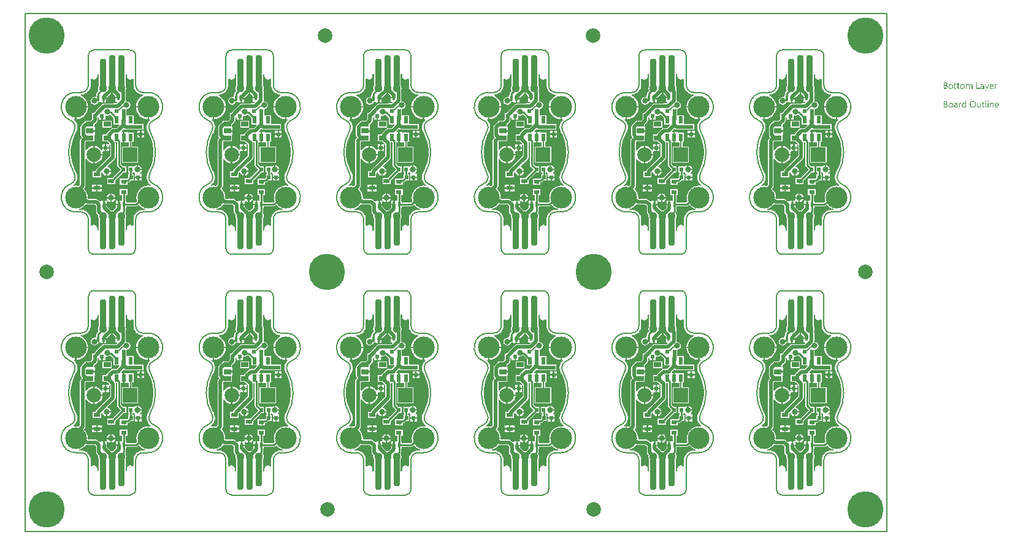
<source format=gbl>
G04*
G04 #@! TF.GenerationSoftware,Altium Limited,Altium Designer,21.6.4 (81)*
G04*
G04 Layer_Physical_Order=2*
G04 Layer_Color=16711680*
%FSAX25Y25*%
%MOIN*%
G70*
G04*
G04 #@! TF.SameCoordinates,951E7868-A63B-422C-B91B-43858A88E4F6*
G04*
G04*
G04 #@! TF.FilePolarity,Positive*
G04*
G01*
G75*
%ADD13C,0.00984*%
%ADD14C,0.00787*%
%ADD15C,0.01968*%
%ADD16C,0.19685*%
%ADD17R,0.07874X0.07874*%
%ADD18C,0.07874*%
%ADD20C,0.11811*%
%ADD21C,0.03150*%
%ADD22C,0.02362*%
%ADD23R,0.03937X0.02756*%
%ADD24R,0.02362X0.03937*%
G04:AMPARAMS|DCode=25|XSize=35.43mil|YSize=169.29mil|CornerRadius=13.82mil|HoleSize=0mil|Usage=FLASHONLY|Rotation=0.000|XOffset=0mil|YOffset=0mil|HoleType=Round|Shape=RoundedRectangle|*
%AMROUNDEDRECTD25*
21,1,0.03543,0.14165,0,0,0.0*
21,1,0.00780,0.16929,0,0,0.0*
1,1,0.02764,0.00390,-0.07083*
1,1,0.02764,-0.00390,-0.07083*
1,1,0.02764,-0.00390,0.07083*
1,1,0.02764,0.00390,0.07083*
%
%ADD25ROUNDEDRECTD25*%
G04:AMPARAMS|DCode=26|XSize=35.43mil|YSize=188.98mil|CornerRadius=13.82mil|HoleSize=0mil|Usage=FLASHONLY|Rotation=0.000|XOffset=0mil|YOffset=0mil|HoleType=Round|Shape=RoundedRectangle|*
%AMROUNDEDRECTD26*
21,1,0.03543,0.16134,0,0,0.0*
21,1,0.00780,0.18898,0,0,0.0*
1,1,0.02764,0.00390,-0.08067*
1,1,0.02764,-0.00390,-0.08067*
1,1,0.02764,-0.00390,0.08067*
1,1,0.02764,0.00390,0.08067*
%
%ADD26ROUNDEDRECTD26*%
%ADD27R,0.01575X0.02756*%
%ADD28R,0.01968X0.02165*%
%ADD29R,0.01968X0.02165*%
%ADD30R,0.03543X0.02362*%
%ADD31R,0.03150X0.02362*%
%ADD32R,0.02165X0.01968*%
%ADD33C,0.04370*%
G36*
X0394301Y0228658D02*
Y0222266D01*
X0394263Y0222216D01*
X0393994Y0221565D01*
X0393902Y0220866D01*
X0393994Y0220167D01*
X0394206Y0219654D01*
X0393496Y0218944D01*
X0393279Y0218618D01*
X0393202Y0218234D01*
Y0217250D01*
X0392926D01*
Y0216519D01*
X0392426Y0216108D01*
X0392055Y0216182D01*
X0391248Y0216022D01*
X0390564Y0215565D01*
X0390108Y0214881D01*
X0389947Y0214075D01*
X0390108Y0213268D01*
X0390564Y0212585D01*
X0391248Y0212128D01*
X0392055Y0211967D01*
X0392861Y0212128D01*
X0393545Y0212585D01*
X0394002Y0213268D01*
X0394050Y0213510D01*
X0395387D01*
Y0213215D01*
X0396568D01*
Y0215380D01*
X0396962D01*
Y0215774D01*
X0398813D01*
X0399172Y0216133D01*
X0399183Y0216140D01*
X0400991Y0217949D01*
X0401208Y0217920D01*
Y0220866D01*
X0401996D01*
Y0217920D01*
X0402213Y0217949D01*
X0403374Y0216788D01*
Y0216240D01*
X0404948D01*
Y0215453D01*
X0403374D01*
Y0213681D01*
X0404273D01*
X0404464Y0213219D01*
X0403971Y0212726D01*
X0402467D01*
X0401921Y0212617D01*
X0397240D01*
X0396664Y0212503D01*
X0396176Y0212176D01*
X0396176Y0212176D01*
X0392664Y0208664D01*
X0392423Y0208304D01*
X0391599Y0207480D01*
X0390775D01*
Y0206149D01*
X0390746Y0206004D01*
Y0204268D01*
X0389827Y0203349D01*
X0387035D01*
Y0202877D01*
X0386998Y0202870D01*
X0386510Y0202544D01*
X0386510Y0202544D01*
X0384986Y0201020D01*
X0384660Y0200532D01*
X0384545Y0199956D01*
Y0195523D01*
X0384660Y0194947D01*
X0384986Y0194458D01*
Y0193978D01*
X0384561Y0193552D01*
X0384235Y0193064D01*
X0384120Y0192488D01*
Y0168610D01*
X0383370Y0167859D01*
X0383171Y0167919D01*
X0381917Y0168043D01*
X0380712Y0167924D01*
X0380669Y0167956D01*
X0380612Y0168458D01*
X0380812Y0168590D01*
X0380903Y0168682D01*
X0381010Y0168755D01*
X0381597Y0169360D01*
X0381667Y0169468D01*
X0381756Y0169563D01*
X0382201Y0170278D01*
X0382246Y0170399D01*
X0382312Y0170510D01*
X0382595Y0171304D01*
X0382613Y0171432D01*
X0382655Y0171555D01*
X0382762Y0172391D01*
X0382753Y0172520D01*
X0382767Y0172648D01*
X0382694Y0173488D01*
X0382657Y0173612D01*
X0382644Y0173741D01*
X0382394Y0174545D01*
X0382347Y0174631D01*
X0382321Y0174725D01*
X0382133Y0175102D01*
X0382113Y0175128D01*
X0382103Y0175160D01*
X0381388Y0176419D01*
X0380295Y0179101D01*
X0379557Y0181901D01*
X0379184Y0184773D01*
X0379184Y0187669D01*
X0379557Y0190540D01*
X0380295Y0193340D01*
X0381388Y0196022D01*
X0382103Y0197282D01*
X0382113Y0197313D01*
X0382133Y0197338D01*
X0382321Y0197716D01*
X0382347Y0197810D01*
X0382394Y0197896D01*
X0382644Y0198700D01*
X0382657Y0198829D01*
X0382694Y0198953D01*
X0382767Y0199793D01*
X0382753Y0199921D01*
X0382762Y0200050D01*
X0382655Y0200886D01*
X0382613Y0201009D01*
X0382595Y0201137D01*
X0382312Y0201931D01*
X0382246Y0202042D01*
X0382201Y0202163D01*
X0381756Y0202878D01*
X0381667Y0202973D01*
X0381597Y0203081D01*
X0381010Y0203686D01*
X0381165Y0204127D01*
X0381197Y0204172D01*
X0381523Y0204140D01*
Y0210827D01*
X0381917D01*
Y0211221D01*
X0388603D01*
X0388513Y0212139D01*
X0388130Y0213401D01*
X0387509Y0214563D01*
X0386672Y0215582D01*
X0385653Y0216419D01*
X0384869Y0216838D01*
X0384807Y0217438D01*
X0384850Y0217498D01*
X0385236Y0217517D01*
X0385323Y0217539D01*
X0385412Y0217539D01*
X0386169Y0217690D01*
X0386278Y0217735D01*
X0386395Y0217758D01*
X0387107Y0218054D01*
X0387206Y0218120D01*
X0387316Y0218165D01*
X0387957Y0218594D01*
X0388041Y0218678D01*
X0388140Y0218743D01*
X0388685Y0219289D01*
X0388751Y0219388D01*
X0388835Y0219472D01*
X0389264Y0220113D01*
X0389309Y0220223D01*
X0389375Y0220321D01*
X0389670Y0221034D01*
X0389694Y0221150D01*
X0389739Y0221260D01*
X0389890Y0222017D01*
X0389890Y0222106D01*
X0389912Y0222193D01*
X0389931Y0222578D01*
X0389926Y0222608D01*
X0389932Y0222638D01*
Y0225978D01*
X0390432Y0226144D01*
X0390951Y0225798D01*
X0391681Y0225652D01*
X0392410Y0225798D01*
X0393029Y0226211D01*
X0393442Y0226829D01*
X0393587Y0227559D01*
Y0228420D01*
X0394037Y0228762D01*
X0394301Y0228658D01*
D02*
G37*
G36*
X0319493D02*
Y0222266D01*
X0319455Y0222216D01*
X0319186Y0221565D01*
X0319094Y0220866D01*
X0319186Y0220167D01*
X0319398Y0219654D01*
X0318688Y0218944D01*
X0318471Y0218618D01*
X0318394Y0218234D01*
Y0217250D01*
X0318118D01*
Y0216519D01*
X0317618Y0216108D01*
X0317247Y0216182D01*
X0316440Y0216022D01*
X0315756Y0215565D01*
X0315300Y0214881D01*
X0315139Y0214075D01*
X0315300Y0213268D01*
X0315756Y0212585D01*
X0316440Y0212128D01*
X0317247Y0211967D01*
X0318053Y0212128D01*
X0318737Y0212585D01*
X0319194Y0213268D01*
X0319242Y0213510D01*
X0320579D01*
Y0213215D01*
X0321760D01*
Y0215380D01*
X0322154D01*
Y0215774D01*
X0324005D01*
X0324364Y0216133D01*
X0324375Y0216140D01*
X0326183Y0217949D01*
X0326400Y0217920D01*
Y0220866D01*
X0327187D01*
Y0217920D01*
X0327405Y0217949D01*
X0328566Y0216788D01*
Y0216240D01*
X0330140D01*
Y0215453D01*
X0328566D01*
Y0213681D01*
X0329465D01*
X0329656Y0213219D01*
X0329163Y0212726D01*
X0327659D01*
X0327113Y0212617D01*
X0322432D01*
X0321856Y0212503D01*
X0321368Y0212176D01*
X0321368Y0212176D01*
X0317855Y0208664D01*
X0317615Y0208304D01*
X0316791Y0207480D01*
X0315967D01*
Y0206149D01*
X0315938Y0206004D01*
Y0204268D01*
X0315019Y0203349D01*
X0312227D01*
Y0202877D01*
X0312190Y0202870D01*
X0311702Y0202544D01*
X0311702Y0202544D01*
X0310178Y0201020D01*
X0309852Y0200532D01*
X0309737Y0199956D01*
Y0195523D01*
X0309852Y0194947D01*
X0310178Y0194458D01*
Y0193978D01*
X0309753Y0193552D01*
X0309427Y0193064D01*
X0309312Y0192488D01*
Y0168610D01*
X0308561Y0167859D01*
X0308363Y0167919D01*
X0307109Y0168043D01*
X0305904Y0167924D01*
X0305861Y0167956D01*
X0305804Y0168458D01*
X0306003Y0168590D01*
X0306095Y0168682D01*
X0306202Y0168755D01*
X0306789Y0169360D01*
X0306859Y0169468D01*
X0306947Y0169563D01*
X0307392Y0170278D01*
X0307438Y0170399D01*
X0307504Y0170510D01*
X0307787Y0171304D01*
X0307805Y0171432D01*
X0307847Y0171555D01*
X0307954Y0172391D01*
X0307945Y0172520D01*
X0307959Y0172648D01*
X0307885Y0173488D01*
X0307849Y0173612D01*
X0307836Y0173741D01*
X0307585Y0174545D01*
X0307539Y0174631D01*
X0307513Y0174725D01*
X0307325Y0175102D01*
X0307305Y0175128D01*
X0307295Y0175160D01*
X0306580Y0176419D01*
X0305487Y0179101D01*
X0304749Y0181901D01*
X0304376Y0184773D01*
X0304376Y0187669D01*
X0304749Y0190540D01*
X0305487Y0193340D01*
X0306580Y0196022D01*
X0307295Y0197282D01*
X0307305Y0197313D01*
X0307325Y0197338D01*
X0307513Y0197716D01*
X0307539Y0197810D01*
X0307585Y0197896D01*
X0307836Y0198700D01*
X0307849Y0198829D01*
X0307885Y0198953D01*
X0307959Y0199793D01*
X0307945Y0199921D01*
X0307954Y0200050D01*
X0307847Y0200886D01*
X0307805Y0201009D01*
X0307787Y0201137D01*
X0307504Y0201931D01*
X0307438Y0202042D01*
X0307392Y0202163D01*
X0306947Y0202878D01*
X0306859Y0202973D01*
X0306789Y0203081D01*
X0306202Y0203686D01*
X0306357Y0204127D01*
X0306389Y0204172D01*
X0306715Y0204140D01*
Y0210827D01*
X0307109D01*
Y0211221D01*
X0313795D01*
X0313705Y0212139D01*
X0313322Y0213401D01*
X0312701Y0214563D01*
X0311864Y0215582D01*
X0310845Y0216419D01*
X0310061Y0216838D01*
X0309998Y0217438D01*
X0310042Y0217498D01*
X0310428Y0217517D01*
X0310515Y0217539D01*
X0310604Y0217539D01*
X0311361Y0217690D01*
X0311470Y0217735D01*
X0311586Y0217758D01*
X0312299Y0218054D01*
X0312398Y0218120D01*
X0312508Y0218165D01*
X0313149Y0218594D01*
X0313233Y0218678D01*
X0313332Y0218743D01*
X0313877Y0219289D01*
X0313943Y0219388D01*
X0314027Y0219472D01*
X0314456Y0220113D01*
X0314501Y0220223D01*
X0314567Y0220321D01*
X0314862Y0221034D01*
X0314886Y0221150D01*
X0314931Y0221260D01*
X0315082Y0222017D01*
X0315082Y0222106D01*
X0315104Y0222193D01*
X0315123Y0222578D01*
X0315118Y0222608D01*
X0315124Y0222638D01*
Y0225978D01*
X0315624Y0226144D01*
X0316143Y0225798D01*
X0316873Y0225652D01*
X0317602Y0225798D01*
X0318221Y0226211D01*
X0318634Y0226829D01*
X0318779Y0227559D01*
Y0228420D01*
X0319229Y0228762D01*
X0319493Y0228658D01*
D02*
G37*
G36*
X0244685D02*
Y0222266D01*
X0244647Y0222216D01*
X0244377Y0221565D01*
X0244285Y0220866D01*
X0244377Y0220167D01*
X0244590Y0219654D01*
X0243880Y0218944D01*
X0243663Y0218618D01*
X0243586Y0218234D01*
Y0217250D01*
X0243310D01*
Y0216519D01*
X0242810Y0216108D01*
X0242439Y0216182D01*
X0241632Y0216022D01*
X0240948Y0215565D01*
X0240492Y0214881D01*
X0240331Y0214075D01*
X0240492Y0213268D01*
X0240948Y0212585D01*
X0241632Y0212128D01*
X0242439Y0211967D01*
X0243245Y0212128D01*
X0243929Y0212585D01*
X0244386Y0213268D01*
X0244434Y0213510D01*
X0245771D01*
Y0213215D01*
X0246952D01*
Y0215380D01*
X0247346D01*
Y0215774D01*
X0249197D01*
X0249556Y0216133D01*
X0249567Y0216140D01*
X0251375Y0217949D01*
X0251592Y0217920D01*
Y0220866D01*
X0252379D01*
Y0217920D01*
X0252597Y0217949D01*
X0253757Y0216788D01*
Y0216240D01*
X0255332D01*
Y0215453D01*
X0253757D01*
Y0213681D01*
X0254657D01*
X0254848Y0213219D01*
X0254355Y0212726D01*
X0252851D01*
X0252305Y0212617D01*
X0247624D01*
X0247048Y0212503D01*
X0246560Y0212176D01*
X0246560Y0212176D01*
X0243047Y0208664D01*
X0242807Y0208304D01*
X0241983Y0207480D01*
X0241159D01*
Y0206149D01*
X0241130Y0206004D01*
Y0204268D01*
X0240211Y0203349D01*
X0237419D01*
Y0202877D01*
X0237382Y0202870D01*
X0236894Y0202544D01*
X0236894Y0202544D01*
X0235370Y0201020D01*
X0235044Y0200532D01*
X0234929Y0199956D01*
Y0195523D01*
X0235044Y0194947D01*
X0235370Y0194458D01*
Y0193978D01*
X0234945Y0193552D01*
X0234619Y0193064D01*
X0234504Y0192488D01*
Y0168610D01*
X0233753Y0167859D01*
X0233555Y0167919D01*
X0232301Y0168043D01*
X0231096Y0167924D01*
X0231053Y0167956D01*
X0230996Y0168458D01*
X0231195Y0168590D01*
X0231287Y0168682D01*
X0231394Y0168755D01*
X0231981Y0169360D01*
X0232051Y0169468D01*
X0232139Y0169563D01*
X0232584Y0170278D01*
X0232630Y0170399D01*
X0232696Y0170510D01*
X0232979Y0171304D01*
X0232997Y0171432D01*
X0233038Y0171555D01*
X0233145Y0172391D01*
X0233137Y0172520D01*
X0233151Y0172648D01*
X0233077Y0173488D01*
X0233041Y0173612D01*
X0233028Y0173741D01*
X0232777Y0174545D01*
X0232731Y0174631D01*
X0232705Y0174725D01*
X0232517Y0175102D01*
X0232497Y0175128D01*
X0232487Y0175160D01*
X0231772Y0176419D01*
X0230679Y0179101D01*
X0229940Y0181901D01*
X0229568Y0184773D01*
X0229568Y0187669D01*
X0229941Y0190540D01*
X0230679Y0193340D01*
X0231772Y0196022D01*
X0232487Y0197282D01*
X0232497Y0197313D01*
X0232517Y0197338D01*
X0232705Y0197716D01*
X0232731Y0197810D01*
X0232777Y0197896D01*
X0233028Y0198700D01*
X0233041Y0198829D01*
X0233077Y0198953D01*
X0233151Y0199793D01*
X0233137Y0199921D01*
X0233145Y0200050D01*
X0233038Y0200886D01*
X0232997Y0201009D01*
X0232979Y0201137D01*
X0232696Y0201931D01*
X0232630Y0202042D01*
X0232584Y0202163D01*
X0232139Y0202878D01*
X0232051Y0202973D01*
X0231981Y0203081D01*
X0231394Y0203686D01*
X0231549Y0204127D01*
X0231581Y0204172D01*
X0231907Y0204140D01*
Y0210827D01*
X0232301D01*
Y0211221D01*
X0238987D01*
X0238897Y0212139D01*
X0238514Y0213401D01*
X0237893Y0214563D01*
X0237056Y0215582D01*
X0236037Y0216419D01*
X0235253Y0216838D01*
X0235190Y0217438D01*
X0235234Y0217498D01*
X0235620Y0217517D01*
X0235707Y0217539D01*
X0235796Y0217539D01*
X0236553Y0217690D01*
X0236662Y0217735D01*
X0236778Y0217758D01*
X0237491Y0218054D01*
X0237590Y0218120D01*
X0237700Y0218165D01*
X0238341Y0218594D01*
X0238425Y0218678D01*
X0238524Y0218743D01*
X0239069Y0219289D01*
X0239135Y0219388D01*
X0239219Y0219472D01*
X0239648Y0220113D01*
X0239693Y0220223D01*
X0239759Y0220321D01*
X0240054Y0221034D01*
X0240077Y0221150D01*
X0240123Y0221260D01*
X0240274Y0222017D01*
X0240274Y0222106D01*
X0240295Y0222193D01*
X0240314Y0222578D01*
X0240310Y0222608D01*
X0240316Y0222638D01*
Y0225978D01*
X0240816Y0226144D01*
X0241335Y0225798D01*
X0242064Y0225652D01*
X0242794Y0225798D01*
X0243413Y0226211D01*
X0243826Y0226829D01*
X0243971Y0227559D01*
Y0228420D01*
X0244421Y0228762D01*
X0244685Y0228658D01*
D02*
G37*
G36*
X0169877D02*
Y0222266D01*
X0169839Y0222216D01*
X0169569Y0221565D01*
X0169477Y0220866D01*
X0169569Y0220167D01*
X0169782Y0219654D01*
X0169072Y0218944D01*
X0168855Y0218618D01*
X0168778Y0218234D01*
Y0217250D01*
X0168502D01*
Y0216519D01*
X0168002Y0216108D01*
X0167630Y0216182D01*
X0166824Y0216022D01*
X0166140Y0215565D01*
X0165683Y0214881D01*
X0165523Y0214075D01*
X0165683Y0213268D01*
X0166140Y0212585D01*
X0166824Y0212128D01*
X0167630Y0211967D01*
X0168437Y0212128D01*
X0169121Y0212585D01*
X0169577Y0213268D01*
X0169625Y0213510D01*
X0170963D01*
Y0213215D01*
X0172144D01*
Y0215380D01*
X0172538D01*
Y0215774D01*
X0174389D01*
X0174748Y0216133D01*
X0174759Y0216140D01*
X0176567Y0217949D01*
X0176784Y0217920D01*
Y0220866D01*
X0177571D01*
Y0217920D01*
X0177788Y0217949D01*
X0178949Y0216788D01*
Y0216240D01*
X0180524D01*
Y0215453D01*
X0178949D01*
Y0213681D01*
X0179849D01*
X0180040Y0213219D01*
X0179546Y0212726D01*
X0178042D01*
X0177497Y0212617D01*
X0172816D01*
X0172240Y0212503D01*
X0171751Y0212176D01*
X0171751Y0212176D01*
X0168239Y0208664D01*
X0167999Y0208304D01*
X0167175Y0207480D01*
X0166351D01*
Y0206149D01*
X0166322Y0206004D01*
Y0204268D01*
X0165403Y0203349D01*
X0162611D01*
Y0202877D01*
X0162574Y0202870D01*
X0162086Y0202544D01*
X0162086Y0202544D01*
X0160562Y0201020D01*
X0160236Y0200532D01*
X0160121Y0199956D01*
Y0195523D01*
X0160236Y0194947D01*
X0160562Y0194458D01*
Y0193978D01*
X0160137Y0193552D01*
X0159810Y0193064D01*
X0159696Y0192488D01*
Y0168610D01*
X0158945Y0167859D01*
X0158747Y0167919D01*
X0157493Y0168043D01*
X0156288Y0167924D01*
X0156245Y0167956D01*
X0156188Y0168458D01*
X0156387Y0168590D01*
X0156479Y0168682D01*
X0156586Y0168755D01*
X0157173Y0169360D01*
X0157243Y0169468D01*
X0157331Y0169563D01*
X0157776Y0170278D01*
X0157822Y0170399D01*
X0157888Y0170510D01*
X0158170Y0171304D01*
X0158189Y0171432D01*
X0158230Y0171555D01*
X0158337Y0172391D01*
X0158328Y0172520D01*
X0158343Y0172648D01*
X0158269Y0173488D01*
X0158233Y0173612D01*
X0158220Y0173741D01*
X0157969Y0174545D01*
X0157923Y0174631D01*
X0157897Y0174725D01*
X0157709Y0175102D01*
X0157689Y0175128D01*
X0157679Y0175160D01*
X0156964Y0176419D01*
X0155871Y0179101D01*
X0155132Y0181901D01*
X0154760Y0184773D01*
X0154760Y0187669D01*
X0155132Y0190540D01*
X0155871Y0193340D01*
X0156964Y0196022D01*
X0157679Y0197282D01*
X0157689Y0197313D01*
X0157709Y0197338D01*
X0157897Y0197716D01*
X0157923Y0197810D01*
X0157969Y0197896D01*
X0158220Y0198700D01*
X0158233Y0198829D01*
X0158269Y0198953D01*
X0158343Y0199793D01*
X0158328Y0199921D01*
X0158337Y0200050D01*
X0158230Y0200886D01*
X0158189Y0201009D01*
X0158170Y0201137D01*
X0157888Y0201931D01*
X0157822Y0202042D01*
X0157776Y0202163D01*
X0157331Y0202878D01*
X0157243Y0202973D01*
X0157173Y0203081D01*
X0156586Y0203686D01*
X0156741Y0204127D01*
X0156773Y0204172D01*
X0157099Y0204140D01*
Y0210827D01*
X0157493D01*
Y0211221D01*
X0164179D01*
X0164089Y0212139D01*
X0163706Y0213401D01*
X0163084Y0214563D01*
X0162248Y0215582D01*
X0161229Y0216419D01*
X0160445Y0216838D01*
X0160382Y0217438D01*
X0160426Y0217498D01*
X0160812Y0217517D01*
X0160898Y0217539D01*
X0160988Y0217539D01*
X0161745Y0217690D01*
X0161854Y0217735D01*
X0161970Y0217758D01*
X0162683Y0218054D01*
X0162782Y0218120D01*
X0162891Y0218165D01*
X0163533Y0218594D01*
X0163617Y0218678D01*
X0163715Y0218743D01*
X0164261Y0219289D01*
X0164327Y0219388D01*
X0164411Y0219472D01*
X0164839Y0220113D01*
X0164885Y0220223D01*
X0164951Y0220321D01*
X0165246Y0221034D01*
X0165269Y0221150D01*
X0165315Y0221260D01*
X0165466Y0222017D01*
X0165466Y0222106D01*
X0165487Y0222193D01*
X0165506Y0222578D01*
X0165502Y0222608D01*
X0165508Y0222638D01*
Y0225978D01*
X0166008Y0226144D01*
X0166527Y0225798D01*
X0167256Y0225652D01*
X0167986Y0225798D01*
X0168605Y0226211D01*
X0169018Y0226829D01*
X0169163Y0227559D01*
Y0228420D01*
X0169613Y0228762D01*
X0169877Y0228658D01*
D02*
G37*
G36*
X0095069D02*
Y0222266D01*
X0095031Y0222216D01*
X0094761Y0221565D01*
X0094669Y0220866D01*
X0094761Y0220167D01*
X0094974Y0219654D01*
X0094264Y0218944D01*
X0094046Y0218618D01*
X0093970Y0218234D01*
Y0217250D01*
X0093694D01*
Y0216519D01*
X0093194Y0216108D01*
X0092822Y0216182D01*
X0092016Y0216022D01*
X0091332Y0215565D01*
X0090875Y0214881D01*
X0090715Y0214075D01*
X0090875Y0213268D01*
X0091332Y0212585D01*
X0092016Y0212128D01*
X0092822Y0211967D01*
X0093629Y0212128D01*
X0094313Y0212585D01*
X0094769Y0213268D01*
X0094817Y0213510D01*
X0096155D01*
Y0213215D01*
X0097336D01*
Y0215380D01*
X0097729D01*
Y0215774D01*
X0099580D01*
X0099940Y0216133D01*
X0099951Y0216140D01*
X0101759Y0217949D01*
X0101976Y0217920D01*
Y0220866D01*
X0102763D01*
Y0217920D01*
X0102980Y0217949D01*
X0104141Y0216788D01*
Y0216240D01*
X0105716D01*
Y0215453D01*
X0104141D01*
Y0213681D01*
X0105041D01*
X0105232Y0213219D01*
X0104738Y0212726D01*
X0103235D01*
X0102689Y0212617D01*
X0098008D01*
X0097432Y0212503D01*
X0096943Y0212176D01*
X0096943Y0212176D01*
X0093431Y0208664D01*
X0093191Y0208304D01*
X0092367Y0207480D01*
X0091543D01*
Y0206149D01*
X0091514Y0206004D01*
Y0204268D01*
X0090595Y0203349D01*
X0087803D01*
Y0202877D01*
X0087766Y0202870D01*
X0087278Y0202544D01*
X0087278Y0202544D01*
X0085754Y0201020D01*
X0085428Y0200532D01*
X0085313Y0199956D01*
Y0195523D01*
X0085428Y0194947D01*
X0085754Y0194458D01*
Y0193978D01*
X0085329Y0193552D01*
X0085002Y0193064D01*
X0084888Y0192488D01*
Y0168610D01*
X0084137Y0167859D01*
X0083939Y0167919D01*
X0082685Y0168043D01*
X0081480Y0167924D01*
X0081437Y0167956D01*
X0081380Y0168458D01*
X0081579Y0168590D01*
X0081671Y0168682D01*
X0081778Y0168755D01*
X0082365Y0169360D01*
X0082435Y0169468D01*
X0082523Y0169563D01*
X0082968Y0170278D01*
X0083014Y0170399D01*
X0083080Y0170510D01*
X0083362Y0171304D01*
X0083381Y0171432D01*
X0083422Y0171555D01*
X0083529Y0172391D01*
X0083520Y0172520D01*
X0083534Y0172648D01*
X0083461Y0173488D01*
X0083425Y0173612D01*
X0083411Y0173741D01*
X0083161Y0174545D01*
X0083115Y0174631D01*
X0083089Y0174725D01*
X0082901Y0175102D01*
X0082881Y0175128D01*
X0082871Y0175160D01*
X0082156Y0176419D01*
X0081063Y0179101D01*
X0080324Y0181901D01*
X0079952Y0184773D01*
X0079952Y0187669D01*
X0080324Y0190540D01*
X0081063Y0193340D01*
X0082156Y0196022D01*
X0082871Y0197282D01*
X0082881Y0197313D01*
X0082901Y0197338D01*
X0083089Y0197716D01*
X0083115Y0197810D01*
X0083161Y0197896D01*
X0083411Y0198700D01*
X0083425Y0198829D01*
X0083461Y0198953D01*
X0083534Y0199793D01*
X0083520Y0199921D01*
X0083529Y0200050D01*
X0083422Y0200886D01*
X0083381Y0201009D01*
X0083362Y0201137D01*
X0083080Y0201931D01*
X0083014Y0202042D01*
X0082968Y0202163D01*
X0082523Y0202878D01*
X0082435Y0202973D01*
X0082364Y0203081D01*
X0081778Y0203686D01*
X0081933Y0204127D01*
X0081965Y0204172D01*
X0082291Y0204140D01*
Y0210827D01*
X0082684D01*
Y0211221D01*
X0089371D01*
X0089281Y0212139D01*
X0088898Y0213401D01*
X0088276Y0214563D01*
X0087440Y0215582D01*
X0086421Y0216419D01*
X0085637Y0216838D01*
X0085574Y0217438D01*
X0085618Y0217498D01*
X0086004Y0217517D01*
X0086090Y0217539D01*
X0086180Y0217539D01*
X0086936Y0217690D01*
X0087046Y0217735D01*
X0087162Y0217758D01*
X0087875Y0218054D01*
X0087974Y0218120D01*
X0088083Y0218165D01*
X0088725Y0218594D01*
X0088809Y0218678D01*
X0088907Y0218743D01*
X0089453Y0219289D01*
X0089519Y0219388D01*
X0089603Y0219472D01*
X0090031Y0220113D01*
X0090077Y0220223D01*
X0090143Y0220321D01*
X0090438Y0221034D01*
X0090461Y0221150D01*
X0090507Y0221260D01*
X0090658Y0222017D01*
X0090658Y0222106D01*
X0090679Y0222193D01*
X0090698Y0222578D01*
X0090694Y0222608D01*
X0090700Y0222638D01*
Y0225978D01*
X0091200Y0226144D01*
X0091719Y0225798D01*
X0092448Y0225652D01*
X0093178Y0225798D01*
X0093797Y0226211D01*
X0094210Y0226829D01*
X0094355Y0227559D01*
Y0228420D01*
X0094805Y0228762D01*
X0095069Y0228658D01*
D02*
G37*
G36*
X0020261D02*
Y0222266D01*
X0020223Y0222216D01*
X0019953Y0221565D01*
X0019861Y0220866D01*
X0019953Y0220167D01*
X0020166Y0219654D01*
X0019456Y0218944D01*
X0019238Y0218618D01*
X0019162Y0218234D01*
Y0217250D01*
X0018886D01*
Y0216519D01*
X0018386Y0216108D01*
X0018014Y0216182D01*
X0017208Y0216022D01*
X0016524Y0215565D01*
X0016067Y0214881D01*
X0015907Y0214075D01*
X0016067Y0213268D01*
X0016524Y0212585D01*
X0017208Y0212128D01*
X0018014Y0211967D01*
X0018821Y0212128D01*
X0019504Y0212585D01*
X0019961Y0213268D01*
X0020009Y0213510D01*
X0021347D01*
Y0213215D01*
X0022528D01*
Y0215380D01*
X0022921D01*
Y0215774D01*
X0024772D01*
X0025132Y0216133D01*
X0025142Y0216140D01*
X0026951Y0217949D01*
X0027168Y0217920D01*
Y0220866D01*
X0027955D01*
Y0217920D01*
X0028172Y0217949D01*
X0029333Y0216788D01*
Y0216240D01*
X0030908D01*
Y0215453D01*
X0029333D01*
Y0213681D01*
X0030232D01*
X0030424Y0213219D01*
X0029930Y0212726D01*
X0028426D01*
X0027880Y0212617D01*
X0023200D01*
X0022624Y0212503D01*
X0022135Y0212176D01*
X0022135Y0212176D01*
X0018623Y0208664D01*
X0018383Y0208304D01*
X0017559Y0207480D01*
X0016735D01*
Y0206149D01*
X0016706Y0206004D01*
Y0204268D01*
X0015787Y0203349D01*
X0012995D01*
Y0202877D01*
X0012958Y0202870D01*
X0012470Y0202544D01*
X0012470Y0202544D01*
X0010946Y0201020D01*
X0010620Y0200532D01*
X0010505Y0199956D01*
Y0195523D01*
X0010620Y0194947D01*
X0010946Y0194458D01*
Y0193978D01*
X0010521Y0193552D01*
X0010194Y0193064D01*
X0010080Y0192488D01*
Y0168610D01*
X0009329Y0167859D01*
X0009131Y0167919D01*
X0007876Y0168043D01*
X0006672Y0167924D01*
X0006629Y0167956D01*
X0006572Y0168458D01*
X0006771Y0168590D01*
X0006863Y0168682D01*
X0006970Y0168755D01*
X0007557Y0169360D01*
X0007627Y0169468D01*
X0007715Y0169563D01*
X0008160Y0170278D01*
X0008206Y0170399D01*
X0008272Y0170510D01*
X0008554Y0171304D01*
X0008573Y0171432D01*
X0008614Y0171555D01*
X0008721Y0172391D01*
X0008712Y0172520D01*
X0008726Y0172648D01*
X0008653Y0173488D01*
X0008617Y0173612D01*
X0008603Y0173741D01*
X0008353Y0174545D01*
X0008307Y0174631D01*
X0008281Y0174725D01*
X0008093Y0175102D01*
X0008073Y0175128D01*
X0008062Y0175160D01*
X0007348Y0176419D01*
X0006255Y0179101D01*
X0005516Y0181901D01*
X0005144Y0184773D01*
X0005144Y0187669D01*
X0005516Y0190540D01*
X0006255Y0193340D01*
X0007348Y0196022D01*
X0008062Y0197282D01*
X0008073Y0197313D01*
X0008093Y0197338D01*
X0008281Y0197716D01*
X0008307Y0197810D01*
X0008353Y0197896D01*
X0008603Y0198700D01*
X0008617Y0198829D01*
X0008653Y0198953D01*
X0008726Y0199793D01*
X0008712Y0199921D01*
X0008721Y0200050D01*
X0008614Y0200886D01*
X0008573Y0201009D01*
X0008554Y0201137D01*
X0008272Y0201931D01*
X0008206Y0202042D01*
X0008160Y0202163D01*
X0007715Y0202878D01*
X0007627Y0202973D01*
X0007557Y0203081D01*
X0006970Y0203686D01*
X0007125Y0204127D01*
X0007157Y0204172D01*
X0007483Y0204140D01*
Y0210827D01*
X0007876D01*
Y0211221D01*
X0014563D01*
X0014473Y0212139D01*
X0014090Y0213401D01*
X0013468Y0214563D01*
X0012632Y0215582D01*
X0011613Y0216419D01*
X0010829Y0216838D01*
X0010766Y0217438D01*
X0010810Y0217498D01*
X0011196Y0217517D01*
X0011282Y0217539D01*
X0011372Y0217539D01*
X0012128Y0217690D01*
X0012238Y0217735D01*
X0012354Y0217758D01*
X0013067Y0218054D01*
X0013166Y0218120D01*
X0013275Y0218165D01*
X0013917Y0218594D01*
X0014001Y0218678D01*
X0014099Y0218743D01*
X0014645Y0219289D01*
X0014711Y0219388D01*
X0014795Y0219472D01*
X0015223Y0220113D01*
X0015269Y0220223D01*
X0015335Y0220321D01*
X0015630Y0221034D01*
X0015653Y0221150D01*
X0015699Y0221260D01*
X0015849Y0222017D01*
X0015849Y0222106D01*
X0015871Y0222193D01*
X0015890Y0222578D01*
X0015886Y0222608D01*
X0015892Y0222638D01*
Y0225978D01*
X0016392Y0226144D01*
X0016911Y0225798D01*
X0017640Y0225652D01*
X0018370Y0225798D01*
X0018989Y0226211D01*
X0019402Y0226829D01*
X0019547Y0227559D01*
Y0228420D01*
X0019997Y0228762D01*
X0020261Y0228658D01*
D02*
G37*
G36*
X0494464Y0223233D02*
X0494520Y0223221D01*
X0494582Y0223208D01*
X0494650Y0223184D01*
X0494730Y0223153D01*
X0494804Y0223109D01*
X0494885Y0223060D01*
X0494959Y0222992D01*
X0495027Y0222905D01*
X0495089Y0222806D01*
X0495145Y0222695D01*
X0495182Y0222552D01*
X0495213Y0222397D01*
X0495219Y0222218D01*
Y0220671D01*
X0494817D01*
Y0222113D01*
Y0222119D01*
Y0222131D01*
Y0222150D01*
Y0222181D01*
X0494811Y0222255D01*
X0494798Y0222342D01*
X0494786Y0222441D01*
X0494761Y0222540D01*
X0494730Y0222633D01*
X0494687Y0222713D01*
X0494681Y0222719D01*
X0494662Y0222744D01*
X0494631Y0222775D01*
X0494582Y0222806D01*
X0494526Y0222843D01*
X0494452Y0222868D01*
X0494359Y0222893D01*
X0494254Y0222899D01*
X0494241D01*
X0494210Y0222893D01*
X0494161Y0222886D01*
X0494099Y0222868D01*
X0494031Y0222843D01*
X0493957Y0222800D01*
X0493882Y0222744D01*
X0493814Y0222664D01*
X0493808Y0222651D01*
X0493789Y0222620D01*
X0493758Y0222571D01*
X0493727Y0222503D01*
X0493690Y0222422D01*
X0493666Y0222329D01*
X0493641Y0222218D01*
X0493635Y0222100D01*
Y0220671D01*
X0493232D01*
Y0222162D01*
Y0222168D01*
Y0222193D01*
X0493226Y0222230D01*
Y0222280D01*
X0493214Y0222336D01*
X0493201Y0222397D01*
X0493183Y0222459D01*
X0493164Y0222534D01*
X0493133Y0222602D01*
X0493096Y0222664D01*
X0493047Y0222726D01*
X0492991Y0222781D01*
X0492929Y0222831D01*
X0492848Y0222868D01*
X0492762Y0222893D01*
X0492663Y0222899D01*
X0492650D01*
X0492619Y0222893D01*
X0492570Y0222886D01*
X0492508Y0222874D01*
X0492440Y0222843D01*
X0492366Y0222806D01*
X0492291Y0222750D01*
X0492223Y0222676D01*
X0492217Y0222664D01*
X0492199Y0222639D01*
X0492168Y0222589D01*
X0492137Y0222521D01*
X0492106Y0222441D01*
X0492075Y0222342D01*
X0492056Y0222230D01*
X0492050Y0222100D01*
Y0220671D01*
X0491648D01*
Y0223184D01*
X0492050D01*
Y0222781D01*
X0492062D01*
X0492068Y0222787D01*
X0492075Y0222800D01*
X0492093Y0222825D01*
X0492112Y0222856D01*
X0492174Y0222924D01*
X0492260Y0223010D01*
X0492372Y0223097D01*
X0492502Y0223165D01*
X0492582Y0223196D01*
X0492663Y0223221D01*
X0492749Y0223233D01*
X0492842Y0223239D01*
X0492886D01*
X0492935Y0223233D01*
X0492997Y0223221D01*
X0493065Y0223202D01*
X0493139Y0223177D01*
X0493214Y0223147D01*
X0493288Y0223097D01*
X0493294Y0223091D01*
X0493319Y0223072D01*
X0493350Y0223041D01*
X0493393Y0222998D01*
X0493436Y0222942D01*
X0493480Y0222880D01*
X0493523Y0222806D01*
X0493554Y0222719D01*
X0493560Y0222726D01*
X0493567Y0222744D01*
X0493585Y0222769D01*
X0493604Y0222800D01*
X0493635Y0222843D01*
X0493672Y0222886D01*
X0493715Y0222930D01*
X0493765Y0222979D01*
X0493820Y0223029D01*
X0493882Y0223072D01*
X0493950Y0223122D01*
X0494025Y0223159D01*
X0494105Y0223190D01*
X0494192Y0223215D01*
X0494291Y0223233D01*
X0494390Y0223239D01*
X0494427D01*
X0494464Y0223233D01*
D02*
G37*
G36*
X0508497Y0223221D02*
X0508571Y0223215D01*
X0508614Y0223202D01*
X0508645Y0223190D01*
Y0222775D01*
X0508639Y0222781D01*
X0508627Y0222787D01*
X0508602Y0222800D01*
X0508571Y0222818D01*
X0508528Y0222831D01*
X0508472Y0222843D01*
X0508410Y0222849D01*
X0508342Y0222856D01*
X0508330D01*
X0508299Y0222849D01*
X0508249Y0222843D01*
X0508193Y0222825D01*
X0508119Y0222794D01*
X0508051Y0222750D01*
X0507977Y0222688D01*
X0507909Y0222608D01*
X0507902Y0222596D01*
X0507884Y0222565D01*
X0507853Y0222509D01*
X0507822Y0222435D01*
X0507791Y0222342D01*
X0507760Y0222224D01*
X0507742Y0222094D01*
X0507735Y0221946D01*
Y0220671D01*
X0507333D01*
Y0223184D01*
X0507735D01*
Y0222664D01*
X0507748D01*
Y0222670D01*
X0507754Y0222676D01*
X0507766Y0222707D01*
X0507785Y0222757D01*
X0507816Y0222818D01*
X0507847Y0222880D01*
X0507896Y0222948D01*
X0507946Y0223017D01*
X0508008Y0223078D01*
X0508014Y0223085D01*
X0508039Y0223103D01*
X0508076Y0223128D01*
X0508125Y0223153D01*
X0508181Y0223177D01*
X0508249Y0223202D01*
X0508323Y0223221D01*
X0508404Y0223227D01*
X0508460D01*
X0508497Y0223221D01*
D02*
G37*
G36*
X0503118Y0220268D02*
X0503112Y0220262D01*
X0503105Y0220237D01*
X0503087Y0220194D01*
X0503062Y0220144D01*
X0503031Y0220089D01*
X0502988Y0220021D01*
X0502944Y0219952D01*
X0502895Y0219878D01*
X0502833Y0219804D01*
X0502771Y0219736D01*
X0502697Y0219668D01*
X0502616Y0219612D01*
X0502536Y0219563D01*
X0502443Y0219519D01*
X0502350Y0219494D01*
X0502245Y0219488D01*
X0502189D01*
X0502152Y0219494D01*
X0502072Y0219507D01*
X0501985Y0219525D01*
Y0219884D01*
X0501991D01*
X0502010Y0219878D01*
X0502034Y0219872D01*
X0502065Y0219866D01*
X0502140Y0219847D01*
X0502220Y0219841D01*
X0502233D01*
X0502270Y0219847D01*
X0502325Y0219860D01*
X0502393Y0219884D01*
X0502468Y0219928D01*
X0502505Y0219959D01*
X0502542Y0219996D01*
X0502579Y0220033D01*
X0502616Y0220082D01*
X0502647Y0220138D01*
X0502678Y0220200D01*
X0502882Y0220671D01*
X0501898Y0223184D01*
X0502344D01*
X0503025Y0221246D01*
Y0221240D01*
X0503031Y0221228D01*
X0503037Y0221209D01*
X0503043Y0221184D01*
X0503050Y0221147D01*
X0503062Y0221110D01*
X0503074Y0221054D01*
X0503093D01*
Y0221067D01*
X0503105Y0221104D01*
X0503118Y0221160D01*
X0503142Y0221240D01*
X0503854Y0223184D01*
X0504269D01*
X0503118Y0220268D01*
D02*
G37*
G36*
X0500710Y0223233D02*
X0500765Y0223227D01*
X0500834Y0223208D01*
X0500908Y0223190D01*
X0500988Y0223159D01*
X0501075Y0223122D01*
X0501155Y0223072D01*
X0501236Y0223010D01*
X0501310Y0222936D01*
X0501378Y0222843D01*
X0501434Y0222738D01*
X0501477Y0222614D01*
X0501502Y0222472D01*
X0501514Y0222305D01*
Y0220671D01*
X0501112D01*
Y0221060D01*
X0501100D01*
Y0221054D01*
X0501087Y0221042D01*
X0501075Y0221017D01*
X0501050Y0220992D01*
X0500988Y0220918D01*
X0500908Y0220838D01*
X0500796Y0220757D01*
X0500666Y0220683D01*
X0500586Y0220658D01*
X0500505Y0220633D01*
X0500419Y0220621D01*
X0500326Y0220615D01*
X0500289D01*
X0500264Y0220621D01*
X0500196Y0220627D01*
X0500115Y0220639D01*
X0500016Y0220664D01*
X0499924Y0220695D01*
X0499825Y0220745D01*
X0499738Y0220807D01*
X0499732Y0220819D01*
X0499707Y0220844D01*
X0499670Y0220887D01*
X0499633Y0220949D01*
X0499595Y0221023D01*
X0499558Y0221110D01*
X0499534Y0221215D01*
X0499528Y0221333D01*
Y0221339D01*
Y0221364D01*
X0499534Y0221401D01*
X0499540Y0221444D01*
X0499552Y0221500D01*
X0499571Y0221562D01*
X0499595Y0221630D01*
X0499633Y0221698D01*
X0499676Y0221772D01*
X0499732Y0221847D01*
X0499800Y0221915D01*
X0499880Y0221977D01*
X0499973Y0222039D01*
X0500085Y0222088D01*
X0500208Y0222125D01*
X0500357Y0222156D01*
X0501112Y0222261D01*
Y0222268D01*
Y0222286D01*
X0501106Y0222323D01*
Y0222360D01*
X0501093Y0222410D01*
X0501087Y0222466D01*
X0501050Y0222583D01*
X0501019Y0222639D01*
X0500988Y0222695D01*
X0500945Y0222750D01*
X0500895Y0222800D01*
X0500834Y0222843D01*
X0500765Y0222874D01*
X0500685Y0222893D01*
X0500592Y0222899D01*
X0500549D01*
X0500518Y0222893D01*
X0500475D01*
X0500431Y0222880D01*
X0500320Y0222862D01*
X0500196Y0222825D01*
X0500060Y0222769D01*
X0499986Y0222732D01*
X0499917Y0222695D01*
X0499843Y0222645D01*
X0499775Y0222589D01*
Y0223004D01*
X0499781D01*
X0499794Y0223017D01*
X0499812Y0223029D01*
X0499843Y0223041D01*
X0499874Y0223060D01*
X0499917Y0223078D01*
X0499967Y0223097D01*
X0500023Y0223122D01*
X0500146Y0223165D01*
X0500295Y0223202D01*
X0500456Y0223227D01*
X0500629Y0223239D01*
X0500666D01*
X0500710Y0223233D01*
D02*
G37*
G36*
X0497819Y0221042D02*
X0499230D01*
Y0220671D01*
X0497404D01*
Y0224186D01*
X0497819D01*
Y0221042D01*
D02*
G37*
G36*
X0480605Y0224180D02*
X0480648D01*
X0480691Y0224174D01*
X0480790Y0224162D01*
X0480908Y0224131D01*
X0481032Y0224094D01*
X0481149Y0224038D01*
X0481255Y0223964D01*
X0481261D01*
X0481267Y0223951D01*
X0481298Y0223926D01*
X0481341Y0223877D01*
X0481391Y0223809D01*
X0481434Y0223722D01*
X0481477Y0223623D01*
X0481508Y0223512D01*
X0481521Y0223450D01*
Y0223382D01*
Y0223376D01*
Y0223369D01*
Y0223332D01*
X0481515Y0223276D01*
X0481502Y0223208D01*
X0481484Y0223122D01*
X0481453Y0223035D01*
X0481416Y0222948D01*
X0481360Y0222862D01*
X0481354Y0222849D01*
X0481329Y0222825D01*
X0481292Y0222787D01*
X0481242Y0222738D01*
X0481180Y0222688D01*
X0481106Y0222633D01*
X0481013Y0222589D01*
X0480914Y0222546D01*
Y0222540D01*
X0480933D01*
X0480951Y0222534D01*
X0480970Y0222528D01*
X0481038Y0222515D01*
X0481118Y0222490D01*
X0481205Y0222453D01*
X0481298Y0222410D01*
X0481391Y0222348D01*
X0481477Y0222268D01*
X0481490Y0222255D01*
X0481515Y0222224D01*
X0481545Y0222181D01*
X0481589Y0222113D01*
X0481626Y0222026D01*
X0481663Y0221927D01*
X0481688Y0221810D01*
X0481694Y0221679D01*
Y0221673D01*
Y0221661D01*
Y0221636D01*
X0481688Y0221605D01*
X0481682Y0221568D01*
X0481675Y0221525D01*
X0481651Y0221420D01*
X0481614Y0221302D01*
X0481558Y0221178D01*
X0481521Y0221122D01*
X0481477Y0221060D01*
X0481422Y0221005D01*
X0481366Y0220949D01*
X0481360D01*
X0481354Y0220937D01*
X0481335Y0220924D01*
X0481310Y0220906D01*
X0481279Y0220887D01*
X0481236Y0220862D01*
X0481143Y0220813D01*
X0481026Y0220757D01*
X0480889Y0220714D01*
X0480728Y0220683D01*
X0480648Y0220677D01*
X0480555Y0220671D01*
X0479528D01*
Y0224186D01*
X0480574D01*
X0480605Y0224180D01*
D02*
G37*
G36*
X0487531Y0223184D02*
X0488169D01*
Y0222837D01*
X0487531D01*
Y0221420D01*
Y0221407D01*
Y0221376D01*
X0487537Y0221333D01*
X0487544Y0221277D01*
X0487568Y0221160D01*
X0487587Y0221104D01*
X0487618Y0221060D01*
X0487624Y0221054D01*
X0487637Y0221042D01*
X0487655Y0221029D01*
X0487686Y0221011D01*
X0487723Y0220986D01*
X0487773Y0220974D01*
X0487835Y0220961D01*
X0487903Y0220955D01*
X0487927D01*
X0487958Y0220961D01*
X0487995Y0220968D01*
X0488082Y0220992D01*
X0488126Y0221011D01*
X0488169Y0221036D01*
Y0220689D01*
X0488163D01*
X0488144Y0220677D01*
X0488113Y0220671D01*
X0488070Y0220658D01*
X0488014Y0220646D01*
X0487952Y0220633D01*
X0487878Y0220627D01*
X0487791Y0220621D01*
X0487760D01*
X0487729Y0220627D01*
X0487686Y0220633D01*
X0487637Y0220646D01*
X0487581Y0220658D01*
X0487525Y0220683D01*
X0487463Y0220714D01*
X0487401Y0220751D01*
X0487339Y0220800D01*
X0487284Y0220856D01*
X0487234Y0220931D01*
X0487191Y0221011D01*
X0487160Y0221110D01*
X0487135Y0221221D01*
X0487129Y0221351D01*
Y0222837D01*
X0486702D01*
Y0223184D01*
X0487129D01*
Y0223796D01*
X0487531Y0223926D01*
Y0223184D01*
D02*
G37*
G36*
X0485829D02*
X0486467D01*
Y0222837D01*
X0485829D01*
Y0221420D01*
Y0221407D01*
Y0221376D01*
X0485835Y0221333D01*
X0485841Y0221277D01*
X0485866Y0221160D01*
X0485885Y0221104D01*
X0485916Y0221060D01*
X0485922Y0221054D01*
X0485934Y0221042D01*
X0485953Y0221029D01*
X0485984Y0221011D01*
X0486021Y0220986D01*
X0486070Y0220974D01*
X0486132Y0220961D01*
X0486200Y0220955D01*
X0486225D01*
X0486256Y0220961D01*
X0486293Y0220968D01*
X0486380Y0220992D01*
X0486423Y0221011D01*
X0486467Y0221036D01*
Y0220689D01*
X0486460D01*
X0486442Y0220677D01*
X0486411Y0220671D01*
X0486368Y0220658D01*
X0486312Y0220646D01*
X0486250Y0220633D01*
X0486176Y0220627D01*
X0486089Y0220621D01*
X0486058D01*
X0486027Y0220627D01*
X0485984Y0220633D01*
X0485934Y0220646D01*
X0485879Y0220658D01*
X0485823Y0220683D01*
X0485761Y0220714D01*
X0485699Y0220751D01*
X0485637Y0220800D01*
X0485581Y0220856D01*
X0485532Y0220931D01*
X0485489Y0221011D01*
X0485458Y0221110D01*
X0485433Y0221221D01*
X0485427Y0221351D01*
Y0222837D01*
X0485000D01*
Y0223184D01*
X0485427D01*
Y0223796D01*
X0485829Y0223926D01*
Y0223184D01*
D02*
G37*
G36*
X0505773Y0223233D02*
X0505817Y0223227D01*
X0505860Y0223221D01*
X0505971Y0223202D01*
X0506095Y0223159D01*
X0506219Y0223103D01*
X0506281Y0223066D01*
X0506343Y0223023D01*
X0506398Y0222973D01*
X0506454Y0222918D01*
X0506460Y0222911D01*
X0506466Y0222905D01*
X0506479Y0222886D01*
X0506497Y0222862D01*
X0506516Y0222825D01*
X0506541Y0222787D01*
X0506566Y0222744D01*
X0506590Y0222688D01*
X0506615Y0222626D01*
X0506640Y0222565D01*
X0506665Y0222490D01*
X0506683Y0222410D01*
X0506702Y0222323D01*
X0506714Y0222237D01*
X0506726Y0222137D01*
Y0222032D01*
Y0221822D01*
X0504950D01*
Y0221816D01*
Y0221803D01*
Y0221785D01*
X0504956Y0221754D01*
X0504962Y0221717D01*
Y0221679D01*
X0504981Y0221580D01*
X0505012Y0221481D01*
X0505049Y0221370D01*
X0505105Y0221265D01*
X0505173Y0221172D01*
X0505185Y0221160D01*
X0505210Y0221135D01*
X0505259Y0221104D01*
X0505328Y0221060D01*
X0505414Y0221017D01*
X0505513Y0220986D01*
X0505631Y0220961D01*
X0505767Y0220949D01*
X0505810D01*
X0505841Y0220955D01*
X0505878D01*
X0505922Y0220961D01*
X0506027Y0220986D01*
X0506145Y0221017D01*
X0506275Y0221067D01*
X0506411Y0221135D01*
X0506479Y0221178D01*
X0506547Y0221228D01*
Y0220850D01*
X0506541D01*
X0506534Y0220838D01*
X0506516Y0220831D01*
X0506485Y0220813D01*
X0506454Y0220794D01*
X0506417Y0220776D01*
X0506367Y0220757D01*
X0506318Y0220732D01*
X0506256Y0220708D01*
X0506188Y0220689D01*
X0506039Y0220652D01*
X0505866Y0220627D01*
X0505674Y0220615D01*
X0505625D01*
X0505587Y0220621D01*
X0505544Y0220627D01*
X0505488Y0220633D01*
X0505371Y0220658D01*
X0505235Y0220695D01*
X0505098Y0220757D01*
X0505030Y0220800D01*
X0504962Y0220844D01*
X0504900Y0220893D01*
X0504839Y0220955D01*
X0504832Y0220961D01*
X0504826Y0220974D01*
X0504814Y0220992D01*
X0504789Y0221017D01*
X0504770Y0221054D01*
X0504746Y0221098D01*
X0504715Y0221147D01*
X0504690Y0221203D01*
X0504659Y0221265D01*
X0504634Y0221339D01*
X0504603Y0221420D01*
X0504585Y0221506D01*
X0504566Y0221599D01*
X0504548Y0221698D01*
X0504541Y0221803D01*
X0504535Y0221915D01*
Y0221921D01*
Y0221939D01*
Y0221970D01*
X0504541Y0222014D01*
X0504548Y0222063D01*
X0504554Y0222119D01*
X0504560Y0222187D01*
X0504578Y0222255D01*
X0504616Y0222404D01*
X0504671Y0222565D01*
X0504708Y0222645D01*
X0504758Y0222719D01*
X0504808Y0222800D01*
X0504863Y0222868D01*
X0504869Y0222874D01*
X0504882Y0222886D01*
X0504900Y0222905D01*
X0504925Y0222924D01*
X0504956Y0222955D01*
X0504993Y0222986D01*
X0505043Y0223017D01*
X0505092Y0223054D01*
X0505210Y0223122D01*
X0505352Y0223184D01*
X0505433Y0223202D01*
X0505513Y0223221D01*
X0505600Y0223233D01*
X0505693Y0223239D01*
X0505742D01*
X0505773Y0223233D01*
D02*
G37*
G36*
X0489908D02*
X0489952Y0223227D01*
X0490007Y0223221D01*
X0490131Y0223196D01*
X0490273Y0223153D01*
X0490416Y0223091D01*
X0490490Y0223054D01*
X0490558Y0223010D01*
X0490626Y0222955D01*
X0490688Y0222893D01*
X0490694Y0222886D01*
X0490700Y0222874D01*
X0490719Y0222856D01*
X0490738Y0222831D01*
X0490762Y0222794D01*
X0490787Y0222750D01*
X0490818Y0222701D01*
X0490849Y0222645D01*
X0490874Y0222577D01*
X0490905Y0222509D01*
X0490930Y0222428D01*
X0490954Y0222342D01*
X0490973Y0222249D01*
X0490991Y0222150D01*
X0490998Y0222045D01*
X0491004Y0221933D01*
Y0221927D01*
Y0221908D01*
Y0221878D01*
X0490998Y0221834D01*
X0490991Y0221785D01*
X0490985Y0221723D01*
X0490973Y0221661D01*
X0490961Y0221587D01*
X0490923Y0221438D01*
X0490861Y0221277D01*
X0490824Y0221197D01*
X0490775Y0221116D01*
X0490725Y0221042D01*
X0490663Y0220974D01*
X0490657Y0220968D01*
X0490645Y0220961D01*
X0490626Y0220943D01*
X0490601Y0220918D01*
X0490564Y0220893D01*
X0490527Y0220862D01*
X0490478Y0220825D01*
X0490422Y0220794D01*
X0490360Y0220763D01*
X0490292Y0220726D01*
X0490218Y0220695D01*
X0490137Y0220671D01*
X0490051Y0220646D01*
X0489958Y0220633D01*
X0489859Y0220621D01*
X0489753Y0220615D01*
X0489698D01*
X0489661Y0220621D01*
X0489617Y0220627D01*
X0489562Y0220633D01*
X0489500Y0220646D01*
X0489432Y0220658D01*
X0489289Y0220701D01*
X0489141Y0220763D01*
X0489066Y0220800D01*
X0488998Y0220850D01*
X0488930Y0220900D01*
X0488862Y0220961D01*
X0488856Y0220968D01*
X0488850Y0220980D01*
X0488831Y0220999D01*
X0488813Y0221023D01*
X0488788Y0221060D01*
X0488757Y0221104D01*
X0488726Y0221153D01*
X0488701Y0221209D01*
X0488670Y0221277D01*
X0488639Y0221345D01*
X0488608Y0221420D01*
X0488584Y0221506D01*
X0488546Y0221692D01*
X0488540Y0221791D01*
X0488534Y0221896D01*
Y0221902D01*
Y0221927D01*
Y0221958D01*
X0488540Y0222001D01*
X0488546Y0222051D01*
X0488553Y0222113D01*
X0488565Y0222181D01*
X0488577Y0222255D01*
X0488615Y0222416D01*
X0488676Y0222577D01*
X0488720Y0222657D01*
X0488763Y0222738D01*
X0488813Y0222812D01*
X0488874Y0222880D01*
X0488881Y0222886D01*
X0488893Y0222899D01*
X0488912Y0222911D01*
X0488936Y0222936D01*
X0488974Y0222961D01*
X0489017Y0222992D01*
X0489066Y0223029D01*
X0489122Y0223060D01*
X0489184Y0223091D01*
X0489258Y0223128D01*
X0489332Y0223159D01*
X0489419Y0223184D01*
X0489506Y0223208D01*
X0489605Y0223227D01*
X0489710Y0223233D01*
X0489815Y0223239D01*
X0489871D01*
X0489908Y0223233D01*
D02*
G37*
G36*
X0483557D02*
X0483601Y0223227D01*
X0483656Y0223221D01*
X0483780Y0223196D01*
X0483922Y0223153D01*
X0484065Y0223091D01*
X0484139Y0223054D01*
X0484207Y0223010D01*
X0484275Y0222955D01*
X0484337Y0222893D01*
X0484343Y0222886D01*
X0484350Y0222874D01*
X0484368Y0222856D01*
X0484387Y0222831D01*
X0484411Y0222794D01*
X0484436Y0222750D01*
X0484467Y0222701D01*
X0484498Y0222645D01*
X0484523Y0222577D01*
X0484554Y0222509D01*
X0484579Y0222428D01*
X0484603Y0222342D01*
X0484622Y0222249D01*
X0484641Y0222150D01*
X0484647Y0222045D01*
X0484653Y0221933D01*
Y0221927D01*
Y0221908D01*
Y0221878D01*
X0484647Y0221834D01*
X0484641Y0221785D01*
X0484634Y0221723D01*
X0484622Y0221661D01*
X0484610Y0221587D01*
X0484572Y0221438D01*
X0484511Y0221277D01*
X0484473Y0221197D01*
X0484424Y0221116D01*
X0484374Y0221042D01*
X0484312Y0220974D01*
X0484306Y0220968D01*
X0484294Y0220961D01*
X0484275Y0220943D01*
X0484250Y0220918D01*
X0484213Y0220893D01*
X0484176Y0220862D01*
X0484127Y0220825D01*
X0484071Y0220794D01*
X0484009Y0220763D01*
X0483941Y0220726D01*
X0483867Y0220695D01*
X0483786Y0220671D01*
X0483700Y0220646D01*
X0483607Y0220633D01*
X0483508Y0220621D01*
X0483402Y0220615D01*
X0483347D01*
X0483310Y0220621D01*
X0483266Y0220627D01*
X0483211Y0220633D01*
X0483149Y0220646D01*
X0483081Y0220658D01*
X0482938Y0220701D01*
X0482790Y0220763D01*
X0482715Y0220800D01*
X0482647Y0220850D01*
X0482579Y0220900D01*
X0482511Y0220961D01*
X0482505Y0220968D01*
X0482499Y0220980D01*
X0482480Y0220999D01*
X0482462Y0221023D01*
X0482437Y0221060D01*
X0482406Y0221104D01*
X0482375Y0221153D01*
X0482350Y0221209D01*
X0482319Y0221277D01*
X0482288Y0221345D01*
X0482257Y0221420D01*
X0482233Y0221506D01*
X0482195Y0221692D01*
X0482189Y0221791D01*
X0482183Y0221896D01*
Y0221902D01*
Y0221927D01*
Y0221958D01*
X0482189Y0222001D01*
X0482195Y0222051D01*
X0482202Y0222113D01*
X0482214Y0222181D01*
X0482226Y0222255D01*
X0482264Y0222416D01*
X0482325Y0222577D01*
X0482369Y0222657D01*
X0482412Y0222738D01*
X0482462Y0222812D01*
X0482523Y0222880D01*
X0482530Y0222886D01*
X0482542Y0222899D01*
X0482561Y0222911D01*
X0482585Y0222936D01*
X0482623Y0222961D01*
X0482666Y0222992D01*
X0482715Y0223029D01*
X0482771Y0223060D01*
X0482833Y0223091D01*
X0482907Y0223128D01*
X0482982Y0223159D01*
X0483068Y0223184D01*
X0483155Y0223208D01*
X0483254Y0223227D01*
X0483359Y0223233D01*
X0483464Y0223239D01*
X0483520D01*
X0483557Y0223233D01*
D02*
G37*
G36*
X0503737Y0214153D02*
X0503761D01*
X0503817Y0214128D01*
X0503848Y0214110D01*
X0503879Y0214085D01*
X0503885Y0214079D01*
X0503891Y0214073D01*
X0503922Y0214036D01*
X0503947Y0213974D01*
X0503953Y0213937D01*
X0503960Y0213899D01*
Y0213893D01*
Y0213881D01*
X0503953Y0213862D01*
X0503947Y0213838D01*
X0503929Y0213776D01*
X0503904Y0213745D01*
X0503879Y0213714D01*
X0503873D01*
X0503867Y0213701D01*
X0503829Y0213677D01*
X0503774Y0213652D01*
X0503737Y0213646D01*
X0503699Y0213639D01*
X0503681D01*
X0503662Y0213646D01*
X0503638D01*
X0503576Y0213670D01*
X0503545Y0213683D01*
X0503514Y0213708D01*
Y0213714D01*
X0503501Y0213720D01*
X0503489Y0213738D01*
X0503477Y0213757D01*
X0503452Y0213819D01*
X0503446Y0213856D01*
X0503440Y0213899D01*
Y0213906D01*
Y0213918D01*
X0503446Y0213937D01*
X0503452Y0213968D01*
X0503471Y0214023D01*
X0503489Y0214054D01*
X0503514Y0214085D01*
X0503520Y0214091D01*
X0503526Y0214098D01*
X0503563Y0214122D01*
X0503625Y0214147D01*
X0503662Y0214159D01*
X0503718D01*
X0503737Y0214153D01*
D02*
G37*
G36*
X0491747Y0210489D02*
X0491344D01*
Y0210910D01*
X0491332D01*
Y0210904D01*
X0491320Y0210891D01*
X0491301Y0210866D01*
X0491282Y0210835D01*
X0491251Y0210798D01*
X0491214Y0210761D01*
X0491171Y0210718D01*
X0491121Y0210675D01*
X0491066Y0210625D01*
X0490998Y0210582D01*
X0490930Y0210544D01*
X0490849Y0210507D01*
X0490769Y0210476D01*
X0490676Y0210452D01*
X0490577Y0210439D01*
X0490472Y0210433D01*
X0490428D01*
X0490391Y0210439D01*
X0490354Y0210445D01*
X0490304Y0210452D01*
X0490199Y0210476D01*
X0490075Y0210513D01*
X0489952Y0210576D01*
X0489883Y0210613D01*
X0489828Y0210656D01*
X0489766Y0210712D01*
X0489710Y0210767D01*
Y0210773D01*
X0489698Y0210786D01*
X0489685Y0210805D01*
X0489667Y0210829D01*
X0489648Y0210860D01*
X0489623Y0210904D01*
X0489599Y0210953D01*
X0489574Y0211009D01*
X0489543Y0211071D01*
X0489518Y0211139D01*
X0489494Y0211213D01*
X0489475Y0211294D01*
X0489456Y0211380D01*
X0489444Y0211479D01*
X0489438Y0211578D01*
X0489432Y0211684D01*
Y0211690D01*
Y0211708D01*
Y0211745D01*
X0489438Y0211789D01*
X0489444Y0211838D01*
X0489450Y0211900D01*
X0489456Y0211968D01*
X0489469Y0212042D01*
X0489506Y0212203D01*
X0489562Y0212371D01*
X0489599Y0212451D01*
X0489642Y0212531D01*
X0489685Y0212606D01*
X0489741Y0212680D01*
X0489747Y0212686D01*
X0489753Y0212699D01*
X0489772Y0212717D01*
X0489797Y0212742D01*
X0489828Y0212767D01*
X0489871Y0212798D01*
X0489914Y0212835D01*
X0489964Y0212872D01*
X0490088Y0212940D01*
X0490230Y0213002D01*
X0490310Y0213020D01*
X0490397Y0213039D01*
X0490484Y0213052D01*
X0490583Y0213058D01*
X0490632D01*
X0490670Y0213052D01*
X0490707Y0213045D01*
X0490756Y0213039D01*
X0490868Y0213008D01*
X0490991Y0212959D01*
X0491053Y0212928D01*
X0491115Y0212884D01*
X0491177Y0212841D01*
X0491233Y0212785D01*
X0491282Y0212723D01*
X0491332Y0212649D01*
X0491344D01*
Y0214209D01*
X0491747D01*
Y0210489D01*
D02*
G37*
G36*
X0506015Y0213052D02*
X0506089Y0213045D01*
X0506182Y0213027D01*
X0506281Y0212996D01*
X0506386Y0212946D01*
X0506491Y0212878D01*
X0506534Y0212841D01*
X0506578Y0212791D01*
X0506590Y0212779D01*
X0506615Y0212742D01*
X0506646Y0212680D01*
X0506689Y0212593D01*
X0506726Y0212488D01*
X0506764Y0212358D01*
X0506788Y0212203D01*
X0506795Y0212024D01*
Y0210489D01*
X0506392D01*
Y0211919D01*
Y0211925D01*
Y0211956D01*
X0506386Y0211993D01*
Y0212042D01*
X0506374Y0212104D01*
X0506361Y0212173D01*
X0506343Y0212247D01*
X0506318Y0212321D01*
X0506287Y0212395D01*
X0506250Y0212463D01*
X0506200Y0212531D01*
X0506145Y0212593D01*
X0506083Y0212643D01*
X0506002Y0212680D01*
X0505915Y0212711D01*
X0505810Y0212717D01*
X0505798D01*
X0505761Y0212711D01*
X0505705Y0212705D01*
X0505637Y0212686D01*
X0505556Y0212662D01*
X0505470Y0212618D01*
X0505389Y0212562D01*
X0505309Y0212488D01*
X0505303Y0212476D01*
X0505278Y0212451D01*
X0505247Y0212402D01*
X0505210Y0212333D01*
X0505173Y0212253D01*
X0505142Y0212154D01*
X0505117Y0212042D01*
X0505111Y0211919D01*
Y0210489D01*
X0504708D01*
Y0213002D01*
X0505111D01*
Y0212581D01*
X0505123D01*
X0505129Y0212587D01*
X0505136Y0212600D01*
X0505154Y0212624D01*
X0505179Y0212655D01*
X0505204Y0212692D01*
X0505241Y0212730D01*
X0505284Y0212773D01*
X0505334Y0212822D01*
X0505389Y0212866D01*
X0505451Y0212909D01*
X0505519Y0212946D01*
X0505594Y0212983D01*
X0505668Y0213014D01*
X0505755Y0213039D01*
X0505847Y0213052D01*
X0505946Y0213058D01*
X0505984D01*
X0506015Y0213052D01*
D02*
G37*
G36*
X0489017Y0213039D02*
X0489091Y0213033D01*
X0489134Y0213020D01*
X0489165Y0213008D01*
Y0212593D01*
X0489159Y0212600D01*
X0489147Y0212606D01*
X0489122Y0212618D01*
X0489091Y0212637D01*
X0489048Y0212649D01*
X0488992Y0212662D01*
X0488930Y0212668D01*
X0488862Y0212674D01*
X0488850D01*
X0488819Y0212668D01*
X0488769Y0212662D01*
X0488714Y0212643D01*
X0488639Y0212612D01*
X0488571Y0212569D01*
X0488497Y0212507D01*
X0488429Y0212426D01*
X0488423Y0212414D01*
X0488404Y0212383D01*
X0488373Y0212327D01*
X0488342Y0212253D01*
X0488311Y0212160D01*
X0488280Y0212042D01*
X0488262Y0211912D01*
X0488256Y0211764D01*
Y0210489D01*
X0487853D01*
Y0213002D01*
X0488256D01*
Y0212482D01*
X0488268D01*
Y0212488D01*
X0488274Y0212494D01*
X0488286Y0212525D01*
X0488305Y0212575D01*
X0488336Y0212637D01*
X0488367Y0212699D01*
X0488416Y0212767D01*
X0488466Y0212835D01*
X0488528Y0212897D01*
X0488534Y0212903D01*
X0488559Y0212922D01*
X0488596Y0212946D01*
X0488645Y0212971D01*
X0488701Y0212996D01*
X0488769Y0213020D01*
X0488843Y0213039D01*
X0488924Y0213045D01*
X0488980D01*
X0489017Y0213039D01*
D02*
G37*
G36*
X0499756Y0210489D02*
X0499354D01*
Y0210885D01*
X0499342D01*
Y0210879D01*
X0499329Y0210866D01*
X0499317Y0210842D01*
X0499292Y0210817D01*
X0499236Y0210743D01*
X0499150Y0210662D01*
X0499100Y0210619D01*
X0499045Y0210576D01*
X0498983Y0210538D01*
X0498908Y0210501D01*
X0498834Y0210476D01*
X0498754Y0210452D01*
X0498661Y0210439D01*
X0498568Y0210433D01*
X0498531D01*
X0498488Y0210439D01*
X0498426Y0210452D01*
X0498357Y0210464D01*
X0498283Y0210489D01*
X0498203Y0210520D01*
X0498122Y0210569D01*
X0498036Y0210625D01*
X0497955Y0210693D01*
X0497881Y0210780D01*
X0497813Y0210885D01*
X0497751Y0211003D01*
X0497708Y0211145D01*
X0497683Y0211312D01*
X0497670Y0211399D01*
Y0211498D01*
Y0213002D01*
X0498067D01*
Y0211560D01*
Y0211554D01*
Y0211529D01*
X0498073Y0211485D01*
X0498079Y0211436D01*
X0498085Y0211374D01*
X0498098Y0211312D01*
X0498116Y0211238D01*
X0498141Y0211163D01*
X0498178Y0211089D01*
X0498215Y0211021D01*
X0498265Y0210953D01*
X0498327Y0210891D01*
X0498395Y0210842D01*
X0498475Y0210805D01*
X0498574Y0210773D01*
X0498679Y0210767D01*
X0498692D01*
X0498729Y0210773D01*
X0498785Y0210780D01*
X0498847Y0210792D01*
X0498927Y0210823D01*
X0499008Y0210860D01*
X0499088Y0210910D01*
X0499162Y0210984D01*
X0499168Y0210996D01*
X0499193Y0211021D01*
X0499224Y0211071D01*
X0499261Y0211139D01*
X0499292Y0211219D01*
X0499323Y0211318D01*
X0499348Y0211430D01*
X0499354Y0211554D01*
Y0213002D01*
X0499756D01*
Y0210489D01*
D02*
G37*
G36*
X0503891D02*
X0503489D01*
Y0213002D01*
X0503891D01*
Y0210489D01*
D02*
G37*
G36*
X0502672D02*
X0502270D01*
Y0214209D01*
X0502672D01*
Y0210489D01*
D02*
G37*
G36*
X0486293Y0213052D02*
X0486349Y0213045D01*
X0486417Y0213027D01*
X0486491Y0213008D01*
X0486572Y0212977D01*
X0486658Y0212940D01*
X0486739Y0212891D01*
X0486819Y0212829D01*
X0486894Y0212754D01*
X0486962Y0212662D01*
X0487017Y0212556D01*
X0487061Y0212433D01*
X0487085Y0212290D01*
X0487098Y0212123D01*
Y0210489D01*
X0486696D01*
Y0210879D01*
X0486683D01*
Y0210873D01*
X0486671Y0210860D01*
X0486658Y0210835D01*
X0486634Y0210811D01*
X0486572Y0210736D01*
X0486491Y0210656D01*
X0486380Y0210576D01*
X0486250Y0210501D01*
X0486169Y0210476D01*
X0486089Y0210452D01*
X0486002Y0210439D01*
X0485910Y0210433D01*
X0485872D01*
X0485848Y0210439D01*
X0485779Y0210445D01*
X0485699Y0210458D01*
X0485600Y0210483D01*
X0485507Y0210513D01*
X0485408Y0210563D01*
X0485321Y0210625D01*
X0485315Y0210637D01*
X0485290Y0210662D01*
X0485253Y0210705D01*
X0485216Y0210767D01*
X0485179Y0210842D01*
X0485142Y0210928D01*
X0485117Y0211034D01*
X0485111Y0211151D01*
Y0211157D01*
Y0211182D01*
X0485117Y0211219D01*
X0485123Y0211262D01*
X0485136Y0211318D01*
X0485154Y0211380D01*
X0485179Y0211448D01*
X0485216Y0211516D01*
X0485259Y0211591D01*
X0485315Y0211665D01*
X0485383Y0211733D01*
X0485464Y0211795D01*
X0485557Y0211857D01*
X0485668Y0211906D01*
X0485792Y0211943D01*
X0485940Y0211974D01*
X0486696Y0212080D01*
Y0212086D01*
Y0212104D01*
X0486689Y0212141D01*
Y0212179D01*
X0486677Y0212228D01*
X0486671Y0212284D01*
X0486634Y0212402D01*
X0486603Y0212457D01*
X0486572Y0212513D01*
X0486528Y0212569D01*
X0486479Y0212618D01*
X0486417Y0212662D01*
X0486349Y0212692D01*
X0486269Y0212711D01*
X0486176Y0212717D01*
X0486132D01*
X0486101Y0212711D01*
X0486058D01*
X0486015Y0212699D01*
X0485903Y0212680D01*
X0485779Y0212643D01*
X0485643Y0212587D01*
X0485569Y0212550D01*
X0485501Y0212513D01*
X0485427Y0212463D01*
X0485358Y0212408D01*
Y0212822D01*
X0485365D01*
X0485377Y0212835D01*
X0485396Y0212847D01*
X0485427Y0212860D01*
X0485458Y0212878D01*
X0485501Y0212897D01*
X0485550Y0212915D01*
X0485606Y0212940D01*
X0485730Y0212983D01*
X0485879Y0213020D01*
X0486039Y0213045D01*
X0486213Y0213058D01*
X0486250D01*
X0486293Y0213052D01*
D02*
G37*
G36*
X0480605Y0213999D02*
X0480648D01*
X0480691Y0213992D01*
X0480790Y0213980D01*
X0480908Y0213949D01*
X0481032Y0213912D01*
X0481149Y0213856D01*
X0481255Y0213782D01*
X0481261D01*
X0481267Y0213770D01*
X0481298Y0213745D01*
X0481341Y0213695D01*
X0481391Y0213627D01*
X0481434Y0213541D01*
X0481477Y0213441D01*
X0481508Y0213330D01*
X0481521Y0213268D01*
Y0213200D01*
Y0213194D01*
Y0213188D01*
Y0213151D01*
X0481515Y0213095D01*
X0481502Y0213027D01*
X0481484Y0212940D01*
X0481453Y0212853D01*
X0481416Y0212767D01*
X0481360Y0212680D01*
X0481354Y0212668D01*
X0481329Y0212643D01*
X0481292Y0212606D01*
X0481242Y0212556D01*
X0481180Y0212507D01*
X0481106Y0212451D01*
X0481013Y0212408D01*
X0480914Y0212364D01*
Y0212358D01*
X0480933D01*
X0480951Y0212352D01*
X0480970Y0212346D01*
X0481038Y0212333D01*
X0481118Y0212309D01*
X0481205Y0212271D01*
X0481298Y0212228D01*
X0481391Y0212166D01*
X0481477Y0212086D01*
X0481490Y0212073D01*
X0481515Y0212042D01*
X0481545Y0211999D01*
X0481589Y0211931D01*
X0481626Y0211844D01*
X0481663Y0211745D01*
X0481688Y0211628D01*
X0481694Y0211498D01*
Y0211492D01*
Y0211479D01*
Y0211454D01*
X0481688Y0211423D01*
X0481682Y0211386D01*
X0481675Y0211343D01*
X0481651Y0211238D01*
X0481614Y0211120D01*
X0481558Y0210996D01*
X0481521Y0210941D01*
X0481477Y0210879D01*
X0481422Y0210823D01*
X0481366Y0210767D01*
X0481360D01*
X0481354Y0210755D01*
X0481335Y0210743D01*
X0481310Y0210724D01*
X0481279Y0210705D01*
X0481236Y0210681D01*
X0481143Y0210631D01*
X0481026Y0210576D01*
X0480889Y0210532D01*
X0480728Y0210501D01*
X0480648Y0210495D01*
X0480555Y0210489D01*
X0479528D01*
Y0214005D01*
X0480574D01*
X0480605Y0213999D01*
D02*
G37*
G36*
X0501100Y0213002D02*
X0501737D01*
Y0212655D01*
X0501100D01*
Y0211238D01*
Y0211225D01*
Y0211194D01*
X0501106Y0211151D01*
X0501112Y0211095D01*
X0501137Y0210978D01*
X0501155Y0210922D01*
X0501186Y0210879D01*
X0501193Y0210873D01*
X0501205Y0210860D01*
X0501224Y0210848D01*
X0501255Y0210829D01*
X0501292Y0210805D01*
X0501341Y0210792D01*
X0501403Y0210780D01*
X0501471Y0210773D01*
X0501496D01*
X0501527Y0210780D01*
X0501564Y0210786D01*
X0501651Y0210811D01*
X0501694Y0210829D01*
X0501737Y0210854D01*
Y0210507D01*
X0501731D01*
X0501713Y0210495D01*
X0501682Y0210489D01*
X0501638Y0210476D01*
X0501582Y0210464D01*
X0501521Y0210452D01*
X0501446Y0210445D01*
X0501360Y0210439D01*
X0501329D01*
X0501298Y0210445D01*
X0501255Y0210452D01*
X0501205Y0210464D01*
X0501149Y0210476D01*
X0501093Y0210501D01*
X0501032Y0210532D01*
X0500970Y0210569D01*
X0500908Y0210619D01*
X0500852Y0210675D01*
X0500803Y0210749D01*
X0500759Y0210829D01*
X0500728Y0210928D01*
X0500703Y0211040D01*
X0500697Y0211170D01*
Y0212655D01*
X0500270D01*
Y0213002D01*
X0500697D01*
Y0213615D01*
X0501100Y0213745D01*
Y0213002D01*
D02*
G37*
G36*
X0508627Y0213052D02*
X0508670Y0213045D01*
X0508713Y0213039D01*
X0508825Y0213020D01*
X0508949Y0212977D01*
X0509072Y0212922D01*
X0509134Y0212884D01*
X0509196Y0212841D01*
X0509252Y0212791D01*
X0509308Y0212736D01*
X0509314Y0212730D01*
X0509320Y0212723D01*
X0509332Y0212705D01*
X0509351Y0212680D01*
X0509370Y0212643D01*
X0509394Y0212606D01*
X0509419Y0212562D01*
X0509444Y0212507D01*
X0509469Y0212445D01*
X0509493Y0212383D01*
X0509518Y0212309D01*
X0509537Y0212228D01*
X0509555Y0212141D01*
X0509568Y0212055D01*
X0509580Y0211956D01*
Y0211851D01*
Y0211640D01*
X0507803D01*
Y0211634D01*
Y0211622D01*
Y0211603D01*
X0507810Y0211572D01*
X0507816Y0211535D01*
Y0211498D01*
X0507834Y0211399D01*
X0507865Y0211300D01*
X0507902Y0211188D01*
X0507958Y0211083D01*
X0508026Y0210990D01*
X0508039Y0210978D01*
X0508064Y0210953D01*
X0508113Y0210922D01*
X0508181Y0210879D01*
X0508268Y0210835D01*
X0508367Y0210805D01*
X0508484Y0210780D01*
X0508621Y0210767D01*
X0508664D01*
X0508695Y0210773D01*
X0508732D01*
X0508775Y0210780D01*
X0508881Y0210805D01*
X0508998Y0210835D01*
X0509128Y0210885D01*
X0509264Y0210953D01*
X0509332Y0210996D01*
X0509401Y0211046D01*
Y0210668D01*
X0509394D01*
X0509388Y0210656D01*
X0509370Y0210650D01*
X0509339Y0210631D01*
X0509308Y0210613D01*
X0509270Y0210594D01*
X0509221Y0210576D01*
X0509171Y0210551D01*
X0509110Y0210526D01*
X0509042Y0210507D01*
X0508893Y0210470D01*
X0508720Y0210445D01*
X0508528Y0210433D01*
X0508478D01*
X0508441Y0210439D01*
X0508398Y0210445D01*
X0508342Y0210452D01*
X0508224Y0210476D01*
X0508088Y0210513D01*
X0507952Y0210576D01*
X0507884Y0210619D01*
X0507816Y0210662D01*
X0507754Y0210712D01*
X0507692Y0210773D01*
X0507686Y0210780D01*
X0507680Y0210792D01*
X0507667Y0210811D01*
X0507643Y0210835D01*
X0507624Y0210873D01*
X0507599Y0210916D01*
X0507568Y0210965D01*
X0507544Y0211021D01*
X0507513Y0211083D01*
X0507488Y0211157D01*
X0507457Y0211238D01*
X0507438Y0211324D01*
X0507420Y0211417D01*
X0507401Y0211516D01*
X0507395Y0211622D01*
X0507389Y0211733D01*
Y0211739D01*
Y0211758D01*
Y0211789D01*
X0507395Y0211832D01*
X0507401Y0211881D01*
X0507407Y0211937D01*
X0507413Y0212005D01*
X0507432Y0212073D01*
X0507469Y0212222D01*
X0507525Y0212383D01*
X0507562Y0212463D01*
X0507612Y0212538D01*
X0507661Y0212618D01*
X0507717Y0212686D01*
X0507723Y0212692D01*
X0507735Y0212705D01*
X0507754Y0212723D01*
X0507779Y0212742D01*
X0507810Y0212773D01*
X0507847Y0212804D01*
X0507896Y0212835D01*
X0507946Y0212872D01*
X0508064Y0212940D01*
X0508206Y0213002D01*
X0508286Y0213020D01*
X0508367Y0213039D01*
X0508453Y0213052D01*
X0508546Y0213058D01*
X0508596D01*
X0508627Y0213052D01*
D02*
G37*
G36*
X0495584Y0214060D02*
X0495646Y0214054D01*
X0495721Y0214042D01*
X0495801Y0214023D01*
X0495888Y0214005D01*
X0495974Y0213980D01*
X0496073Y0213949D01*
X0496166Y0213906D01*
X0496265Y0213856D01*
X0496364Y0213800D01*
X0496457Y0213732D01*
X0496550Y0213658D01*
X0496637Y0213571D01*
X0496643Y0213565D01*
X0496655Y0213547D01*
X0496680Y0213522D01*
X0496705Y0213485D01*
X0496742Y0213435D01*
X0496779Y0213373D01*
X0496816Y0213305D01*
X0496860Y0213231D01*
X0496903Y0213138D01*
X0496940Y0213045D01*
X0496977Y0212940D01*
X0497014Y0212822D01*
X0497039Y0212705D01*
X0497064Y0212575D01*
X0497076Y0212433D01*
X0497082Y0212290D01*
Y0212278D01*
Y0212253D01*
Y0212210D01*
X0497076Y0212148D01*
X0497070Y0212073D01*
X0497058Y0211993D01*
X0497045Y0211900D01*
X0497027Y0211795D01*
X0497002Y0211690D01*
X0496971Y0211578D01*
X0496934Y0211467D01*
X0496890Y0211355D01*
X0496835Y0211238D01*
X0496773Y0211133D01*
X0496705Y0211027D01*
X0496624Y0210928D01*
X0496618Y0210922D01*
X0496606Y0210910D01*
X0496575Y0210885D01*
X0496544Y0210854D01*
X0496494Y0210811D01*
X0496439Y0210773D01*
X0496377Y0210724D01*
X0496303Y0210681D01*
X0496222Y0210637D01*
X0496129Y0210588D01*
X0496030Y0210551D01*
X0495919Y0210513D01*
X0495801Y0210476D01*
X0495677Y0210452D01*
X0495547Y0210439D01*
X0495405Y0210433D01*
X0495374D01*
X0495331Y0210439D01*
X0495281D01*
X0495219Y0210445D01*
X0495145Y0210458D01*
X0495064Y0210476D01*
X0494972Y0210495D01*
X0494879Y0210520D01*
X0494780Y0210551D01*
X0494681Y0210594D01*
X0494582Y0210637D01*
X0494483Y0210693D01*
X0494384Y0210761D01*
X0494291Y0210835D01*
X0494204Y0210922D01*
X0494198Y0210928D01*
X0494185Y0210947D01*
X0494161Y0210972D01*
X0494136Y0211009D01*
X0494099Y0211058D01*
X0494062Y0211120D01*
X0494025Y0211188D01*
X0493981Y0211269D01*
X0493938Y0211355D01*
X0493901Y0211448D01*
X0493864Y0211554D01*
X0493826Y0211671D01*
X0493802Y0211789D01*
X0493777Y0211919D01*
X0493765Y0212061D01*
X0493758Y0212203D01*
Y0212216D01*
Y0212241D01*
X0493765Y0212284D01*
Y0212346D01*
X0493771Y0212414D01*
X0493783Y0212501D01*
X0493795Y0212593D01*
X0493814Y0212692D01*
X0493839Y0212798D01*
X0493870Y0212909D01*
X0493907Y0213020D01*
X0493950Y0213132D01*
X0494006Y0213243D01*
X0494068Y0213355D01*
X0494136Y0213460D01*
X0494216Y0213559D01*
X0494223Y0213565D01*
X0494235Y0213584D01*
X0494266Y0213609D01*
X0494303Y0213639D01*
X0494346Y0213677D01*
X0494402Y0213720D01*
X0494470Y0213763D01*
X0494545Y0213813D01*
X0494631Y0213862D01*
X0494724Y0213906D01*
X0494823Y0213949D01*
X0494935Y0213986D01*
X0495058Y0214017D01*
X0495188Y0214048D01*
X0495324Y0214060D01*
X0495467Y0214067D01*
X0495535D01*
X0495584Y0214060D01*
D02*
G37*
G36*
X0483557Y0213052D02*
X0483601Y0213045D01*
X0483656Y0213039D01*
X0483780Y0213014D01*
X0483922Y0212971D01*
X0484065Y0212909D01*
X0484139Y0212872D01*
X0484207Y0212829D01*
X0484275Y0212773D01*
X0484337Y0212711D01*
X0484343Y0212705D01*
X0484350Y0212692D01*
X0484368Y0212674D01*
X0484387Y0212649D01*
X0484411Y0212612D01*
X0484436Y0212569D01*
X0484467Y0212519D01*
X0484498Y0212463D01*
X0484523Y0212395D01*
X0484554Y0212327D01*
X0484579Y0212247D01*
X0484603Y0212160D01*
X0484622Y0212067D01*
X0484641Y0211968D01*
X0484647Y0211863D01*
X0484653Y0211752D01*
Y0211745D01*
Y0211727D01*
Y0211696D01*
X0484647Y0211652D01*
X0484641Y0211603D01*
X0484634Y0211541D01*
X0484622Y0211479D01*
X0484610Y0211405D01*
X0484572Y0211256D01*
X0484511Y0211095D01*
X0484473Y0211015D01*
X0484424Y0210934D01*
X0484374Y0210860D01*
X0484312Y0210792D01*
X0484306Y0210786D01*
X0484294Y0210780D01*
X0484275Y0210761D01*
X0484250Y0210736D01*
X0484213Y0210712D01*
X0484176Y0210681D01*
X0484127Y0210644D01*
X0484071Y0210613D01*
X0484009Y0210582D01*
X0483941Y0210544D01*
X0483867Y0210513D01*
X0483786Y0210489D01*
X0483700Y0210464D01*
X0483607Y0210452D01*
X0483508Y0210439D01*
X0483402Y0210433D01*
X0483347D01*
X0483310Y0210439D01*
X0483266Y0210445D01*
X0483211Y0210452D01*
X0483149Y0210464D01*
X0483081Y0210476D01*
X0482938Y0210520D01*
X0482790Y0210582D01*
X0482715Y0210619D01*
X0482647Y0210668D01*
X0482579Y0210718D01*
X0482511Y0210780D01*
X0482505Y0210786D01*
X0482499Y0210798D01*
X0482480Y0210817D01*
X0482462Y0210842D01*
X0482437Y0210879D01*
X0482406Y0210922D01*
X0482375Y0210972D01*
X0482350Y0211027D01*
X0482319Y0211095D01*
X0482288Y0211163D01*
X0482257Y0211238D01*
X0482233Y0211324D01*
X0482195Y0211510D01*
X0482189Y0211609D01*
X0482183Y0211714D01*
Y0211721D01*
Y0211745D01*
Y0211776D01*
X0482189Y0211820D01*
X0482195Y0211869D01*
X0482202Y0211931D01*
X0482214Y0211999D01*
X0482226Y0212073D01*
X0482264Y0212234D01*
X0482325Y0212395D01*
X0482369Y0212476D01*
X0482412Y0212556D01*
X0482462Y0212631D01*
X0482523Y0212699D01*
X0482530Y0212705D01*
X0482542Y0212717D01*
X0482561Y0212730D01*
X0482585Y0212754D01*
X0482623Y0212779D01*
X0482666Y0212810D01*
X0482715Y0212847D01*
X0482771Y0212878D01*
X0482833Y0212909D01*
X0482907Y0212946D01*
X0482982Y0212977D01*
X0483068Y0213002D01*
X0483155Y0213027D01*
X0483254Y0213045D01*
X0483359Y0213052D01*
X0483464Y0213058D01*
X0483520D01*
X0483557Y0213052D01*
D02*
G37*
G36*
X0409617Y0228658D02*
Y0227559D01*
X0409762Y0226829D01*
X0410175Y0226211D01*
X0410793Y0225798D01*
X0411523Y0225652D01*
X0412253Y0225798D01*
X0412772Y0226144D01*
X0413272Y0225978D01*
Y0222638D01*
X0413278Y0222608D01*
X0413273Y0222578D01*
X0413292Y0222193D01*
X0413314Y0222106D01*
X0413314Y0222017D01*
X0413465Y0221260D01*
X0413510Y0221150D01*
X0413533Y0221034D01*
X0413829Y0220321D01*
X0413895Y0220223D01*
X0413940Y0220113D01*
X0414369Y0219472D01*
X0414453Y0219388D01*
X0414518Y0219289D01*
X0415064Y0218743D01*
X0415163Y0218677D01*
X0415247Y0218594D01*
X0415888Y0218165D01*
X0415998Y0218120D01*
X0416096Y0218054D01*
X0416809Y0217758D01*
X0416925Y0217735D01*
X0417035Y0217690D01*
X0417792Y0217539D01*
X0417881Y0217539D01*
X0417968Y0217517D01*
X0418353Y0217498D01*
X0418397Y0217438D01*
X0418335Y0216838D01*
X0417551Y0216419D01*
X0416532Y0215582D01*
X0415695Y0214563D01*
X0415074Y0213401D01*
X0414691Y0212139D01*
X0414601Y0211221D01*
X0421287D01*
Y0210827D01*
X0421681D01*
Y0204140D01*
X0422007Y0204172D01*
X0422039Y0204127D01*
X0422194Y0203686D01*
X0421607Y0203081D01*
X0421537Y0202973D01*
X0421448Y0202878D01*
X0421003Y0202163D01*
X0420958Y0202042D01*
X0420892Y0201931D01*
X0420609Y0201137D01*
X0420590Y0201009D01*
X0420549Y0200886D01*
X0420442Y0200050D01*
X0420451Y0199921D01*
X0420437Y0199793D01*
X0420510Y0198953D01*
X0420546Y0198829D01*
X0420560Y0198700D01*
X0420810Y0197896D01*
X0420857Y0197810D01*
X0420883Y0197716D01*
X0421071Y0197338D01*
X0421091Y0197313D01*
X0421101Y0197282D01*
X0421815Y0196022D01*
X0422908Y0193340D01*
X0423647Y0190540D01*
X0424020Y0187669D01*
X0424020Y0184773D01*
X0423647Y0181901D01*
X0422908Y0179101D01*
X0421815Y0176419D01*
X0421101Y0175160D01*
X0421091Y0175128D01*
X0421071Y0175102D01*
X0420882Y0174725D01*
X0420857Y0174631D01*
X0420810Y0174545D01*
X0420560Y0173741D01*
X0420546Y0173612D01*
X0420510Y0173488D01*
X0420437Y0172648D01*
X0420451Y0172520D01*
X0420442Y0172391D01*
X0420549Y0171555D01*
X0420590Y0171432D01*
X0420609Y0171304D01*
X0420892Y0170510D01*
X0420958Y0170399D01*
X0421003Y0170278D01*
X0421448Y0169563D01*
X0421537Y0169468D01*
X0421607Y0169360D01*
X0422194Y0168755D01*
X0422300Y0168682D01*
X0422392Y0168590D01*
X0422591Y0168458D01*
X0422534Y0167956D01*
X0422492Y0167924D01*
X0421287Y0168043D01*
X0420033Y0167919D01*
X0418827Y0167553D01*
X0417715Y0166959D01*
X0416741Y0166160D01*
X0415942Y0165186D01*
X0415348Y0164074D01*
X0414982Y0162868D01*
X0414858Y0161614D01*
X0414982Y0160360D01*
X0415184Y0159693D01*
X0414270Y0158779D01*
X0409279D01*
Y0159646D01*
X0409003D01*
Y0162992D01*
X0409968D01*
Y0166339D01*
X0405834D01*
Y0162992D01*
X0406996D01*
Y0160367D01*
X0406818Y0159941D01*
X0405637D01*
Y0157776D01*
X0405244D01*
Y0157382D01*
X0403669D01*
Y0156045D01*
X0402127Y0154504D01*
X0401685Y0154562D01*
X0401602Y0154578D01*
X0401519Y0154562D01*
X0400991Y0154492D01*
X0398846Y0156638D01*
Y0157283D01*
X0397271D01*
Y0157677D01*
X0396878D01*
Y0159843D01*
X0395696D01*
Y0159547D01*
X0394864D01*
X0394698Y0159659D01*
X0394654Y0159667D01*
X0393954Y0160367D01*
X0393466Y0160694D01*
X0392890Y0160808D01*
X0388696D01*
X0388303Y0161181D01*
X0388346Y0161614D01*
X0388222Y0162868D01*
X0387856Y0164074D01*
X0387262Y0165186D01*
X0386463Y0166160D01*
X0386457Y0166165D01*
X0386432Y0166664D01*
X0386690Y0166922D01*
X0387016Y0167410D01*
X0387131Y0167986D01*
Y0182464D01*
X0387631Y0182563D01*
X0387633Y0182558D01*
X0388390Y0181571D01*
X0389377Y0180814D01*
X0390526Y0180338D01*
X0391366Y0180228D01*
Y0184941D01*
Y0189654D01*
X0390526Y0189544D01*
X0389377Y0189068D01*
X0388390Y0188311D01*
X0387633Y0187324D01*
X0387631Y0187319D01*
X0387131Y0187418D01*
Y0191865D01*
X0387395Y0192129D01*
X0391956D01*
Y0195574D01*
X0392251D01*
Y0197345D01*
X0389496D01*
Y0198133D01*
X0392251D01*
Y0199904D01*
X0391956D01*
Y0201220D01*
X0393316Y0202580D01*
X0393642Y0203069D01*
X0393757Y0203645D01*
Y0205123D01*
X0393917Y0205243D01*
X0394417Y0204992D01*
Y0204035D01*
X0395795D01*
Y0205906D01*
X0396582D01*
Y0204035D01*
X0397960D01*
Y0205674D01*
X0398460Y0206049D01*
X0398940Y0205953D01*
X0399746Y0206114D01*
X0400430Y0206571D01*
X0400657Y0206593D01*
X0402488Y0204763D01*
Y0201279D01*
X0405361D01*
X0405568Y0200780D01*
X0404030Y0199242D01*
X0402180D01*
X0401605Y0199127D01*
X0401116Y0198801D01*
X0398864Y0196549D01*
X0398538Y0196061D01*
X0398500Y0195869D01*
X0396484D01*
Y0192129D01*
X0398925D01*
X0400199Y0190855D01*
X0399875Y0190472D01*
X0398538D01*
Y0188996D01*
X0399916D01*
Y0190160D01*
X0400414Y0190437D01*
X0400576Y0190335D01*
Y0188602D01*
Y0184303D01*
X0393057Y0176784D01*
X0392731Y0176295D01*
X0392649Y0175886D01*
X0391070D01*
Y0172539D01*
X0395598D01*
Y0174264D01*
X0395627Y0174409D01*
Y0175075D01*
X0395971Y0175368D01*
X0396432Y0175219D01*
X0396495Y0174903D01*
X0397017Y0174121D01*
X0397798Y0173599D01*
X0398326Y0173494D01*
Y0175824D01*
X0398720D01*
Y0176218D01*
X0401050D01*
X0400945Y0176746D01*
X0400423Y0177527D01*
X0399642Y0178050D01*
X0399277Y0178122D01*
X0399132Y0178601D01*
X0403146Y0182615D01*
X0403472Y0183103D01*
X0403587Y0183679D01*
Y0188602D01*
Y0191101D01*
X0403541Y0191331D01*
X0403848Y0191730D01*
X0404348Y0191623D01*
Y0179360D01*
X0404424Y0178976D01*
X0404642Y0178651D01*
X0406358Y0176934D01*
Y0176722D01*
X0401782Y0172146D01*
X0398944D01*
Y0168799D01*
X0401013D01*
X0401110Y0168780D01*
X0401208D01*
X0401305Y0168799D01*
X0403472D01*
Y0170997D01*
X0407777Y0175303D01*
X0409311D01*
Y0178452D01*
X0407679D01*
X0406355Y0179776D01*
Y0191535D01*
X0407507D01*
Y0194291D01*
Y0197047D01*
X0406746D01*
X0406555Y0197509D01*
X0407934Y0198888D01*
X0408412Y0198569D01*
X0408988Y0198454D01*
X0417164D01*
X0417309Y0198483D01*
X0418739D01*
Y0201436D01*
X0417309D01*
X0417164Y0201465D01*
X0413314D01*
Y0206201D01*
X0409968D01*
X0409968Y0206201D01*
X0409505Y0206290D01*
Y0208661D01*
X0409476Y0208807D01*
Y0209657D01*
X0410254Y0209811D01*
X0410937Y0210268D01*
X0411394Y0210952D01*
X0411555Y0211758D01*
X0411394Y0212565D01*
X0410937Y0213249D01*
X0410254Y0213705D01*
X0409447Y0213866D01*
X0409172Y0214141D01*
X0409210Y0214331D01*
Y0215846D01*
X0409170Y0216043D01*
X0409210Y0216240D01*
Y0219114D01*
X0409095Y0219690D01*
X0409044Y0219766D01*
X0409210Y0220167D01*
X0409302Y0220866D01*
X0409210Y0221565D01*
X0408940Y0222216D01*
X0408902Y0222266D01*
Y0228420D01*
X0409352Y0228762D01*
X0409617Y0228658D01*
D02*
G37*
G36*
X0334808D02*
Y0227559D01*
X0334953Y0226829D01*
X0335367Y0226211D01*
X0335985Y0225798D01*
X0336715Y0225652D01*
X0337445Y0225798D01*
X0337964Y0226144D01*
X0338464Y0225978D01*
Y0222638D01*
X0338470Y0222608D01*
X0338465Y0222578D01*
X0338484Y0222193D01*
X0338506Y0222106D01*
X0338506Y0222017D01*
X0338657Y0221260D01*
X0338702Y0221150D01*
X0338725Y0221034D01*
X0339021Y0220321D01*
X0339087Y0220223D01*
X0339132Y0220113D01*
X0339561Y0219472D01*
X0339645Y0219388D01*
X0339710Y0219289D01*
X0340256Y0218743D01*
X0340355Y0218677D01*
X0340439Y0218594D01*
X0341080Y0218165D01*
X0341190Y0218120D01*
X0341288Y0218054D01*
X0342001Y0217758D01*
X0342117Y0217735D01*
X0342227Y0217690D01*
X0342984Y0217539D01*
X0343073Y0217539D01*
X0343160Y0217517D01*
X0343545Y0217498D01*
X0343589Y0217438D01*
X0343527Y0216838D01*
X0342742Y0216419D01*
X0341723Y0215582D01*
X0340887Y0214563D01*
X0340265Y0213401D01*
X0339883Y0212139D01*
X0339792Y0211221D01*
X0346479D01*
Y0210827D01*
X0346873D01*
Y0204140D01*
X0347199Y0204172D01*
X0347231Y0204127D01*
X0347386Y0203686D01*
X0346799Y0203081D01*
X0346729Y0202973D01*
X0346640Y0202878D01*
X0346195Y0202163D01*
X0346150Y0202042D01*
X0346083Y0201931D01*
X0345801Y0201137D01*
X0345782Y0201009D01*
X0345741Y0200886D01*
X0345634Y0200050D01*
X0345643Y0199921D01*
X0345629Y0199793D01*
X0345702Y0198953D01*
X0345738Y0198829D01*
X0345752Y0198700D01*
X0346002Y0197896D01*
X0346049Y0197810D01*
X0346074Y0197716D01*
X0346263Y0197338D01*
X0346283Y0197313D01*
X0346293Y0197282D01*
X0347007Y0196022D01*
X0348100Y0193340D01*
X0348839Y0190540D01*
X0349212Y0187669D01*
X0349212Y0184773D01*
X0348839Y0181901D01*
X0348100Y0179101D01*
X0347007Y0176419D01*
X0346293Y0175160D01*
X0346283Y0175128D01*
X0346263Y0175102D01*
X0346074Y0174725D01*
X0346049Y0174631D01*
X0346002Y0174545D01*
X0345752Y0173741D01*
X0345738Y0173612D01*
X0345702Y0173488D01*
X0345629Y0172648D01*
X0345643Y0172520D01*
X0345634Y0172391D01*
X0345741Y0171555D01*
X0345782Y0171432D01*
X0345801Y0171304D01*
X0346083Y0170510D01*
X0346150Y0170399D01*
X0346195Y0170278D01*
X0346640Y0169563D01*
X0346729Y0169468D01*
X0346799Y0169360D01*
X0347386Y0168755D01*
X0347492Y0168682D01*
X0347584Y0168590D01*
X0347783Y0168458D01*
X0347726Y0167956D01*
X0347684Y0167924D01*
X0346479Y0168043D01*
X0345225Y0167919D01*
X0344019Y0167553D01*
X0342907Y0166959D01*
X0341933Y0166160D01*
X0341134Y0165186D01*
X0340540Y0164074D01*
X0340174Y0162868D01*
X0340050Y0161614D01*
X0340174Y0160360D01*
X0340376Y0159693D01*
X0339462Y0158779D01*
X0334471D01*
Y0159646D01*
X0334195D01*
Y0162992D01*
X0335160D01*
Y0166339D01*
X0331026D01*
Y0162992D01*
X0332188D01*
Y0160367D01*
X0332010Y0159941D01*
X0330829D01*
Y0157776D01*
X0330436D01*
Y0157382D01*
X0328861D01*
Y0156045D01*
X0327319Y0154504D01*
X0326876Y0154562D01*
X0326794Y0154578D01*
X0326711Y0154562D01*
X0326183Y0154492D01*
X0324038Y0156638D01*
Y0157283D01*
X0322463D01*
Y0157677D01*
X0322069D01*
Y0159843D01*
X0320888D01*
Y0159547D01*
X0320056D01*
X0319890Y0159659D01*
X0319846Y0159667D01*
X0319146Y0160367D01*
X0318658Y0160694D01*
X0318082Y0160808D01*
X0313888D01*
X0313495Y0161181D01*
X0313537Y0161614D01*
X0313414Y0162868D01*
X0313048Y0164074D01*
X0312454Y0165186D01*
X0311654Y0166160D01*
X0311649Y0166165D01*
X0311624Y0166664D01*
X0311882Y0166922D01*
X0312208Y0167410D01*
X0312323Y0167986D01*
Y0182464D01*
X0312823Y0182563D01*
X0312825Y0182558D01*
X0313582Y0181571D01*
X0314569Y0180814D01*
X0315718Y0180338D01*
X0316558Y0180228D01*
Y0184941D01*
Y0189654D01*
X0315718Y0189544D01*
X0314569Y0189068D01*
X0313582Y0188311D01*
X0312825Y0187324D01*
X0312823Y0187319D01*
X0312323Y0187418D01*
Y0191865D01*
X0312587Y0192129D01*
X0317148D01*
Y0195574D01*
X0317443D01*
Y0197345D01*
X0314688D01*
Y0198133D01*
X0317443D01*
Y0199904D01*
X0317148D01*
Y0201220D01*
X0318508Y0202580D01*
X0318834Y0203069D01*
X0318949Y0203645D01*
Y0205123D01*
X0319109Y0205243D01*
X0319609Y0204992D01*
Y0204035D01*
X0320987D01*
Y0205906D01*
X0321774D01*
Y0204035D01*
X0323152D01*
Y0205674D01*
X0323652Y0206049D01*
X0324132Y0205953D01*
X0324938Y0206114D01*
X0325622Y0206571D01*
X0325849Y0206593D01*
X0327680Y0204763D01*
Y0201279D01*
X0330552D01*
X0330760Y0200780D01*
X0329222Y0199242D01*
X0327373D01*
X0326796Y0199127D01*
X0326308Y0198801D01*
X0324056Y0196549D01*
X0323730Y0196061D01*
X0323692Y0195869D01*
X0321676D01*
Y0192129D01*
X0324117D01*
X0325391Y0190855D01*
X0325067Y0190472D01*
X0323730D01*
Y0188996D01*
X0325108D01*
Y0190160D01*
X0325606Y0190437D01*
X0325768Y0190335D01*
Y0188602D01*
Y0184303D01*
X0318249Y0176784D01*
X0317923Y0176295D01*
X0317841Y0175886D01*
X0316262D01*
Y0172539D01*
X0320790D01*
Y0174264D01*
X0320819Y0174409D01*
Y0175075D01*
X0321163Y0175368D01*
X0321624Y0175219D01*
X0321687Y0174903D01*
X0322209Y0174121D01*
X0322990Y0173599D01*
X0323518Y0173494D01*
Y0175824D01*
X0323912D01*
Y0176218D01*
X0326242D01*
X0326137Y0176746D01*
X0325615Y0177527D01*
X0324834Y0178050D01*
X0324469Y0178122D01*
X0324324Y0178601D01*
X0328338Y0182615D01*
X0328664Y0183103D01*
X0328779Y0183679D01*
Y0188602D01*
Y0191101D01*
X0328733Y0191331D01*
X0329040Y0191730D01*
X0329540Y0191623D01*
Y0179360D01*
X0329616Y0178976D01*
X0329834Y0178651D01*
X0331550Y0176934D01*
Y0176722D01*
X0326974Y0172146D01*
X0324136D01*
Y0168799D01*
X0326205D01*
X0326302Y0168780D01*
X0326400D01*
X0326497Y0168799D01*
X0328664D01*
Y0170997D01*
X0332969Y0175303D01*
X0334503D01*
Y0178452D01*
X0332871D01*
X0331547Y0179776D01*
Y0191535D01*
X0332699D01*
Y0194291D01*
Y0197047D01*
X0331938D01*
X0331747Y0197509D01*
X0333126Y0198888D01*
X0333604Y0198569D01*
X0334180Y0198454D01*
X0342356D01*
X0342501Y0198483D01*
X0343931D01*
Y0201436D01*
X0342501D01*
X0342356Y0201465D01*
X0338506D01*
Y0206201D01*
X0335160D01*
X0335160Y0206201D01*
X0334697Y0206290D01*
Y0208661D01*
X0334668Y0208807D01*
Y0209657D01*
X0335446Y0209811D01*
X0336129Y0210268D01*
X0336586Y0210952D01*
X0336747Y0211758D01*
X0336586Y0212565D01*
X0336129Y0213249D01*
X0335446Y0213705D01*
X0334639Y0213866D01*
X0334364Y0214141D01*
X0334401Y0214331D01*
Y0215846D01*
X0334362Y0216043D01*
X0334401Y0216240D01*
Y0219114D01*
X0334287Y0219690D01*
X0334236Y0219766D01*
X0334402Y0220167D01*
X0334494Y0220866D01*
X0334402Y0221565D01*
X0334132Y0222216D01*
X0334094Y0222266D01*
Y0228420D01*
X0334544Y0228762D01*
X0334808Y0228658D01*
D02*
G37*
G36*
X0260000D02*
Y0227559D01*
X0260145Y0226829D01*
X0260559Y0226211D01*
X0261177Y0225798D01*
X0261907Y0225652D01*
X0262637Y0225798D01*
X0263156Y0226144D01*
X0263656Y0225978D01*
Y0222638D01*
X0263662Y0222608D01*
X0263657Y0222578D01*
X0263676Y0222193D01*
X0263698Y0222106D01*
X0263698Y0222017D01*
X0263849Y0221260D01*
X0263894Y0221150D01*
X0263917Y0221034D01*
X0264213Y0220321D01*
X0264279Y0220223D01*
X0264324Y0220113D01*
X0264753Y0219472D01*
X0264837Y0219388D01*
X0264902Y0219289D01*
X0265448Y0218743D01*
X0265547Y0218677D01*
X0265630Y0218594D01*
X0266272Y0218165D01*
X0266382Y0218120D01*
X0266480Y0218054D01*
X0267193Y0217758D01*
X0267309Y0217735D01*
X0267419Y0217690D01*
X0268176Y0217539D01*
X0268265Y0217539D01*
X0268352Y0217517D01*
X0268737Y0217498D01*
X0268781Y0217438D01*
X0268719Y0216838D01*
X0267934Y0216419D01*
X0266915Y0215582D01*
X0266079Y0214563D01*
X0265458Y0213401D01*
X0265075Y0212139D01*
X0264984Y0211221D01*
X0271671D01*
Y0210827D01*
X0272064D01*
Y0204140D01*
X0272391Y0204172D01*
X0272423Y0204127D01*
X0272578Y0203686D01*
X0271991Y0203081D01*
X0271920Y0202973D01*
X0271832Y0202878D01*
X0271387Y0202163D01*
X0271342Y0202042D01*
X0271275Y0201931D01*
X0270993Y0201137D01*
X0270974Y0201009D01*
X0270933Y0200886D01*
X0270826Y0200050D01*
X0270835Y0199921D01*
X0270821Y0199793D01*
X0270894Y0198953D01*
X0270930Y0198829D01*
X0270944Y0198700D01*
X0271194Y0197896D01*
X0271241Y0197810D01*
X0271266Y0197716D01*
X0271455Y0197338D01*
X0271475Y0197313D01*
X0271485Y0197282D01*
X0272199Y0196022D01*
X0273292Y0193340D01*
X0274031Y0190540D01*
X0274404Y0187669D01*
X0274404Y0184773D01*
X0274031Y0181901D01*
X0273292Y0179101D01*
X0272199Y0176419D01*
X0271485Y0175160D01*
X0271475Y0175128D01*
X0271455Y0175102D01*
X0271266Y0174725D01*
X0271241Y0174631D01*
X0271194Y0174545D01*
X0270944Y0173741D01*
X0270930Y0173612D01*
X0270894Y0173488D01*
X0270821Y0172648D01*
X0270835Y0172520D01*
X0270826Y0172391D01*
X0270933Y0171555D01*
X0270974Y0171432D01*
X0270993Y0171304D01*
X0271275Y0170510D01*
X0271342Y0170399D01*
X0271387Y0170278D01*
X0271832Y0169563D01*
X0271920Y0169468D01*
X0271991Y0169360D01*
X0272578Y0168755D01*
X0272684Y0168682D01*
X0272776Y0168590D01*
X0272975Y0168458D01*
X0272918Y0167956D01*
X0272876Y0167924D01*
X0271671Y0168043D01*
X0270417Y0167919D01*
X0269211Y0167553D01*
X0268099Y0166959D01*
X0267125Y0166160D01*
X0266326Y0165186D01*
X0265732Y0164074D01*
X0265366Y0162868D01*
X0265242Y0161614D01*
X0265366Y0160360D01*
X0265568Y0159693D01*
X0264654Y0158779D01*
X0259663D01*
Y0159646D01*
X0259387D01*
Y0162992D01*
X0260352D01*
Y0166339D01*
X0256218D01*
Y0162992D01*
X0257380D01*
Y0160367D01*
X0257202Y0159941D01*
X0256021D01*
Y0157776D01*
X0255627D01*
Y0157382D01*
X0254053D01*
Y0156045D01*
X0252511Y0154504D01*
X0252068Y0154562D01*
X0251986Y0154578D01*
X0251903Y0154562D01*
X0251375Y0154492D01*
X0249230Y0156638D01*
Y0157283D01*
X0247655D01*
Y0157677D01*
X0247261D01*
Y0159843D01*
X0246080D01*
Y0159547D01*
X0245248D01*
X0245081Y0159659D01*
X0245038Y0159667D01*
X0244338Y0160367D01*
X0243850Y0160694D01*
X0243274Y0160808D01*
X0239080D01*
X0238687Y0161181D01*
X0238729Y0161614D01*
X0238606Y0162868D01*
X0238240Y0164074D01*
X0237646Y0165186D01*
X0236846Y0166160D01*
X0236841Y0166165D01*
X0236816Y0166664D01*
X0237074Y0166922D01*
X0237400Y0167410D01*
X0237515Y0167986D01*
Y0182464D01*
X0238015Y0182563D01*
X0238017Y0182558D01*
X0238774Y0181571D01*
X0239761Y0180814D01*
X0240910Y0180338D01*
X0241750Y0180228D01*
Y0184941D01*
Y0189654D01*
X0240910Y0189544D01*
X0239761Y0189068D01*
X0238774Y0188311D01*
X0238017Y0187324D01*
X0238015Y0187319D01*
X0237515Y0187418D01*
Y0191865D01*
X0237779Y0192129D01*
X0242340D01*
Y0195574D01*
X0242635D01*
Y0197345D01*
X0239879D01*
Y0198133D01*
X0242635D01*
Y0199904D01*
X0242340D01*
Y0201220D01*
X0243700Y0202580D01*
X0244026Y0203069D01*
X0244141Y0203645D01*
Y0205123D01*
X0244301Y0205243D01*
X0244801Y0204992D01*
Y0204035D01*
X0246179D01*
Y0205906D01*
X0246966D01*
Y0204035D01*
X0248344D01*
Y0205674D01*
X0248844Y0206049D01*
X0249324Y0205953D01*
X0250130Y0206114D01*
X0250814Y0206571D01*
X0251041Y0206593D01*
X0252872Y0204763D01*
Y0201279D01*
X0255744D01*
X0255951Y0200780D01*
X0254413Y0199242D01*
X0252564D01*
X0251988Y0199127D01*
X0251500Y0198801D01*
X0249248Y0196549D01*
X0248922Y0196061D01*
X0248884Y0195869D01*
X0246868D01*
Y0192129D01*
X0249309D01*
X0250583Y0190855D01*
X0250259Y0190472D01*
X0248922D01*
Y0188996D01*
X0250300D01*
Y0190160D01*
X0250798Y0190437D01*
X0250960Y0190335D01*
Y0188602D01*
Y0184303D01*
X0243441Y0176784D01*
X0243115Y0176295D01*
X0243033Y0175886D01*
X0241454D01*
Y0172539D01*
X0245982D01*
Y0174264D01*
X0246011Y0174409D01*
Y0175075D01*
X0246355Y0175368D01*
X0246816Y0175219D01*
X0246879Y0174903D01*
X0247401Y0174121D01*
X0248182Y0173599D01*
X0248710Y0173494D01*
Y0175824D01*
X0249104D01*
Y0176218D01*
X0251434D01*
X0251329Y0176746D01*
X0250807Y0177527D01*
X0250026Y0178050D01*
X0249661Y0178122D01*
X0249516Y0178601D01*
X0253530Y0182615D01*
X0253856Y0183103D01*
X0253971Y0183679D01*
Y0188602D01*
Y0191101D01*
X0253925Y0191331D01*
X0254232Y0191730D01*
X0254732Y0191623D01*
Y0179360D01*
X0254808Y0178976D01*
X0255026Y0178651D01*
X0256742Y0176934D01*
Y0176722D01*
X0252166Y0172146D01*
X0249328D01*
Y0168799D01*
X0251397D01*
X0251494Y0168780D01*
X0251592D01*
X0251689Y0168799D01*
X0253856D01*
Y0170997D01*
X0258161Y0175303D01*
X0259695D01*
Y0178452D01*
X0258063D01*
X0256739Y0179776D01*
Y0191535D01*
X0257891D01*
Y0194291D01*
Y0197047D01*
X0257130D01*
X0256939Y0197509D01*
X0258318Y0198888D01*
X0258795Y0198569D01*
X0259372Y0198454D01*
X0267548D01*
X0267693Y0198483D01*
X0269123D01*
Y0201436D01*
X0267693D01*
X0267548Y0201465D01*
X0263698D01*
Y0206201D01*
X0260352D01*
X0260352Y0206201D01*
X0259889Y0206290D01*
Y0208661D01*
X0259860Y0208807D01*
Y0209657D01*
X0260637Y0209811D01*
X0261321Y0210268D01*
X0261778Y0210952D01*
X0261939Y0211758D01*
X0261778Y0212565D01*
X0261321Y0213249D01*
X0260637Y0213705D01*
X0259831Y0213866D01*
X0259556Y0214141D01*
X0259593Y0214331D01*
Y0215846D01*
X0259554Y0216043D01*
X0259593Y0216240D01*
Y0219114D01*
X0259479Y0219690D01*
X0259428Y0219766D01*
X0259594Y0220167D01*
X0259686Y0220866D01*
X0259594Y0221565D01*
X0259324Y0222216D01*
X0259286Y0222266D01*
Y0228420D01*
X0259736Y0228762D01*
X0260000Y0228658D01*
D02*
G37*
G36*
X0185192D02*
Y0227559D01*
X0185337Y0226829D01*
X0185751Y0226211D01*
X0186369Y0225798D01*
X0187099Y0225652D01*
X0187829Y0225798D01*
X0188347Y0226144D01*
X0188847Y0225978D01*
Y0222638D01*
X0188853Y0222608D01*
X0188849Y0222578D01*
X0188868Y0222193D01*
X0188890Y0222106D01*
X0188890Y0222017D01*
X0189041Y0221260D01*
X0189086Y0221150D01*
X0189109Y0221034D01*
X0189404Y0220321D01*
X0189470Y0220223D01*
X0189516Y0220113D01*
X0189945Y0219472D01*
X0190028Y0219388D01*
X0190094Y0219289D01*
X0190640Y0218743D01*
X0190739Y0218677D01*
X0190822Y0218594D01*
X0191464Y0218165D01*
X0191574Y0218120D01*
X0191672Y0218054D01*
X0192385Y0217758D01*
X0192501Y0217735D01*
X0192611Y0217690D01*
X0193368Y0217539D01*
X0193457Y0217539D01*
X0193543Y0217517D01*
X0193929Y0217498D01*
X0193973Y0217438D01*
X0193911Y0216838D01*
X0193126Y0216419D01*
X0192107Y0215582D01*
X0191271Y0214563D01*
X0190649Y0213401D01*
X0190267Y0212139D01*
X0190176Y0211221D01*
X0196863D01*
Y0210827D01*
X0197256D01*
Y0204140D01*
X0197582Y0204172D01*
X0197615Y0204127D01*
X0197770Y0203686D01*
X0197183Y0203081D01*
X0197113Y0202973D01*
X0197024Y0202878D01*
X0196579Y0202163D01*
X0196534Y0202042D01*
X0196467Y0201931D01*
X0196185Y0201137D01*
X0196166Y0201009D01*
X0196125Y0200886D01*
X0196018Y0200050D01*
X0196027Y0199921D01*
X0196013Y0199793D01*
X0196086Y0198953D01*
X0196122Y0198829D01*
X0196136Y0198700D01*
X0196386Y0197896D01*
X0196433Y0197810D01*
X0196458Y0197716D01*
X0196646Y0197338D01*
X0196667Y0197313D01*
X0196677Y0197282D01*
X0197391Y0196022D01*
X0198484Y0193340D01*
X0199223Y0190540D01*
X0199596Y0187669D01*
X0199595Y0184773D01*
X0199223Y0181901D01*
X0198484Y0179101D01*
X0197391Y0176419D01*
X0196677Y0175160D01*
X0196667Y0175128D01*
X0196646Y0175102D01*
X0196458Y0174725D01*
X0196433Y0174631D01*
X0196386Y0174545D01*
X0196136Y0173741D01*
X0196122Y0173612D01*
X0196086Y0173488D01*
X0196013Y0172648D01*
X0196027Y0172520D01*
X0196018Y0172391D01*
X0196125Y0171555D01*
X0196166Y0171432D01*
X0196185Y0171304D01*
X0196467Y0170510D01*
X0196534Y0170399D01*
X0196579Y0170278D01*
X0197024Y0169563D01*
X0197112Y0169468D01*
X0197183Y0169360D01*
X0197770Y0168755D01*
X0197876Y0168682D01*
X0197968Y0168590D01*
X0198167Y0168458D01*
X0198110Y0167956D01*
X0198068Y0167924D01*
X0196863Y0168043D01*
X0195609Y0167919D01*
X0194403Y0167553D01*
X0193291Y0166959D01*
X0192317Y0166160D01*
X0191517Y0165186D01*
X0190924Y0164074D01*
X0190558Y0162868D01*
X0190434Y0161614D01*
X0190558Y0160360D01*
X0190760Y0159693D01*
X0189846Y0158779D01*
X0184855D01*
Y0159646D01*
X0184579D01*
Y0162992D01*
X0185544D01*
Y0166339D01*
X0181410D01*
Y0162992D01*
X0182572D01*
Y0160367D01*
X0182394Y0159941D01*
X0181213D01*
Y0157776D01*
X0180819D01*
Y0157382D01*
X0179245D01*
Y0156045D01*
X0177703Y0154504D01*
X0177260Y0154562D01*
X0177178Y0154578D01*
X0177095Y0154562D01*
X0176567Y0154492D01*
X0174422Y0156638D01*
Y0157283D01*
X0172847D01*
Y0157677D01*
X0172453D01*
Y0159843D01*
X0171272D01*
Y0159547D01*
X0170440D01*
X0170273Y0159659D01*
X0170230Y0159667D01*
X0169530Y0160367D01*
X0169042Y0160694D01*
X0168465Y0160808D01*
X0164272D01*
X0163879Y0161181D01*
X0163921Y0161614D01*
X0163798Y0162868D01*
X0163432Y0164074D01*
X0162838Y0165186D01*
X0162038Y0166160D01*
X0162032Y0166165D01*
X0162008Y0166664D01*
X0162266Y0166922D01*
X0162592Y0167410D01*
X0162706Y0167986D01*
Y0182464D01*
X0163207Y0182563D01*
X0163208Y0182558D01*
X0163966Y0181571D01*
X0164953Y0180814D01*
X0166102Y0180338D01*
X0166941Y0180228D01*
Y0184941D01*
Y0189654D01*
X0166102Y0189544D01*
X0164953Y0189068D01*
X0163966Y0188311D01*
X0163208Y0187324D01*
X0163207Y0187319D01*
X0162706Y0187418D01*
Y0191865D01*
X0162971Y0192129D01*
X0167532D01*
Y0195574D01*
X0167827D01*
Y0197345D01*
X0165071D01*
Y0198133D01*
X0167827D01*
Y0199904D01*
X0167532D01*
Y0201220D01*
X0168892Y0202580D01*
X0169218Y0203069D01*
X0169333Y0203645D01*
Y0205123D01*
X0169493Y0205243D01*
X0169993Y0204992D01*
Y0204035D01*
X0171371D01*
Y0205906D01*
X0172158D01*
Y0204035D01*
X0173536D01*
Y0205674D01*
X0174036Y0206049D01*
X0174515Y0205953D01*
X0175322Y0206114D01*
X0176006Y0206571D01*
X0176233Y0206593D01*
X0178063Y0204763D01*
Y0201279D01*
X0180936D01*
X0181143Y0200780D01*
X0179605Y0199242D01*
X0177756D01*
X0177180Y0199127D01*
X0176692Y0198801D01*
X0174440Y0196549D01*
X0174114Y0196061D01*
X0174076Y0195869D01*
X0172060D01*
Y0192129D01*
X0174501D01*
X0175775Y0190855D01*
X0175451Y0190472D01*
X0174114D01*
Y0188996D01*
X0175492D01*
Y0190160D01*
X0175989Y0190437D01*
X0176152Y0190335D01*
Y0188602D01*
Y0184303D01*
X0168633Y0176784D01*
X0168307Y0176295D01*
X0168225Y0175886D01*
X0166646D01*
Y0172539D01*
X0171174D01*
Y0174264D01*
X0171203Y0174409D01*
Y0175075D01*
X0171547Y0175368D01*
X0172008Y0175219D01*
X0172071Y0174903D01*
X0172593Y0174121D01*
X0173374Y0173599D01*
X0173902Y0173494D01*
Y0175824D01*
X0174296D01*
Y0176218D01*
X0176626D01*
X0176521Y0176746D01*
X0175999Y0177527D01*
X0175217Y0178050D01*
X0174853Y0178122D01*
X0174707Y0178601D01*
X0178722Y0182615D01*
X0179048Y0183103D01*
X0179163Y0183679D01*
Y0188602D01*
Y0191101D01*
X0179117Y0191331D01*
X0179424Y0191730D01*
X0179924Y0191623D01*
Y0179360D01*
X0180000Y0178976D01*
X0180218Y0178651D01*
X0181934Y0176934D01*
Y0176722D01*
X0177358Y0172146D01*
X0174520D01*
Y0168799D01*
X0176589D01*
X0176686Y0168780D01*
X0176784D01*
X0176881Y0168799D01*
X0179048D01*
Y0170997D01*
X0183353Y0175303D01*
X0184887D01*
Y0178452D01*
X0183255D01*
X0181931Y0179776D01*
Y0191535D01*
X0183083D01*
Y0194291D01*
Y0197047D01*
X0182322D01*
X0182131Y0197509D01*
X0183510Y0198888D01*
X0183987Y0198569D01*
X0184564Y0198454D01*
X0192740D01*
X0192885Y0198483D01*
X0194315D01*
Y0201436D01*
X0192885D01*
X0192740Y0201465D01*
X0188890D01*
Y0206201D01*
X0185544D01*
X0185544Y0206201D01*
X0185081Y0206290D01*
Y0208661D01*
X0185052Y0208807D01*
Y0209657D01*
X0185829Y0209811D01*
X0186513Y0210268D01*
X0186970Y0210952D01*
X0187130Y0211758D01*
X0186970Y0212565D01*
X0186513Y0213249D01*
X0185829Y0213705D01*
X0185023Y0213866D01*
X0184748Y0214141D01*
X0184785Y0214331D01*
Y0215846D01*
X0184746Y0216043D01*
X0184785Y0216240D01*
Y0219114D01*
X0184671Y0219690D01*
X0184620Y0219766D01*
X0184786Y0220167D01*
X0184878Y0220866D01*
X0184786Y0221565D01*
X0184516Y0222216D01*
X0184478Y0222266D01*
Y0228420D01*
X0184928Y0228762D01*
X0185192Y0228658D01*
D02*
G37*
G36*
X0110384D02*
Y0227559D01*
X0110529Y0226829D01*
X0110943Y0226211D01*
X0111561Y0225798D01*
X0112291Y0225652D01*
X0113021Y0225798D01*
X0113539Y0226144D01*
X0114039Y0225978D01*
Y0222638D01*
X0114045Y0222608D01*
X0114041Y0222578D01*
X0114060Y0222193D01*
X0114082Y0222106D01*
X0114082Y0222017D01*
X0114233Y0221260D01*
X0114278Y0221150D01*
X0114301Y0221034D01*
X0114596Y0220321D01*
X0114662Y0220223D01*
X0114708Y0220113D01*
X0115137Y0219472D01*
X0115220Y0219388D01*
X0115286Y0219289D01*
X0115832Y0218743D01*
X0115930Y0218677D01*
X0116014Y0218594D01*
X0116656Y0218165D01*
X0116765Y0218120D01*
X0116864Y0218054D01*
X0117577Y0217758D01*
X0117693Y0217735D01*
X0117803Y0217690D01*
X0118560Y0217539D01*
X0118649Y0217539D01*
X0118735Y0217517D01*
X0119121Y0217498D01*
X0119165Y0217438D01*
X0119103Y0216838D01*
X0118318Y0216419D01*
X0117299Y0215582D01*
X0116463Y0214563D01*
X0115841Y0213401D01*
X0115459Y0212139D01*
X0115368Y0211221D01*
X0122055D01*
Y0210827D01*
X0122448D01*
Y0204140D01*
X0122774Y0204172D01*
X0122807Y0204127D01*
X0122962Y0203686D01*
X0122375Y0203081D01*
X0122304Y0202973D01*
X0122216Y0202878D01*
X0121771Y0202163D01*
X0121725Y0202042D01*
X0121659Y0201931D01*
X0121377Y0201137D01*
X0121358Y0201009D01*
X0121317Y0200886D01*
X0121210Y0200050D01*
X0121219Y0199921D01*
X0121205Y0199793D01*
X0121278Y0198953D01*
X0121314Y0198829D01*
X0121328Y0198700D01*
X0121578Y0197896D01*
X0121625Y0197810D01*
X0121650Y0197716D01*
X0121838Y0197338D01*
X0121858Y0197313D01*
X0121869Y0197282D01*
X0122583Y0196022D01*
X0123676Y0193340D01*
X0124415Y0190540D01*
X0124787Y0187669D01*
X0124787Y0184773D01*
X0124415Y0181901D01*
X0123676Y0179101D01*
X0122583Y0176419D01*
X0121869Y0175160D01*
X0121858Y0175128D01*
X0121838Y0175102D01*
X0121650Y0174725D01*
X0121625Y0174631D01*
X0121578Y0174545D01*
X0121328Y0173741D01*
X0121314Y0173612D01*
X0121278Y0173488D01*
X0121205Y0172648D01*
X0121219Y0172520D01*
X0121210Y0172391D01*
X0121317Y0171555D01*
X0121358Y0171432D01*
X0121377Y0171304D01*
X0121659Y0170510D01*
X0121725Y0170399D01*
X0121771Y0170278D01*
X0122216Y0169563D01*
X0122304Y0169468D01*
X0122375Y0169360D01*
X0122962Y0168755D01*
X0123068Y0168682D01*
X0123160Y0168590D01*
X0123359Y0168458D01*
X0123302Y0167956D01*
X0123260Y0167924D01*
X0122055Y0168043D01*
X0120800Y0167919D01*
X0119595Y0167553D01*
X0118483Y0166959D01*
X0117509Y0166160D01*
X0116709Y0165186D01*
X0116115Y0164074D01*
X0115750Y0162868D01*
X0115626Y0161614D01*
X0115750Y0160360D01*
X0115952Y0159693D01*
X0115038Y0158779D01*
X0110047D01*
Y0159646D01*
X0109771D01*
Y0162992D01*
X0110736D01*
Y0166339D01*
X0106602D01*
Y0162992D01*
X0107764D01*
Y0160367D01*
X0107586Y0159941D01*
X0106405D01*
Y0157776D01*
X0106011D01*
Y0157382D01*
X0104437D01*
Y0156045D01*
X0102895Y0154504D01*
X0102452Y0154562D01*
X0102370Y0154578D01*
X0102287Y0154562D01*
X0101759Y0154492D01*
X0099614Y0156638D01*
Y0157283D01*
X0098039D01*
Y0157677D01*
X0097645D01*
Y0159843D01*
X0096464D01*
Y0159547D01*
X0095632D01*
X0095465Y0159659D01*
X0095422Y0159667D01*
X0094722Y0160367D01*
X0094234Y0160694D01*
X0093657Y0160808D01*
X0089464D01*
X0089071Y0161181D01*
X0089113Y0161614D01*
X0088990Y0162868D01*
X0088624Y0164074D01*
X0088030Y0165186D01*
X0087230Y0166160D01*
X0087225Y0166165D01*
X0087200Y0166664D01*
X0087458Y0166922D01*
X0087784Y0167410D01*
X0087898Y0167986D01*
Y0182464D01*
X0088398Y0182563D01*
X0088400Y0182558D01*
X0089158Y0181571D01*
X0090144Y0180814D01*
X0091294Y0180338D01*
X0092133Y0180228D01*
Y0184941D01*
Y0189654D01*
X0091294Y0189544D01*
X0090144Y0189068D01*
X0089158Y0188311D01*
X0088400Y0187324D01*
X0088398Y0187319D01*
X0087898Y0187418D01*
Y0191865D01*
X0088163Y0192129D01*
X0092724D01*
Y0195574D01*
X0093019D01*
Y0197345D01*
X0090263D01*
Y0198133D01*
X0093019D01*
Y0199904D01*
X0092724D01*
Y0201220D01*
X0094084Y0202580D01*
X0094410Y0203069D01*
X0094525Y0203645D01*
Y0205123D01*
X0094685Y0205243D01*
X0095185Y0204992D01*
Y0204035D01*
X0096562D01*
Y0205906D01*
X0097350D01*
Y0204035D01*
X0098728D01*
Y0205674D01*
X0099228Y0206049D01*
X0099707Y0205953D01*
X0100514Y0206114D01*
X0101198Y0206571D01*
X0101425Y0206593D01*
X0103255Y0204763D01*
Y0201279D01*
X0106128D01*
X0106335Y0200780D01*
X0104797Y0199242D01*
X0102948D01*
X0102372Y0199127D01*
X0101884Y0198801D01*
X0099632Y0196549D01*
X0099306Y0196061D01*
X0099268Y0195869D01*
X0097251D01*
Y0192129D01*
X0099693D01*
X0100967Y0190855D01*
X0100643Y0190472D01*
X0099306D01*
Y0188996D01*
X0100684D01*
Y0190160D01*
X0101181Y0190437D01*
X0101344Y0190335D01*
Y0188602D01*
Y0184303D01*
X0093825Y0176784D01*
X0093499Y0176295D01*
X0093417Y0175886D01*
X0091838D01*
Y0172539D01*
X0096366D01*
Y0174264D01*
X0096395Y0174409D01*
Y0175075D01*
X0096739Y0175368D01*
X0097200Y0175219D01*
X0097263Y0174903D01*
X0097785Y0174121D01*
X0098566Y0173599D01*
X0099094Y0173494D01*
Y0175824D01*
X0099488D01*
Y0176218D01*
X0101818D01*
X0101713Y0176746D01*
X0101191Y0177527D01*
X0100409Y0178050D01*
X0100045Y0178122D01*
X0099900Y0178601D01*
X0103914Y0182615D01*
X0104240Y0183103D01*
X0104355Y0183679D01*
Y0188602D01*
Y0191101D01*
X0104309Y0191331D01*
X0104616Y0191730D01*
X0105116Y0191623D01*
Y0179360D01*
X0105192Y0178976D01*
X0105410Y0178651D01*
X0107126Y0176934D01*
Y0176722D01*
X0102550Y0172146D01*
X0099712D01*
Y0168799D01*
X0101781D01*
X0101877Y0168780D01*
X0101976D01*
X0102073Y0168799D01*
X0104240D01*
Y0170997D01*
X0108545Y0175303D01*
X0110079D01*
Y0178452D01*
X0108447D01*
X0107123Y0179776D01*
Y0191535D01*
X0108275D01*
Y0194291D01*
Y0197047D01*
X0107514D01*
X0107323Y0197509D01*
X0108702Y0198888D01*
X0109179Y0198569D01*
X0109755Y0198454D01*
X0117932D01*
X0118077Y0198483D01*
X0119506D01*
Y0201436D01*
X0118077D01*
X0117932Y0201465D01*
X0114082D01*
Y0206201D01*
X0110736D01*
X0110736Y0206201D01*
X0110273Y0206290D01*
Y0208661D01*
X0110244Y0208807D01*
Y0209657D01*
X0111021Y0209811D01*
X0111705Y0210268D01*
X0112162Y0210952D01*
X0112322Y0211758D01*
X0112162Y0212565D01*
X0111705Y0213249D01*
X0111021Y0213705D01*
X0110215Y0213866D01*
X0109940Y0214141D01*
X0109977Y0214331D01*
Y0215846D01*
X0109938Y0216043D01*
X0109977Y0216240D01*
Y0219114D01*
X0109863Y0219690D01*
X0109812Y0219766D01*
X0109978Y0220167D01*
X0110070Y0220866D01*
X0109978Y0221565D01*
X0109708Y0222216D01*
X0109670Y0222266D01*
Y0228420D01*
X0110120Y0228762D01*
X0110384Y0228658D01*
D02*
G37*
G36*
X0035576D02*
Y0227559D01*
X0035721Y0226829D01*
X0036134Y0226211D01*
X0036753Y0225798D01*
X0037483Y0225652D01*
X0038212Y0225798D01*
X0038731Y0226144D01*
X0039231Y0225978D01*
Y0222638D01*
X0039237Y0222608D01*
X0039233Y0222578D01*
X0039252Y0222193D01*
X0039274Y0222106D01*
X0039274Y0222017D01*
X0039424Y0221260D01*
X0039470Y0221150D01*
X0039493Y0221034D01*
X0039788Y0220321D01*
X0039854Y0220223D01*
X0039900Y0220113D01*
X0040328Y0219472D01*
X0040412Y0219388D01*
X0040478Y0219289D01*
X0041024Y0218743D01*
X0041122Y0218677D01*
X0041206Y0218594D01*
X0041848Y0218165D01*
X0041957Y0218120D01*
X0042056Y0218054D01*
X0042769Y0217758D01*
X0042885Y0217735D01*
X0042995Y0217690D01*
X0043751Y0217539D01*
X0043841Y0217539D01*
X0043927Y0217517D01*
X0044313Y0217498D01*
X0044357Y0217438D01*
X0044294Y0216838D01*
X0043510Y0216419D01*
X0042491Y0215582D01*
X0041655Y0214563D01*
X0041033Y0213401D01*
X0040650Y0212139D01*
X0040560Y0211221D01*
X0047247D01*
Y0210827D01*
X0047640D01*
Y0204140D01*
X0047966Y0204172D01*
X0047998Y0204127D01*
X0048154Y0203686D01*
X0047567Y0203081D01*
X0047496Y0202973D01*
X0047408Y0202878D01*
X0046963Y0202163D01*
X0046917Y0202042D01*
X0046851Y0201931D01*
X0046569Y0201137D01*
X0046550Y0201009D01*
X0046509Y0200886D01*
X0046402Y0200050D01*
X0046411Y0199921D01*
X0046397Y0199793D01*
X0046470Y0198953D01*
X0046506Y0198829D01*
X0046520Y0198700D01*
X0046770Y0197896D01*
X0046817Y0197810D01*
X0046842Y0197716D01*
X0047030Y0197338D01*
X0047050Y0197313D01*
X0047061Y0197282D01*
X0047775Y0196022D01*
X0048868Y0193340D01*
X0049607Y0190540D01*
X0049979Y0187669D01*
X0049979Y0184773D01*
X0049607Y0181901D01*
X0048868Y0179101D01*
X0047775Y0176419D01*
X0047061Y0175160D01*
X0047050Y0175128D01*
X0047030Y0175102D01*
X0046842Y0174725D01*
X0046816Y0174631D01*
X0046770Y0174545D01*
X0046520Y0173741D01*
X0046506Y0173612D01*
X0046470Y0173488D01*
X0046397Y0172648D01*
X0046411Y0172520D01*
X0046402Y0172391D01*
X0046509Y0171555D01*
X0046550Y0171432D01*
X0046569Y0171304D01*
X0046851Y0170510D01*
X0046917Y0170399D01*
X0046963Y0170278D01*
X0047408Y0169563D01*
X0047496Y0169468D01*
X0047567Y0169360D01*
X0048154Y0168755D01*
X0048260Y0168682D01*
X0048352Y0168590D01*
X0048551Y0168458D01*
X0048494Y0167956D01*
X0048452Y0167924D01*
X0047247Y0168043D01*
X0045992Y0167919D01*
X0044787Y0167553D01*
X0043675Y0166959D01*
X0042701Y0166160D01*
X0041901Y0165186D01*
X0041307Y0164074D01*
X0040942Y0162868D01*
X0040818Y0161614D01*
X0040942Y0160360D01*
X0041144Y0159693D01*
X0040230Y0158779D01*
X0035239D01*
Y0159646D01*
X0034963D01*
Y0162992D01*
X0035928D01*
Y0166339D01*
X0031794D01*
Y0162992D01*
X0032956D01*
Y0160367D01*
X0032778Y0159941D01*
X0031597D01*
Y0157776D01*
X0031203D01*
Y0157382D01*
X0029629D01*
Y0156045D01*
X0028087Y0154504D01*
X0027644Y0154562D01*
X0027562Y0154578D01*
X0027479Y0154562D01*
X0026951Y0154492D01*
X0024806Y0156638D01*
Y0157283D01*
X0023231D01*
Y0157677D01*
X0022837D01*
Y0159843D01*
X0021656D01*
Y0159547D01*
X0020824D01*
X0020657Y0159659D01*
X0020614Y0159667D01*
X0019914Y0160367D01*
X0019425Y0160694D01*
X0018849Y0160808D01*
X0014656D01*
X0014263Y0161181D01*
X0014305Y0161614D01*
X0014182Y0162868D01*
X0013816Y0164074D01*
X0013222Y0165186D01*
X0012422Y0166160D01*
X0012416Y0166165D01*
X0012392Y0166664D01*
X0012649Y0166922D01*
X0012976Y0167410D01*
X0013090Y0167986D01*
Y0182464D01*
X0013590Y0182563D01*
X0013592Y0182558D01*
X0014349Y0181571D01*
X0015336Y0180814D01*
X0016486Y0180338D01*
X0017325Y0180228D01*
Y0184941D01*
Y0189654D01*
X0016486Y0189544D01*
X0015336Y0189068D01*
X0014349Y0188311D01*
X0013592Y0187324D01*
X0013590Y0187319D01*
X0013090Y0187418D01*
Y0191865D01*
X0013355Y0192129D01*
X0017916D01*
Y0195574D01*
X0018211D01*
Y0197345D01*
X0015455D01*
Y0198133D01*
X0018211D01*
Y0199904D01*
X0017916D01*
Y0201220D01*
X0019276Y0202580D01*
X0019602Y0203069D01*
X0019716Y0203645D01*
Y0205123D01*
X0019876Y0205243D01*
X0020377Y0204992D01*
Y0204035D01*
X0021755D01*
Y0205906D01*
X0022542D01*
Y0204035D01*
X0023920D01*
Y0205674D01*
X0024420Y0206049D01*
X0024899Y0205953D01*
X0025706Y0206114D01*
X0026390Y0206571D01*
X0026617Y0206593D01*
X0028447Y0204763D01*
Y0201279D01*
X0031320D01*
X0031527Y0200780D01*
X0029989Y0199242D01*
X0028140D01*
X0027564Y0199127D01*
X0027076Y0198801D01*
X0024824Y0196549D01*
X0024498Y0196061D01*
X0024460Y0195869D01*
X0022443D01*
Y0192129D01*
X0024885D01*
X0026159Y0190855D01*
X0025835Y0190472D01*
X0024498D01*
Y0188996D01*
X0025876D01*
Y0190160D01*
X0026373Y0190437D01*
X0026536Y0190335D01*
Y0188602D01*
Y0184303D01*
X0019017Y0176784D01*
X0018690Y0176295D01*
X0018609Y0175886D01*
X0017030D01*
Y0172539D01*
X0021558D01*
Y0174264D01*
X0021587Y0174409D01*
Y0175075D01*
X0021931Y0175368D01*
X0022392Y0175219D01*
X0022455Y0174903D01*
X0022977Y0174121D01*
X0023758Y0173599D01*
X0024286Y0173494D01*
Y0175824D01*
X0024680D01*
Y0176218D01*
X0027010D01*
X0026905Y0176746D01*
X0026383Y0177527D01*
X0025601Y0178050D01*
X0025236Y0178122D01*
X0025091Y0178601D01*
X0029106Y0182615D01*
X0029432Y0183103D01*
X0029547Y0183679D01*
Y0188602D01*
Y0191101D01*
X0029501Y0191331D01*
X0029808Y0191730D01*
X0030308Y0191623D01*
Y0179360D01*
X0030384Y0178976D01*
X0030602Y0178651D01*
X0032318Y0176934D01*
Y0176722D01*
X0027742Y0172146D01*
X0024904D01*
Y0168799D01*
X0026972D01*
X0027069Y0168780D01*
X0027168D01*
X0027265Y0168799D01*
X0029432D01*
Y0170997D01*
X0033737Y0175303D01*
X0035271D01*
Y0178452D01*
X0033639D01*
X0032315Y0179776D01*
Y0191535D01*
X0033467D01*
Y0194291D01*
Y0197047D01*
X0032706D01*
X0032515Y0197509D01*
X0033893Y0198888D01*
X0034371Y0198569D01*
X0034947Y0198454D01*
X0043123D01*
X0043269Y0198483D01*
X0044698D01*
Y0201436D01*
X0043269D01*
X0043123Y0201465D01*
X0039274D01*
Y0206201D01*
X0035928D01*
X0035928Y0206201D01*
X0035465Y0206290D01*
Y0208661D01*
X0035436Y0208807D01*
Y0209657D01*
X0036213Y0209811D01*
X0036897Y0210268D01*
X0037354Y0210952D01*
X0037514Y0211758D01*
X0037354Y0212565D01*
X0036897Y0213249D01*
X0036213Y0213705D01*
X0035407Y0213866D01*
X0035131Y0214141D01*
X0035169Y0214331D01*
Y0215846D01*
X0035130Y0216043D01*
X0035169Y0216240D01*
Y0219114D01*
X0035055Y0219690D01*
X0035004Y0219766D01*
X0035170Y0220167D01*
X0035262Y0220866D01*
X0035170Y0221565D01*
X0034900Y0222216D01*
X0034862Y0222266D01*
Y0228420D01*
X0035312Y0228762D01*
X0035576Y0228658D01*
D02*
G37*
G36*
X0416372Y0157518D02*
X0416741Y0157069D01*
X0417715Y0156269D01*
X0418827Y0155675D01*
X0419587Y0155444D01*
X0419513Y0154944D01*
X0418413D01*
X0418383Y0154938D01*
X0418353Y0154943D01*
X0417968Y0154924D01*
X0417881Y0154902D01*
X0417792Y0154902D01*
X0417035Y0154751D01*
X0416925Y0154706D01*
X0416809Y0154683D01*
X0416096Y0154387D01*
X0415998Y0154321D01*
X0415888Y0154276D01*
X0415247Y0153847D01*
X0415163Y0153763D01*
X0415064Y0153698D01*
X0414518Y0153152D01*
X0414453Y0153053D01*
X0414369Y0152970D01*
X0413940Y0152328D01*
X0413895Y0152218D01*
X0413829Y0152120D01*
X0413533Y0151407D01*
X0413510Y0151291D01*
X0413465Y0151181D01*
X0413314Y0150424D01*
X0413314Y0150335D01*
X0413292Y0150249D01*
X0413273Y0149863D01*
X0413278Y0149833D01*
X0413272Y0149803D01*
Y0146463D01*
X0412772Y0146297D01*
X0412253Y0146643D01*
X0411523Y0146789D01*
X0410793Y0146643D01*
X0410175Y0146230D01*
X0409762Y0145612D01*
X0409617Y0144882D01*
Y0144021D01*
X0409167Y0143679D01*
X0408902Y0143783D01*
Y0150175D01*
X0408940Y0150225D01*
X0409210Y0150876D01*
X0409302Y0151575D01*
X0409210Y0152274D01*
X0408940Y0152925D01*
X0408726Y0153204D01*
X0408927Y0153505D01*
X0409003Y0153889D01*
Y0155905D01*
X0409279D01*
Y0156772D01*
X0414686D01*
X0415070Y0156849D01*
X0415396Y0157066D01*
X0415873Y0157543D01*
X0416372Y0157518D01*
D02*
G37*
G36*
X0341564D02*
X0341933Y0157069D01*
X0342907Y0156269D01*
X0344019Y0155675D01*
X0344779Y0155444D01*
X0344705Y0154944D01*
X0343605D01*
X0343575Y0154938D01*
X0343545Y0154943D01*
X0343160Y0154924D01*
X0343073Y0154902D01*
X0342984Y0154902D01*
X0342227Y0154751D01*
X0342117Y0154706D01*
X0342001Y0154683D01*
X0341288Y0154387D01*
X0341190Y0154321D01*
X0341080Y0154276D01*
X0340439Y0153847D01*
X0340355Y0153763D01*
X0340256Y0153698D01*
X0339710Y0153152D01*
X0339645Y0153053D01*
X0339561Y0152970D01*
X0339132Y0152328D01*
X0339087Y0152218D01*
X0339021Y0152120D01*
X0338725Y0151407D01*
X0338702Y0151291D01*
X0338657Y0151181D01*
X0338506Y0150424D01*
X0338506Y0150335D01*
X0338484Y0150249D01*
X0338465Y0149863D01*
X0338470Y0149833D01*
X0338464Y0149803D01*
Y0146463D01*
X0337964Y0146297D01*
X0337445Y0146643D01*
X0336715Y0146789D01*
X0335985Y0146643D01*
X0335367Y0146230D01*
X0334953Y0145612D01*
X0334808Y0144882D01*
Y0144021D01*
X0334359Y0143679D01*
X0334094Y0143783D01*
Y0150175D01*
X0334132Y0150225D01*
X0334402Y0150876D01*
X0334494Y0151575D01*
X0334402Y0152274D01*
X0334132Y0152925D01*
X0333918Y0153204D01*
X0334119Y0153505D01*
X0334195Y0153889D01*
Y0155905D01*
X0334471D01*
Y0156772D01*
X0339878D01*
X0340262Y0156849D01*
X0340587Y0157066D01*
X0341065Y0157543D01*
X0341564Y0157518D01*
D02*
G37*
G36*
X0266756D02*
X0267125Y0157069D01*
X0268099Y0156269D01*
X0269211Y0155675D01*
X0269971Y0155444D01*
X0269897Y0154944D01*
X0268797D01*
X0268767Y0154938D01*
X0268737Y0154943D01*
X0268351Y0154924D01*
X0268265Y0154902D01*
X0268176Y0154902D01*
X0267419Y0154751D01*
X0267309Y0154706D01*
X0267193Y0154683D01*
X0266480Y0154387D01*
X0266382Y0154321D01*
X0266272Y0154276D01*
X0265631Y0153847D01*
X0265547Y0153763D01*
X0265448Y0153698D01*
X0264902Y0153152D01*
X0264837Y0153053D01*
X0264753Y0152970D01*
X0264324Y0152328D01*
X0264279Y0152218D01*
X0264213Y0152120D01*
X0263917Y0151407D01*
X0263894Y0151291D01*
X0263849Y0151181D01*
X0263698Y0150424D01*
X0263698Y0150335D01*
X0263676Y0150249D01*
X0263657Y0149863D01*
X0263662Y0149833D01*
X0263656Y0149803D01*
Y0146463D01*
X0263156Y0146297D01*
X0262637Y0146643D01*
X0261907Y0146789D01*
X0261177Y0146643D01*
X0260559Y0146230D01*
X0260145Y0145612D01*
X0260000Y0144882D01*
Y0144021D01*
X0259550Y0143679D01*
X0259286Y0143783D01*
Y0150175D01*
X0259324Y0150225D01*
X0259594Y0150876D01*
X0259686Y0151575D01*
X0259594Y0152274D01*
X0259324Y0152925D01*
X0259110Y0153204D01*
X0259311Y0153505D01*
X0259387Y0153889D01*
Y0155905D01*
X0259663D01*
Y0156772D01*
X0265070D01*
X0265454Y0156849D01*
X0265779Y0157066D01*
X0266256Y0157543D01*
X0266756Y0157518D01*
D02*
G37*
G36*
X0191948D02*
X0192317Y0157069D01*
X0193291Y0156269D01*
X0194403Y0155675D01*
X0195163Y0155444D01*
X0195089Y0154944D01*
X0193989D01*
X0193959Y0154938D01*
X0193929Y0154943D01*
X0193543Y0154924D01*
X0193457Y0154902D01*
X0193368Y0154902D01*
X0192611Y0154751D01*
X0192501Y0154706D01*
X0192385Y0154683D01*
X0191672Y0154387D01*
X0191574Y0154321D01*
X0191464Y0154276D01*
X0190822Y0153847D01*
X0190738Y0153763D01*
X0190640Y0153698D01*
X0190094Y0153152D01*
X0190029Y0153053D01*
X0189945Y0152970D01*
X0189516Y0152328D01*
X0189470Y0152218D01*
X0189404Y0152120D01*
X0189109Y0151407D01*
X0189086Y0151291D01*
X0189041Y0151181D01*
X0188890Y0150424D01*
X0188890Y0150335D01*
X0188868Y0150249D01*
X0188849Y0149863D01*
X0188853Y0149833D01*
X0188847Y0149803D01*
Y0146463D01*
X0188347Y0146297D01*
X0187829Y0146643D01*
X0187099Y0146789D01*
X0186369Y0146643D01*
X0185751Y0146230D01*
X0185337Y0145612D01*
X0185192Y0144882D01*
Y0144021D01*
X0184742Y0143679D01*
X0184478Y0143783D01*
Y0150175D01*
X0184516Y0150225D01*
X0184786Y0150876D01*
X0184878Y0151575D01*
X0184786Y0152274D01*
X0184516Y0152925D01*
X0184302Y0153204D01*
X0184502Y0153505D01*
X0184579Y0153889D01*
Y0155905D01*
X0184855D01*
Y0156772D01*
X0190262D01*
X0190646Y0156849D01*
X0190971Y0157066D01*
X0191448Y0157543D01*
X0191948Y0157518D01*
D02*
G37*
G36*
X0117140D02*
X0117509Y0157069D01*
X0118483Y0156269D01*
X0119595Y0155675D01*
X0120355Y0155444D01*
X0120281Y0154944D01*
X0119181D01*
X0119151Y0154938D01*
X0119121Y0154943D01*
X0118735Y0154924D01*
X0118649Y0154902D01*
X0118560Y0154902D01*
X0117803Y0154751D01*
X0117693Y0154706D01*
X0117577Y0154683D01*
X0116864Y0154387D01*
X0116765Y0154321D01*
X0116656Y0154276D01*
X0116014Y0153847D01*
X0115930Y0153763D01*
X0115832Y0153698D01*
X0115286Y0153152D01*
X0115220Y0153053D01*
X0115137Y0152970D01*
X0114708Y0152328D01*
X0114662Y0152218D01*
X0114596Y0152120D01*
X0114301Y0151407D01*
X0114278Y0151291D01*
X0114233Y0151181D01*
X0114082Y0150424D01*
X0114082Y0150335D01*
X0114060Y0150249D01*
X0114041Y0149863D01*
X0114045Y0149833D01*
X0114039Y0149803D01*
Y0146463D01*
X0113539Y0146297D01*
X0113021Y0146643D01*
X0112291Y0146789D01*
X0111561Y0146643D01*
X0110943Y0146230D01*
X0110529Y0145612D01*
X0110384Y0144882D01*
Y0144021D01*
X0109934Y0143679D01*
X0109670Y0143783D01*
Y0150175D01*
X0109708Y0150225D01*
X0109978Y0150876D01*
X0110070Y0151575D01*
X0109978Y0152274D01*
X0109708Y0152925D01*
X0109494Y0153204D01*
X0109694Y0153505D01*
X0109771Y0153889D01*
Y0155905D01*
X0110047D01*
Y0156772D01*
X0115454D01*
X0115838Y0156849D01*
X0116163Y0157066D01*
X0116640Y0157543D01*
X0117140Y0157518D01*
D02*
G37*
G36*
X0042332D02*
X0042701Y0157069D01*
X0043675Y0156269D01*
X0044787Y0155675D01*
X0045547Y0155444D01*
X0045472Y0154944D01*
X0044373D01*
X0044343Y0154938D01*
X0044313Y0154943D01*
X0043927Y0154924D01*
X0043841Y0154902D01*
X0043751Y0154902D01*
X0042995Y0154751D01*
X0042885Y0154706D01*
X0042769Y0154683D01*
X0042056Y0154387D01*
X0041957Y0154321D01*
X0041848Y0154276D01*
X0041206Y0153847D01*
X0041122Y0153763D01*
X0041024Y0153698D01*
X0040478Y0153152D01*
X0040412Y0153053D01*
X0040328Y0152970D01*
X0039900Y0152328D01*
X0039854Y0152218D01*
X0039788Y0152120D01*
X0039493Y0151407D01*
X0039470Y0151291D01*
X0039424Y0151181D01*
X0039274Y0150424D01*
X0039274Y0150335D01*
X0039252Y0150249D01*
X0039233Y0149863D01*
X0039237Y0149833D01*
X0039231Y0149803D01*
Y0146463D01*
X0038731Y0146297D01*
X0038212Y0146643D01*
X0037483Y0146789D01*
X0036753Y0146643D01*
X0036134Y0146230D01*
X0035721Y0145612D01*
X0035576Y0144882D01*
Y0144021D01*
X0035126Y0143679D01*
X0034862Y0143783D01*
Y0150175D01*
X0034900Y0150225D01*
X0035170Y0150876D01*
X0035262Y0151575D01*
X0035170Y0152274D01*
X0034900Y0152925D01*
X0034686Y0153204D01*
X0034886Y0153505D01*
X0034963Y0153889D01*
Y0155905D01*
X0035239D01*
Y0156772D01*
X0040646D01*
X0041030Y0156849D01*
X0041355Y0157066D01*
X0041832Y0157543D01*
X0042332Y0157518D01*
D02*
G37*
G36*
X0387415Y0157912D02*
X0387991Y0157798D01*
X0387991Y0157798D01*
X0392266D01*
X0392860Y0157203D01*
X0393010Y0157103D01*
Y0153837D01*
X0393125Y0153261D01*
X0393451Y0152773D01*
X0393989Y0152235D01*
X0393902Y0151575D01*
X0393994Y0150876D01*
X0394263Y0150225D01*
X0394301Y0150175D01*
Y0144021D01*
X0393851Y0143679D01*
X0393587Y0143783D01*
Y0144882D01*
X0393442Y0145612D01*
X0393029Y0146230D01*
X0392410Y0146643D01*
X0391681Y0146789D01*
X0390951Y0146643D01*
X0390432Y0146297D01*
X0389932Y0146463D01*
Y0149803D01*
X0389926Y0149833D01*
X0389931Y0149863D01*
X0389912Y0150249D01*
X0389890Y0150335D01*
X0389890Y0150424D01*
X0389739Y0151181D01*
X0389694Y0151291D01*
X0389670Y0151407D01*
X0389375Y0152120D01*
X0389309Y0152218D01*
X0389264Y0152328D01*
X0388835Y0152970D01*
X0388751Y0153053D01*
X0388685Y0153152D01*
X0388140Y0153698D01*
X0388041Y0153763D01*
X0387957Y0153847D01*
X0387316Y0154276D01*
X0387206Y0154321D01*
X0387107Y0154387D01*
X0386395Y0154683D01*
X0386278Y0154706D01*
X0386169Y0154751D01*
X0385412Y0154902D01*
X0385323Y0154902D01*
X0385236Y0154924D01*
X0384850Y0154943D01*
X0384821Y0154938D01*
X0384791Y0154944D01*
X0383691Y0154944D01*
X0383617Y0155444D01*
X0384377Y0155675D01*
X0385488Y0156269D01*
X0386463Y0157069D01*
X0387247Y0158024D01*
X0387415Y0157912D01*
D02*
G37*
G36*
X0312607D02*
X0313183Y0157798D01*
X0313183Y0157798D01*
X0317458D01*
X0318052Y0157203D01*
X0318202Y0157103D01*
Y0153837D01*
X0318317Y0153261D01*
X0318643Y0152773D01*
X0319180Y0152235D01*
X0319094Y0151575D01*
X0319186Y0150876D01*
X0319455Y0150225D01*
X0319493Y0150175D01*
Y0144021D01*
X0319043Y0143679D01*
X0318779Y0143783D01*
Y0144882D01*
X0318634Y0145612D01*
X0318221Y0146230D01*
X0317602Y0146643D01*
X0316873Y0146789D01*
X0316143Y0146643D01*
X0315624Y0146297D01*
X0315124Y0146463D01*
Y0149803D01*
X0315118Y0149833D01*
X0315123Y0149863D01*
X0315104Y0150249D01*
X0315082Y0150335D01*
X0315082Y0150424D01*
X0314931Y0151181D01*
X0314886Y0151291D01*
X0314862Y0151407D01*
X0314567Y0152120D01*
X0314501Y0152218D01*
X0314456Y0152328D01*
X0314027Y0152970D01*
X0313943Y0153053D01*
X0313877Y0153152D01*
X0313332Y0153698D01*
X0313233Y0153763D01*
X0313149Y0153847D01*
X0312508Y0154276D01*
X0312398Y0154321D01*
X0312299Y0154387D01*
X0311586Y0154683D01*
X0311470Y0154706D01*
X0311361Y0154751D01*
X0310604Y0154902D01*
X0310515Y0154902D01*
X0310428Y0154924D01*
X0310042Y0154943D01*
X0310012Y0154938D01*
X0309983Y0154944D01*
X0308883Y0154944D01*
X0308809Y0155444D01*
X0309569Y0155675D01*
X0310680Y0156269D01*
X0311654Y0157069D01*
X0312439Y0158024D01*
X0312607Y0157912D01*
D02*
G37*
G36*
X0237799D02*
X0238375Y0157798D01*
X0238375Y0157798D01*
X0242650D01*
X0243244Y0157203D01*
X0243394Y0157103D01*
Y0153837D01*
X0243508Y0153261D01*
X0243835Y0152773D01*
X0244372Y0152235D01*
X0244285Y0151575D01*
X0244377Y0150876D01*
X0244647Y0150225D01*
X0244685Y0150175D01*
Y0144021D01*
X0244235Y0143679D01*
X0243971Y0143783D01*
Y0144882D01*
X0243826Y0145612D01*
X0243413Y0146230D01*
X0242794Y0146643D01*
X0242064Y0146789D01*
X0241335Y0146643D01*
X0240816Y0146297D01*
X0240316Y0146463D01*
Y0149803D01*
X0240310Y0149833D01*
X0240315Y0149863D01*
X0240295Y0150249D01*
X0240274Y0150335D01*
X0240274Y0150424D01*
X0240123Y0151181D01*
X0240077Y0151291D01*
X0240054Y0151407D01*
X0239759Y0152120D01*
X0239693Y0152218D01*
X0239648Y0152328D01*
X0239219Y0152970D01*
X0239135Y0153053D01*
X0239069Y0153152D01*
X0238524Y0153698D01*
X0238425Y0153763D01*
X0238341Y0153847D01*
X0237700Y0154276D01*
X0237590Y0154321D01*
X0237491Y0154387D01*
X0236778Y0154683D01*
X0236662Y0154706D01*
X0236553Y0154751D01*
X0235796Y0154902D01*
X0235707Y0154902D01*
X0235620Y0154924D01*
X0235234Y0154943D01*
X0235204Y0154938D01*
X0235175Y0154944D01*
X0234075Y0154944D01*
X0234001Y0155444D01*
X0234761Y0155675D01*
X0235872Y0156269D01*
X0236846Y0157069D01*
X0237631Y0158024D01*
X0237799Y0157912D01*
D02*
G37*
G36*
X0162991D02*
X0163567Y0157798D01*
X0163567Y0157798D01*
X0167842D01*
X0168436Y0157203D01*
X0168586Y0157103D01*
Y0153837D01*
X0168700Y0153261D01*
X0169027Y0152773D01*
X0169564Y0152235D01*
X0169477Y0151575D01*
X0169569Y0150876D01*
X0169839Y0150225D01*
X0169877Y0150175D01*
Y0144021D01*
X0169427Y0143679D01*
X0169163Y0143783D01*
Y0144882D01*
X0169018Y0145612D01*
X0168605Y0146230D01*
X0167986Y0146643D01*
X0167256Y0146789D01*
X0166527Y0146643D01*
X0166008Y0146297D01*
X0165508Y0146463D01*
Y0149803D01*
X0165502Y0149833D01*
X0165506Y0149863D01*
X0165487Y0150249D01*
X0165466Y0150335D01*
X0165466Y0150424D01*
X0165315Y0151181D01*
X0165269Y0151291D01*
X0165246Y0151407D01*
X0164951Y0152120D01*
X0164885Y0152218D01*
X0164840Y0152328D01*
X0164411Y0152970D01*
X0164327Y0153053D01*
X0164261Y0153152D01*
X0163715Y0153698D01*
X0163617Y0153763D01*
X0163533Y0153847D01*
X0162891Y0154276D01*
X0162782Y0154321D01*
X0162683Y0154387D01*
X0161970Y0154683D01*
X0161854Y0154706D01*
X0161745Y0154751D01*
X0160988Y0154902D01*
X0160898Y0154902D01*
X0160812Y0154924D01*
X0160426Y0154943D01*
X0160396Y0154938D01*
X0160367Y0154944D01*
X0159267Y0154944D01*
X0159193Y0155444D01*
X0159953Y0155675D01*
X0161064Y0156269D01*
X0162038Y0157069D01*
X0162823Y0158024D01*
X0162991Y0157912D01*
D02*
G37*
G36*
X0088183D02*
X0088759Y0157798D01*
X0088759Y0157798D01*
X0093034D01*
X0093628Y0157203D01*
X0093778Y0157103D01*
Y0153837D01*
X0093892Y0153261D01*
X0094219Y0152773D01*
X0094756Y0152235D01*
X0094669Y0151575D01*
X0094761Y0150876D01*
X0095031Y0150225D01*
X0095069Y0150175D01*
Y0144021D01*
X0094619Y0143679D01*
X0094355Y0143783D01*
Y0144882D01*
X0094210Y0145612D01*
X0093797Y0146230D01*
X0093178Y0146643D01*
X0092448Y0146789D01*
X0091719Y0146643D01*
X0091200Y0146297D01*
X0090700Y0146463D01*
Y0149803D01*
X0090694Y0149833D01*
X0090698Y0149863D01*
X0090679Y0150249D01*
X0090658Y0150335D01*
X0090658Y0150424D01*
X0090507Y0151181D01*
X0090461Y0151291D01*
X0090438Y0151407D01*
X0090143Y0152120D01*
X0090077Y0152218D01*
X0090031Y0152328D01*
X0089603Y0152970D01*
X0089519Y0153053D01*
X0089453Y0153152D01*
X0088907Y0153698D01*
X0088809Y0153763D01*
X0088725Y0153847D01*
X0088083Y0154276D01*
X0087974Y0154321D01*
X0087875Y0154387D01*
X0087162Y0154683D01*
X0087046Y0154706D01*
X0086936Y0154751D01*
X0086180Y0154902D01*
X0086090Y0154902D01*
X0086004Y0154924D01*
X0085618Y0154943D01*
X0085588Y0154938D01*
X0085559Y0154944D01*
X0084459Y0154944D01*
X0084385Y0155444D01*
X0085145Y0155675D01*
X0086256Y0156269D01*
X0087230Y0157069D01*
X0088015Y0158024D01*
X0088183Y0157912D01*
D02*
G37*
G36*
X0013375D02*
X0013951Y0157798D01*
X0013951Y0157798D01*
X0018226D01*
X0018820Y0157203D01*
X0018970Y0157103D01*
Y0153837D01*
X0019084Y0153261D01*
X0019410Y0152773D01*
X0019948Y0152235D01*
X0019861Y0151575D01*
X0019953Y0150876D01*
X0020223Y0150225D01*
X0020261Y0150175D01*
Y0144021D01*
X0019811Y0143679D01*
X0019547Y0143783D01*
Y0144882D01*
X0019402Y0145612D01*
X0018989Y0146230D01*
X0018370Y0146643D01*
X0017640Y0146789D01*
X0016911Y0146643D01*
X0016392Y0146297D01*
X0015892Y0146463D01*
Y0149803D01*
X0015886Y0149833D01*
X0015890Y0149863D01*
X0015871Y0150249D01*
X0015849Y0150335D01*
X0015849Y0150424D01*
X0015699Y0151181D01*
X0015653Y0151291D01*
X0015630Y0151407D01*
X0015335Y0152120D01*
X0015269Y0152218D01*
X0015223Y0152328D01*
X0014795Y0152970D01*
X0014711Y0153053D01*
X0014645Y0153152D01*
X0014099Y0153698D01*
X0014001Y0153763D01*
X0013917Y0153847D01*
X0013275Y0154276D01*
X0013166Y0154321D01*
X0013067Y0154387D01*
X0012354Y0154683D01*
X0012238Y0154706D01*
X0012128Y0154751D01*
X0011372Y0154902D01*
X0011282Y0154902D01*
X0011196Y0154924D01*
X0010810Y0154943D01*
X0010780Y0154938D01*
X0010751Y0154944D01*
X0009651Y0154944D01*
X0009577Y0155444D01*
X0010337Y0155675D01*
X0011448Y0156269D01*
X0012422Y0157069D01*
X0013207Y0158024D01*
X0013375Y0157912D01*
D02*
G37*
G36*
X0394301Y0097949D02*
Y0091557D01*
X0394263Y0091508D01*
X0393994Y0090856D01*
X0393902Y0090158D01*
X0393994Y0089459D01*
X0394206Y0088945D01*
X0393496Y0088235D01*
X0393279Y0087910D01*
X0393202Y0087526D01*
Y0086541D01*
X0392926D01*
Y0085810D01*
X0392426Y0085400D01*
X0392055Y0085474D01*
X0391248Y0085313D01*
X0390564Y0084856D01*
X0390108Y0084173D01*
X0389947Y0083366D01*
X0390108Y0082560D01*
X0390564Y0081876D01*
X0391248Y0081419D01*
X0392055Y0081259D01*
X0392861Y0081419D01*
X0393545Y0081876D01*
X0394002Y0082560D01*
X0394050Y0082801D01*
X0395387D01*
Y0082506D01*
X0396568D01*
Y0084671D01*
X0396962D01*
Y0085065D01*
X0398813D01*
X0399172Y0085425D01*
X0399183Y0085432D01*
X0400991Y0087240D01*
X0401208Y0087211D01*
Y0090158D01*
X0401996D01*
Y0087211D01*
X0402213Y0087240D01*
X0403374Y0086079D01*
Y0085532D01*
X0404948D01*
Y0084744D01*
X0403374D01*
Y0082973D01*
X0404273D01*
X0404464Y0082511D01*
X0403971Y0082017D01*
X0402467D01*
X0401921Y0081909D01*
X0397240D01*
X0396664Y0081794D01*
X0396176Y0081468D01*
X0396176Y0081468D01*
X0392664Y0077956D01*
X0392423Y0077596D01*
X0391599Y0076772D01*
X0390775D01*
Y0075441D01*
X0390746Y0075295D01*
Y0073559D01*
X0389827Y0072641D01*
X0387035D01*
Y0072169D01*
X0386998Y0072161D01*
X0386510Y0071835D01*
X0386510Y0071835D01*
X0384986Y0070311D01*
X0384660Y0069823D01*
X0384545Y0069247D01*
Y0064814D01*
X0384660Y0064238D01*
X0384986Y0063749D01*
Y0063269D01*
X0384561Y0062844D01*
X0384235Y0062356D01*
X0384120Y0061779D01*
Y0037901D01*
X0383370Y0037150D01*
X0383171Y0037211D01*
X0381917Y0037334D01*
X0380712Y0037215D01*
X0380669Y0037247D01*
X0380612Y0037749D01*
X0380812Y0037882D01*
X0380903Y0037973D01*
X0381010Y0038046D01*
X0381597Y0038651D01*
X0381667Y0038759D01*
X0381756Y0038854D01*
X0382201Y0039570D01*
X0382246Y0039691D01*
X0382312Y0039802D01*
X0382595Y0040596D01*
X0382613Y0040724D01*
X0382655Y0040846D01*
X0382762Y0041682D01*
X0382753Y0041811D01*
X0382767Y0041940D01*
X0382694Y0042779D01*
X0382657Y0042903D01*
X0382644Y0043032D01*
X0382394Y0043837D01*
X0382347Y0043922D01*
X0382321Y0044016D01*
X0382133Y0044394D01*
X0382113Y0044420D01*
X0382103Y0044451D01*
X0381388Y0045710D01*
X0380295Y0048392D01*
X0379557Y0051192D01*
X0379184Y0054064D01*
X0379184Y0056960D01*
X0379557Y0059832D01*
X0380295Y0062632D01*
X0381388Y0065313D01*
X0382103Y0066573D01*
X0382113Y0066604D01*
X0382133Y0066630D01*
X0382321Y0067007D01*
X0382347Y0067101D01*
X0382394Y0067187D01*
X0382644Y0067992D01*
X0382657Y0068120D01*
X0382694Y0068244D01*
X0382767Y0069084D01*
X0382753Y0069213D01*
X0382762Y0069341D01*
X0382655Y0070177D01*
X0382613Y0070300D01*
X0382595Y0070428D01*
X0382312Y0071222D01*
X0382246Y0071333D01*
X0382201Y0071454D01*
X0381756Y0072170D01*
X0381667Y0072264D01*
X0381597Y0072373D01*
X0381010Y0072977D01*
X0381165Y0073418D01*
X0381197Y0073464D01*
X0381523Y0073432D01*
Y0080118D01*
X0381917D01*
Y0080512D01*
X0388603D01*
X0388513Y0081430D01*
X0388130Y0082692D01*
X0387509Y0083855D01*
X0386672Y0084874D01*
X0385653Y0085710D01*
X0384869Y0086129D01*
X0384807Y0086729D01*
X0384850Y0086789D01*
X0385236Y0086809D01*
X0385323Y0086830D01*
X0385412Y0086830D01*
X0386169Y0086981D01*
X0386278Y0087026D01*
X0386395Y0087050D01*
X0387107Y0087345D01*
X0387206Y0087411D01*
X0387316Y0087456D01*
X0387957Y0087885D01*
X0388041Y0087969D01*
X0388140Y0088035D01*
X0388685Y0088580D01*
X0388751Y0088679D01*
X0388835Y0088763D01*
X0389264Y0089404D01*
X0389309Y0089514D01*
X0389375Y0089613D01*
X0389670Y0090325D01*
X0389694Y0090442D01*
X0389739Y0090551D01*
X0389890Y0091308D01*
X0389890Y0091397D01*
X0389912Y0091484D01*
X0389931Y0091870D01*
X0389926Y0091900D01*
X0389932Y0091929D01*
Y0095270D01*
X0390432Y0095436D01*
X0390951Y0095089D01*
X0391681Y0094944D01*
X0392410Y0095089D01*
X0393029Y0095502D01*
X0393442Y0096121D01*
X0393587Y0096850D01*
Y0097711D01*
X0394037Y0098054D01*
X0394301Y0097949D01*
D02*
G37*
G36*
X0319493D02*
Y0091557D01*
X0319455Y0091508D01*
X0319186Y0090856D01*
X0319094Y0090158D01*
X0319186Y0089459D01*
X0319398Y0088945D01*
X0318688Y0088235D01*
X0318471Y0087910D01*
X0318394Y0087526D01*
Y0086541D01*
X0318118D01*
Y0085810D01*
X0317618Y0085400D01*
X0317247Y0085474D01*
X0316440Y0085313D01*
X0315756Y0084856D01*
X0315300Y0084173D01*
X0315139Y0083366D01*
X0315300Y0082560D01*
X0315756Y0081876D01*
X0316440Y0081419D01*
X0317247Y0081259D01*
X0318053Y0081419D01*
X0318737Y0081876D01*
X0319194Y0082560D01*
X0319242Y0082801D01*
X0320579D01*
Y0082506D01*
X0321760D01*
Y0084671D01*
X0322154D01*
Y0085065D01*
X0324005D01*
X0324364Y0085425D01*
X0324375Y0085432D01*
X0326183Y0087240D01*
X0326400Y0087211D01*
Y0090158D01*
X0327187D01*
Y0087211D01*
X0327405Y0087240D01*
X0328566Y0086079D01*
Y0085532D01*
X0330140D01*
Y0084744D01*
X0328566D01*
Y0082973D01*
X0329465D01*
X0329656Y0082511D01*
X0329163Y0082017D01*
X0327659D01*
X0327113Y0081909D01*
X0322432D01*
X0321856Y0081794D01*
X0321368Y0081468D01*
X0321368Y0081468D01*
X0317855Y0077956D01*
X0317615Y0077596D01*
X0316791Y0076772D01*
X0315967D01*
Y0075441D01*
X0315938Y0075295D01*
Y0073559D01*
X0315019Y0072641D01*
X0312227D01*
Y0072169D01*
X0312190Y0072161D01*
X0311702Y0071835D01*
X0311702Y0071835D01*
X0310178Y0070311D01*
X0309852Y0069823D01*
X0309737Y0069247D01*
Y0064814D01*
X0309852Y0064238D01*
X0310178Y0063749D01*
Y0063269D01*
X0309753Y0062844D01*
X0309427Y0062356D01*
X0309312Y0061779D01*
Y0037901D01*
X0308561Y0037150D01*
X0308363Y0037211D01*
X0307109Y0037334D01*
X0305904Y0037215D01*
X0305861Y0037247D01*
X0305804Y0037749D01*
X0306003Y0037882D01*
X0306095Y0037973D01*
X0306202Y0038046D01*
X0306789Y0038651D01*
X0306859Y0038759D01*
X0306947Y0038854D01*
X0307392Y0039570D01*
X0307438Y0039691D01*
X0307504Y0039802D01*
X0307787Y0040596D01*
X0307805Y0040724D01*
X0307847Y0040846D01*
X0307954Y0041682D01*
X0307945Y0041811D01*
X0307959Y0041940D01*
X0307885Y0042779D01*
X0307849Y0042903D01*
X0307836Y0043032D01*
X0307585Y0043837D01*
X0307539Y0043922D01*
X0307513Y0044016D01*
X0307325Y0044394D01*
X0307305Y0044420D01*
X0307295Y0044451D01*
X0306580Y0045710D01*
X0305487Y0048392D01*
X0304749Y0051192D01*
X0304376Y0054064D01*
X0304376Y0056960D01*
X0304749Y0059832D01*
X0305487Y0062632D01*
X0306580Y0065313D01*
X0307295Y0066573D01*
X0307305Y0066604D01*
X0307325Y0066630D01*
X0307513Y0067007D01*
X0307539Y0067101D01*
X0307585Y0067187D01*
X0307836Y0067992D01*
X0307849Y0068120D01*
X0307885Y0068244D01*
X0307959Y0069084D01*
X0307945Y0069213D01*
X0307954Y0069341D01*
X0307847Y0070177D01*
X0307805Y0070300D01*
X0307787Y0070428D01*
X0307504Y0071222D01*
X0307438Y0071333D01*
X0307392Y0071454D01*
X0306947Y0072170D01*
X0306859Y0072264D01*
X0306789Y0072373D01*
X0306202Y0072977D01*
X0306357Y0073418D01*
X0306389Y0073464D01*
X0306715Y0073432D01*
Y0080118D01*
X0307109D01*
Y0080512D01*
X0313795D01*
X0313705Y0081430D01*
X0313322Y0082692D01*
X0312701Y0083855D01*
X0311864Y0084874D01*
X0310845Y0085710D01*
X0310061Y0086129D01*
X0309998Y0086729D01*
X0310042Y0086789D01*
X0310428Y0086809D01*
X0310515Y0086830D01*
X0310604Y0086830D01*
X0311361Y0086981D01*
X0311470Y0087026D01*
X0311586Y0087050D01*
X0312299Y0087345D01*
X0312398Y0087411D01*
X0312508Y0087456D01*
X0313149Y0087885D01*
X0313233Y0087969D01*
X0313332Y0088035D01*
X0313877Y0088580D01*
X0313943Y0088679D01*
X0314027Y0088763D01*
X0314456Y0089404D01*
X0314501Y0089514D01*
X0314567Y0089613D01*
X0314862Y0090325D01*
X0314886Y0090442D01*
X0314931Y0090551D01*
X0315082Y0091308D01*
X0315082Y0091397D01*
X0315104Y0091484D01*
X0315123Y0091870D01*
X0315118Y0091900D01*
X0315124Y0091929D01*
Y0095270D01*
X0315624Y0095436D01*
X0316143Y0095089D01*
X0316873Y0094944D01*
X0317602Y0095089D01*
X0318221Y0095502D01*
X0318634Y0096121D01*
X0318779Y0096850D01*
Y0097711D01*
X0319229Y0098054D01*
X0319493Y0097949D01*
D02*
G37*
G36*
X0244685D02*
Y0091557D01*
X0244647Y0091508D01*
X0244377Y0090856D01*
X0244285Y0090158D01*
X0244377Y0089459D01*
X0244590Y0088945D01*
X0243880Y0088235D01*
X0243663Y0087910D01*
X0243586Y0087526D01*
Y0086541D01*
X0243310D01*
Y0085810D01*
X0242810Y0085400D01*
X0242439Y0085474D01*
X0241632Y0085313D01*
X0240948Y0084856D01*
X0240492Y0084173D01*
X0240331Y0083366D01*
X0240492Y0082560D01*
X0240948Y0081876D01*
X0241632Y0081419D01*
X0242439Y0081259D01*
X0243245Y0081419D01*
X0243929Y0081876D01*
X0244386Y0082560D01*
X0244434Y0082801D01*
X0245771D01*
Y0082506D01*
X0246952D01*
Y0084671D01*
X0247346D01*
Y0085065D01*
X0249197D01*
X0249556Y0085425D01*
X0249567Y0085432D01*
X0251375Y0087240D01*
X0251592Y0087211D01*
Y0090158D01*
X0252379D01*
Y0087211D01*
X0252597Y0087240D01*
X0253757Y0086079D01*
Y0085532D01*
X0255332D01*
Y0084744D01*
X0253757D01*
Y0082973D01*
X0254657D01*
X0254848Y0082511D01*
X0254355Y0082017D01*
X0252851D01*
X0252305Y0081909D01*
X0247624D01*
X0247048Y0081794D01*
X0246560Y0081468D01*
X0246560Y0081468D01*
X0243047Y0077956D01*
X0242807Y0077596D01*
X0241983Y0076772D01*
X0241159D01*
Y0075441D01*
X0241130Y0075295D01*
Y0073559D01*
X0240211Y0072641D01*
X0237419D01*
Y0072169D01*
X0237382Y0072161D01*
X0236894Y0071835D01*
X0236894Y0071835D01*
X0235370Y0070311D01*
X0235044Y0069823D01*
X0234929Y0069247D01*
Y0064814D01*
X0235044Y0064238D01*
X0235370Y0063749D01*
Y0063269D01*
X0234945Y0062844D01*
X0234619Y0062356D01*
X0234504Y0061779D01*
Y0037901D01*
X0233753Y0037150D01*
X0233555Y0037211D01*
X0232301Y0037334D01*
X0231096Y0037215D01*
X0231053Y0037247D01*
X0230996Y0037749D01*
X0231195Y0037882D01*
X0231287Y0037973D01*
X0231394Y0038046D01*
X0231981Y0038651D01*
X0232051Y0038759D01*
X0232139Y0038854D01*
X0232584Y0039570D01*
X0232630Y0039691D01*
X0232696Y0039802D01*
X0232979Y0040596D01*
X0232997Y0040724D01*
X0233038Y0040846D01*
X0233145Y0041682D01*
X0233137Y0041811D01*
X0233151Y0041940D01*
X0233077Y0042779D01*
X0233041Y0042903D01*
X0233028Y0043032D01*
X0232777Y0043837D01*
X0232731Y0043922D01*
X0232705Y0044016D01*
X0232517Y0044394D01*
X0232497Y0044420D01*
X0232487Y0044451D01*
X0231772Y0045710D01*
X0230679Y0048392D01*
X0229940Y0051192D01*
X0229568Y0054064D01*
X0229568Y0056960D01*
X0229941Y0059832D01*
X0230679Y0062632D01*
X0231772Y0065313D01*
X0232487Y0066573D01*
X0232497Y0066604D01*
X0232517Y0066630D01*
X0232705Y0067007D01*
X0232731Y0067101D01*
X0232777Y0067187D01*
X0233028Y0067992D01*
X0233041Y0068120D01*
X0233077Y0068244D01*
X0233151Y0069084D01*
X0233137Y0069213D01*
X0233145Y0069341D01*
X0233038Y0070177D01*
X0232997Y0070300D01*
X0232979Y0070428D01*
X0232696Y0071222D01*
X0232630Y0071333D01*
X0232584Y0071454D01*
X0232139Y0072170D01*
X0232051Y0072264D01*
X0231981Y0072373D01*
X0231394Y0072977D01*
X0231549Y0073418D01*
X0231581Y0073464D01*
X0231907Y0073432D01*
Y0080118D01*
X0232301D01*
Y0080512D01*
X0238987D01*
X0238897Y0081430D01*
X0238514Y0082692D01*
X0237893Y0083855D01*
X0237056Y0084874D01*
X0236037Y0085710D01*
X0235253Y0086129D01*
X0235190Y0086729D01*
X0235234Y0086789D01*
X0235620Y0086809D01*
X0235707Y0086830D01*
X0235796Y0086830D01*
X0236553Y0086981D01*
X0236662Y0087026D01*
X0236778Y0087050D01*
X0237491Y0087345D01*
X0237590Y0087411D01*
X0237700Y0087456D01*
X0238341Y0087885D01*
X0238425Y0087969D01*
X0238524Y0088035D01*
X0239069Y0088580D01*
X0239135Y0088679D01*
X0239219Y0088763D01*
X0239648Y0089404D01*
X0239693Y0089514D01*
X0239759Y0089613D01*
X0240054Y0090325D01*
X0240077Y0090442D01*
X0240123Y0090551D01*
X0240274Y0091308D01*
X0240274Y0091397D01*
X0240295Y0091484D01*
X0240314Y0091870D01*
X0240310Y0091900D01*
X0240316Y0091929D01*
Y0095270D01*
X0240816Y0095436D01*
X0241335Y0095089D01*
X0242064Y0094944D01*
X0242794Y0095089D01*
X0243413Y0095502D01*
X0243826Y0096121D01*
X0243971Y0096850D01*
Y0097711D01*
X0244421Y0098054D01*
X0244685Y0097949D01*
D02*
G37*
G36*
X0169877D02*
Y0091557D01*
X0169839Y0091508D01*
X0169569Y0090856D01*
X0169477Y0090158D01*
X0169569Y0089459D01*
X0169782Y0088945D01*
X0169072Y0088235D01*
X0168855Y0087910D01*
X0168778Y0087526D01*
Y0086541D01*
X0168502D01*
Y0085810D01*
X0168002Y0085400D01*
X0167630Y0085474D01*
X0166824Y0085313D01*
X0166140Y0084856D01*
X0165683Y0084173D01*
X0165523Y0083366D01*
X0165683Y0082560D01*
X0166140Y0081876D01*
X0166824Y0081419D01*
X0167630Y0081259D01*
X0168437Y0081419D01*
X0169121Y0081876D01*
X0169577Y0082560D01*
X0169625Y0082801D01*
X0170963D01*
Y0082506D01*
X0172144D01*
Y0084671D01*
X0172538D01*
Y0085065D01*
X0174389D01*
X0174748Y0085425D01*
X0174759Y0085432D01*
X0176567Y0087240D01*
X0176784Y0087211D01*
Y0090158D01*
X0177571D01*
Y0087211D01*
X0177788Y0087240D01*
X0178949Y0086079D01*
Y0085532D01*
X0180524D01*
Y0084744D01*
X0178949D01*
Y0082973D01*
X0179849D01*
X0180040Y0082511D01*
X0179546Y0082017D01*
X0178042D01*
X0177497Y0081909D01*
X0172816D01*
X0172240Y0081794D01*
X0171751Y0081468D01*
X0171751Y0081468D01*
X0168239Y0077956D01*
X0167999Y0077596D01*
X0167175Y0076772D01*
X0166351D01*
Y0075441D01*
X0166322Y0075295D01*
Y0073559D01*
X0165403Y0072641D01*
X0162611D01*
Y0072169D01*
X0162574Y0072161D01*
X0162086Y0071835D01*
X0162086Y0071835D01*
X0160562Y0070311D01*
X0160236Y0069823D01*
X0160121Y0069247D01*
Y0064814D01*
X0160236Y0064238D01*
X0160562Y0063749D01*
Y0063269D01*
X0160137Y0062844D01*
X0159810Y0062356D01*
X0159696Y0061779D01*
Y0037901D01*
X0158945Y0037150D01*
X0158747Y0037211D01*
X0157493Y0037334D01*
X0156288Y0037215D01*
X0156245Y0037247D01*
X0156188Y0037749D01*
X0156387Y0037882D01*
X0156479Y0037973D01*
X0156586Y0038046D01*
X0157173Y0038651D01*
X0157243Y0038759D01*
X0157331Y0038854D01*
X0157776Y0039570D01*
X0157822Y0039691D01*
X0157888Y0039802D01*
X0158170Y0040596D01*
X0158189Y0040724D01*
X0158230Y0040846D01*
X0158337Y0041682D01*
X0158328Y0041811D01*
X0158343Y0041940D01*
X0158269Y0042779D01*
X0158233Y0042903D01*
X0158220Y0043032D01*
X0157969Y0043837D01*
X0157923Y0043922D01*
X0157897Y0044016D01*
X0157709Y0044394D01*
X0157689Y0044420D01*
X0157679Y0044451D01*
X0156964Y0045710D01*
X0155871Y0048392D01*
X0155132Y0051192D01*
X0154760Y0054064D01*
X0154760Y0056960D01*
X0155132Y0059832D01*
X0155871Y0062632D01*
X0156964Y0065313D01*
X0157679Y0066573D01*
X0157689Y0066604D01*
X0157709Y0066630D01*
X0157897Y0067007D01*
X0157923Y0067101D01*
X0157969Y0067187D01*
X0158220Y0067992D01*
X0158233Y0068120D01*
X0158269Y0068244D01*
X0158343Y0069084D01*
X0158328Y0069213D01*
X0158337Y0069341D01*
X0158230Y0070177D01*
X0158189Y0070300D01*
X0158170Y0070428D01*
X0157888Y0071222D01*
X0157822Y0071333D01*
X0157776Y0071454D01*
X0157331Y0072170D01*
X0157243Y0072264D01*
X0157173Y0072373D01*
X0156586Y0072977D01*
X0156741Y0073418D01*
X0156773Y0073464D01*
X0157099Y0073432D01*
Y0080118D01*
X0157493D01*
Y0080512D01*
X0164179D01*
X0164089Y0081430D01*
X0163706Y0082692D01*
X0163084Y0083855D01*
X0162248Y0084874D01*
X0161229Y0085710D01*
X0160445Y0086129D01*
X0160382Y0086729D01*
X0160426Y0086789D01*
X0160812Y0086809D01*
X0160898Y0086830D01*
X0160988Y0086830D01*
X0161745Y0086981D01*
X0161854Y0087026D01*
X0161970Y0087050D01*
X0162683Y0087345D01*
X0162782Y0087411D01*
X0162891Y0087456D01*
X0163533Y0087885D01*
X0163617Y0087969D01*
X0163715Y0088035D01*
X0164261Y0088580D01*
X0164327Y0088679D01*
X0164411Y0088763D01*
X0164839Y0089404D01*
X0164885Y0089514D01*
X0164951Y0089613D01*
X0165246Y0090325D01*
X0165269Y0090442D01*
X0165315Y0090551D01*
X0165466Y0091308D01*
X0165466Y0091397D01*
X0165487Y0091484D01*
X0165506Y0091870D01*
X0165502Y0091900D01*
X0165508Y0091929D01*
Y0095270D01*
X0166008Y0095436D01*
X0166527Y0095089D01*
X0167256Y0094944D01*
X0167986Y0095089D01*
X0168605Y0095502D01*
X0169018Y0096121D01*
X0169163Y0096850D01*
Y0097711D01*
X0169613Y0098054D01*
X0169877Y0097949D01*
D02*
G37*
G36*
X0095069D02*
Y0091557D01*
X0095031Y0091508D01*
X0094761Y0090856D01*
X0094669Y0090158D01*
X0094761Y0089459D01*
X0094974Y0088945D01*
X0094264Y0088235D01*
X0094046Y0087910D01*
X0093970Y0087526D01*
Y0086541D01*
X0093694D01*
Y0085810D01*
X0093194Y0085400D01*
X0092822Y0085474D01*
X0092016Y0085313D01*
X0091332Y0084856D01*
X0090875Y0084173D01*
X0090715Y0083366D01*
X0090875Y0082560D01*
X0091332Y0081876D01*
X0092016Y0081419D01*
X0092822Y0081259D01*
X0093629Y0081419D01*
X0094313Y0081876D01*
X0094769Y0082560D01*
X0094817Y0082801D01*
X0096155D01*
Y0082506D01*
X0097336D01*
Y0084671D01*
X0097729D01*
Y0085065D01*
X0099580D01*
X0099940Y0085425D01*
X0099951Y0085432D01*
X0101759Y0087240D01*
X0101976Y0087211D01*
Y0090158D01*
X0102763D01*
Y0087211D01*
X0102980Y0087240D01*
X0104141Y0086079D01*
Y0085532D01*
X0105716D01*
Y0084744D01*
X0104141D01*
Y0082973D01*
X0105041D01*
X0105232Y0082511D01*
X0104738Y0082017D01*
X0103235D01*
X0102689Y0081909D01*
X0098008D01*
X0097432Y0081794D01*
X0096943Y0081468D01*
X0096943Y0081468D01*
X0093431Y0077956D01*
X0093191Y0077596D01*
X0092367Y0076772D01*
X0091543D01*
Y0075441D01*
X0091514Y0075295D01*
Y0073559D01*
X0090595Y0072641D01*
X0087803D01*
Y0072169D01*
X0087766Y0072161D01*
X0087278Y0071835D01*
X0087278Y0071835D01*
X0085754Y0070311D01*
X0085428Y0069823D01*
X0085313Y0069247D01*
Y0064814D01*
X0085428Y0064238D01*
X0085754Y0063749D01*
Y0063269D01*
X0085329Y0062844D01*
X0085002Y0062356D01*
X0084888Y0061779D01*
Y0037901D01*
X0084137Y0037150D01*
X0083939Y0037211D01*
X0082685Y0037334D01*
X0081480Y0037215D01*
X0081437Y0037247D01*
X0081380Y0037749D01*
X0081579Y0037882D01*
X0081671Y0037973D01*
X0081778Y0038046D01*
X0082365Y0038651D01*
X0082435Y0038759D01*
X0082523Y0038854D01*
X0082968Y0039570D01*
X0083014Y0039691D01*
X0083080Y0039802D01*
X0083362Y0040596D01*
X0083381Y0040724D01*
X0083422Y0040846D01*
X0083529Y0041682D01*
X0083520Y0041811D01*
X0083534Y0041940D01*
X0083461Y0042779D01*
X0083425Y0042903D01*
X0083411Y0043032D01*
X0083161Y0043837D01*
X0083115Y0043922D01*
X0083089Y0044016D01*
X0082901Y0044394D01*
X0082881Y0044420D01*
X0082871Y0044451D01*
X0082156Y0045710D01*
X0081063Y0048392D01*
X0080324Y0051192D01*
X0079952Y0054064D01*
X0079952Y0056960D01*
X0080324Y0059832D01*
X0081063Y0062632D01*
X0082156Y0065313D01*
X0082871Y0066573D01*
X0082881Y0066604D01*
X0082901Y0066630D01*
X0083089Y0067007D01*
X0083115Y0067101D01*
X0083161Y0067187D01*
X0083411Y0067992D01*
X0083425Y0068120D01*
X0083461Y0068244D01*
X0083534Y0069084D01*
X0083520Y0069213D01*
X0083529Y0069341D01*
X0083422Y0070177D01*
X0083381Y0070300D01*
X0083362Y0070428D01*
X0083080Y0071222D01*
X0083014Y0071333D01*
X0082968Y0071454D01*
X0082523Y0072170D01*
X0082435Y0072264D01*
X0082364Y0072373D01*
X0081778Y0072977D01*
X0081933Y0073418D01*
X0081965Y0073464D01*
X0082291Y0073432D01*
Y0080118D01*
X0082684D01*
Y0080512D01*
X0089371D01*
X0089281Y0081430D01*
X0088898Y0082692D01*
X0088276Y0083855D01*
X0087440Y0084874D01*
X0086421Y0085710D01*
X0085637Y0086129D01*
X0085574Y0086729D01*
X0085618Y0086789D01*
X0086004Y0086809D01*
X0086090Y0086830D01*
X0086180Y0086830D01*
X0086936Y0086981D01*
X0087046Y0087026D01*
X0087162Y0087050D01*
X0087875Y0087345D01*
X0087974Y0087411D01*
X0088083Y0087456D01*
X0088725Y0087885D01*
X0088809Y0087969D01*
X0088907Y0088035D01*
X0089453Y0088580D01*
X0089519Y0088679D01*
X0089603Y0088763D01*
X0090031Y0089404D01*
X0090077Y0089514D01*
X0090143Y0089613D01*
X0090438Y0090325D01*
X0090461Y0090442D01*
X0090507Y0090551D01*
X0090658Y0091308D01*
X0090658Y0091397D01*
X0090679Y0091484D01*
X0090698Y0091870D01*
X0090694Y0091900D01*
X0090700Y0091929D01*
Y0095270D01*
X0091200Y0095436D01*
X0091719Y0095089D01*
X0092448Y0094944D01*
X0093178Y0095089D01*
X0093797Y0095502D01*
X0094210Y0096121D01*
X0094355Y0096850D01*
Y0097711D01*
X0094805Y0098054D01*
X0095069Y0097949D01*
D02*
G37*
G36*
X0020261D02*
Y0091557D01*
X0020223Y0091508D01*
X0019953Y0090856D01*
X0019861Y0090158D01*
X0019953Y0089459D01*
X0020166Y0088945D01*
X0019456Y0088235D01*
X0019238Y0087910D01*
X0019162Y0087526D01*
Y0086541D01*
X0018886D01*
Y0085810D01*
X0018386Y0085400D01*
X0018014Y0085474D01*
X0017208Y0085313D01*
X0016524Y0084856D01*
X0016067Y0084173D01*
X0015907Y0083366D01*
X0016067Y0082560D01*
X0016524Y0081876D01*
X0017208Y0081419D01*
X0018014Y0081259D01*
X0018821Y0081419D01*
X0019504Y0081876D01*
X0019961Y0082560D01*
X0020009Y0082801D01*
X0021347D01*
Y0082506D01*
X0022528D01*
Y0084671D01*
X0022921D01*
Y0085065D01*
X0024772D01*
X0025132Y0085425D01*
X0025142Y0085432D01*
X0026951Y0087240D01*
X0027168Y0087211D01*
Y0090158D01*
X0027955D01*
Y0087211D01*
X0028172Y0087240D01*
X0029333Y0086079D01*
Y0085532D01*
X0030908D01*
Y0084744D01*
X0029333D01*
Y0082973D01*
X0030232D01*
X0030424Y0082511D01*
X0029930Y0082017D01*
X0028426D01*
X0027880Y0081909D01*
X0023200D01*
X0022624Y0081794D01*
X0022135Y0081468D01*
X0022135Y0081468D01*
X0018623Y0077956D01*
X0018383Y0077596D01*
X0017559Y0076772D01*
X0016735D01*
Y0075441D01*
X0016706Y0075295D01*
Y0073559D01*
X0015787Y0072641D01*
X0012995D01*
Y0072169D01*
X0012958Y0072161D01*
X0012470Y0071835D01*
X0012470Y0071835D01*
X0010946Y0070311D01*
X0010620Y0069823D01*
X0010505Y0069247D01*
Y0064814D01*
X0010620Y0064238D01*
X0010946Y0063749D01*
Y0063269D01*
X0010521Y0062844D01*
X0010194Y0062356D01*
X0010080Y0061779D01*
Y0037901D01*
X0009329Y0037150D01*
X0009131Y0037211D01*
X0007876Y0037334D01*
X0006672Y0037215D01*
X0006629Y0037247D01*
X0006572Y0037749D01*
X0006771Y0037882D01*
X0006863Y0037973D01*
X0006970Y0038046D01*
X0007557Y0038651D01*
X0007627Y0038759D01*
X0007715Y0038854D01*
X0008160Y0039570D01*
X0008206Y0039691D01*
X0008272Y0039802D01*
X0008554Y0040596D01*
X0008573Y0040724D01*
X0008614Y0040846D01*
X0008721Y0041682D01*
X0008712Y0041811D01*
X0008726Y0041940D01*
X0008653Y0042779D01*
X0008617Y0042903D01*
X0008603Y0043032D01*
X0008353Y0043837D01*
X0008307Y0043922D01*
X0008281Y0044016D01*
X0008093Y0044394D01*
X0008073Y0044420D01*
X0008062Y0044451D01*
X0007348Y0045710D01*
X0006255Y0048392D01*
X0005516Y0051192D01*
X0005144Y0054064D01*
X0005144Y0056960D01*
X0005516Y0059832D01*
X0006255Y0062632D01*
X0007348Y0065313D01*
X0008062Y0066573D01*
X0008073Y0066604D01*
X0008093Y0066630D01*
X0008281Y0067007D01*
X0008307Y0067101D01*
X0008353Y0067187D01*
X0008603Y0067992D01*
X0008617Y0068120D01*
X0008653Y0068244D01*
X0008726Y0069084D01*
X0008712Y0069213D01*
X0008721Y0069341D01*
X0008614Y0070177D01*
X0008573Y0070300D01*
X0008554Y0070428D01*
X0008272Y0071222D01*
X0008206Y0071333D01*
X0008160Y0071454D01*
X0007715Y0072170D01*
X0007627Y0072264D01*
X0007557Y0072373D01*
X0006970Y0072977D01*
X0007125Y0073418D01*
X0007157Y0073464D01*
X0007483Y0073432D01*
Y0080118D01*
X0007876D01*
Y0080512D01*
X0014563D01*
X0014473Y0081430D01*
X0014090Y0082692D01*
X0013468Y0083855D01*
X0012632Y0084874D01*
X0011613Y0085710D01*
X0010829Y0086129D01*
X0010766Y0086729D01*
X0010810Y0086789D01*
X0011196Y0086809D01*
X0011282Y0086830D01*
X0011372Y0086830D01*
X0012128Y0086981D01*
X0012238Y0087026D01*
X0012354Y0087050D01*
X0013067Y0087345D01*
X0013166Y0087411D01*
X0013275Y0087456D01*
X0013917Y0087885D01*
X0014001Y0087969D01*
X0014099Y0088035D01*
X0014645Y0088580D01*
X0014711Y0088679D01*
X0014795Y0088763D01*
X0015223Y0089404D01*
X0015269Y0089514D01*
X0015335Y0089613D01*
X0015630Y0090325D01*
X0015653Y0090442D01*
X0015699Y0090551D01*
X0015849Y0091308D01*
X0015849Y0091397D01*
X0015871Y0091484D01*
X0015890Y0091870D01*
X0015886Y0091900D01*
X0015892Y0091929D01*
Y0095270D01*
X0016392Y0095436D01*
X0016911Y0095089D01*
X0017640Y0094944D01*
X0018370Y0095089D01*
X0018989Y0095502D01*
X0019402Y0096121D01*
X0019547Y0096850D01*
Y0097711D01*
X0019997Y0098054D01*
X0020261Y0097949D01*
D02*
G37*
G36*
X0409617Y0097949D02*
Y0096850D01*
X0409762Y0096121D01*
X0410175Y0095502D01*
X0410793Y0095089D01*
X0411523Y0094944D01*
X0412253Y0095089D01*
X0412772Y0095436D01*
X0413272Y0095270D01*
Y0091929D01*
X0413278Y0091900D01*
X0413273Y0091870D01*
X0413292Y0091484D01*
X0413314Y0091397D01*
X0413314Y0091308D01*
X0413465Y0090551D01*
X0413510Y0090442D01*
X0413533Y0090325D01*
X0413829Y0089613D01*
X0413895Y0089514D01*
X0413940Y0089404D01*
X0414369Y0088763D01*
X0414453Y0088679D01*
X0414518Y0088580D01*
X0415064Y0088035D01*
X0415163Y0087969D01*
X0415247Y0087885D01*
X0415888Y0087456D01*
X0415998Y0087411D01*
X0416096Y0087345D01*
X0416809Y0087050D01*
X0416925Y0087026D01*
X0417035Y0086981D01*
X0417792Y0086830D01*
X0417881Y0086830D01*
X0417968Y0086809D01*
X0418353Y0086789D01*
X0418397Y0086729D01*
X0418335Y0086129D01*
X0417551Y0085710D01*
X0416532Y0084874D01*
X0415695Y0083855D01*
X0415074Y0082692D01*
X0414691Y0081430D01*
X0414601Y0080512D01*
X0421287D01*
Y0080118D01*
X0421681D01*
Y0073432D01*
X0422007Y0073464D01*
X0422039Y0073418D01*
X0422194Y0072977D01*
X0421607Y0072373D01*
X0421537Y0072264D01*
X0421448Y0072170D01*
X0421003Y0071454D01*
X0420958Y0071333D01*
X0420892Y0071222D01*
X0420609Y0070428D01*
X0420590Y0070300D01*
X0420549Y0070177D01*
X0420442Y0069342D01*
X0420451Y0069213D01*
X0420437Y0069084D01*
X0420510Y0068244D01*
X0420546Y0068120D01*
X0420560Y0067992D01*
X0420810Y0067187D01*
X0420857Y0067101D01*
X0420883Y0067007D01*
X0421071Y0066630D01*
X0421091Y0066604D01*
X0421101Y0066573D01*
X0421815Y0065313D01*
X0422908Y0062632D01*
X0423647Y0059832D01*
X0424020Y0056960D01*
X0424020Y0054064D01*
X0423647Y0051192D01*
X0422908Y0048392D01*
X0421815Y0045710D01*
X0421101Y0044451D01*
X0421091Y0044420D01*
X0421071Y0044394D01*
X0420882Y0044016D01*
X0420857Y0043922D01*
X0420810Y0043837D01*
X0420560Y0043032D01*
X0420546Y0042903D01*
X0420510Y0042779D01*
X0420437Y0041940D01*
X0420451Y0041811D01*
X0420442Y0041682D01*
X0420549Y0040846D01*
X0420590Y0040724D01*
X0420609Y0040596D01*
X0420892Y0039802D01*
X0420958Y0039691D01*
X0421003Y0039570D01*
X0421448Y0038854D01*
X0421537Y0038759D01*
X0421607Y0038651D01*
X0422194Y0038046D01*
X0422300Y0037973D01*
X0422392Y0037882D01*
X0422591Y0037749D01*
X0422534Y0037247D01*
X0422492Y0037215D01*
X0421287Y0037334D01*
X0420033Y0037211D01*
X0418827Y0036845D01*
X0417715Y0036251D01*
X0416741Y0035451D01*
X0415942Y0034477D01*
X0415348Y0033366D01*
X0414982Y0032160D01*
X0414858Y0030906D01*
X0414982Y0029651D01*
X0415184Y0028984D01*
X0414270Y0028071D01*
X0409279D01*
Y0028937D01*
X0409003D01*
Y0032283D01*
X0409968D01*
Y0035630D01*
X0405834D01*
Y0032283D01*
X0406996D01*
Y0029659D01*
X0406818Y0029232D01*
X0405637D01*
Y0027067D01*
X0405244D01*
Y0026673D01*
X0403669D01*
Y0025337D01*
X0402127Y0023795D01*
X0401685Y0023853D01*
X0401602Y0023870D01*
X0401519Y0023853D01*
X0400991Y0023784D01*
X0398846Y0025929D01*
Y0026575D01*
X0397271D01*
Y0026969D01*
X0396878D01*
Y0029134D01*
X0395696D01*
Y0028839D01*
X0394864D01*
X0394698Y0028950D01*
X0394654Y0028958D01*
X0393954Y0029658D01*
X0393466Y0029985D01*
X0392890Y0030099D01*
X0388696D01*
X0388303Y0030473D01*
X0388346Y0030906D01*
X0388222Y0032160D01*
X0387856Y0033366D01*
X0387262Y0034477D01*
X0386463Y0035451D01*
X0386457Y0035456D01*
X0386432Y0035955D01*
X0386690Y0036213D01*
X0387016Y0036701D01*
X0387131Y0037277D01*
Y0051755D01*
X0387631Y0051854D01*
X0387633Y0051850D01*
X0388390Y0050863D01*
X0389377Y0050106D01*
X0390526Y0049630D01*
X0391366Y0049519D01*
Y0054232D01*
Y0058946D01*
X0390526Y0058835D01*
X0389377Y0058359D01*
X0388390Y0057602D01*
X0387633Y0056615D01*
X0387631Y0056610D01*
X0387131Y0056710D01*
Y0061156D01*
X0387395Y0061420D01*
X0391956D01*
Y0064865D01*
X0392251D01*
Y0066637D01*
X0389496D01*
Y0067424D01*
X0392251D01*
Y0069196D01*
X0391956D01*
Y0070512D01*
X0393316Y0071872D01*
X0393642Y0072360D01*
X0393757Y0072936D01*
Y0074415D01*
X0393917Y0074534D01*
X0394417Y0074283D01*
Y0073327D01*
X0395795D01*
Y0075197D01*
X0396582D01*
Y0073327D01*
X0397960D01*
Y0074965D01*
X0398460Y0075340D01*
X0398940Y0075245D01*
X0399746Y0075405D01*
X0400430Y0075862D01*
X0400657Y0075884D01*
X0402488Y0074054D01*
Y0070571D01*
X0405361D01*
X0405568Y0070071D01*
X0404030Y0068533D01*
X0402180D01*
X0401605Y0068418D01*
X0401116Y0068092D01*
X0398864Y0065840D01*
X0398538Y0065352D01*
X0398500Y0065160D01*
X0396484D01*
Y0061420D01*
X0398925D01*
X0400199Y0060146D01*
X0399875Y0059764D01*
X0398538D01*
Y0058287D01*
X0399916D01*
Y0059451D01*
X0400414Y0059728D01*
X0400576Y0059626D01*
Y0057894D01*
Y0053594D01*
X0393057Y0046075D01*
X0392731Y0045587D01*
X0392649Y0045177D01*
X0391070D01*
Y0041831D01*
X0395598D01*
Y0043555D01*
X0395627Y0043701D01*
Y0044367D01*
X0395971Y0044659D01*
X0396432Y0044510D01*
X0396495Y0044194D01*
X0397017Y0043413D01*
X0397798Y0042891D01*
X0398326Y0042786D01*
Y0045116D01*
X0398720D01*
Y0045509D01*
X0401050D01*
X0400945Y0046037D01*
X0400423Y0046819D01*
X0399642Y0047341D01*
X0399277Y0047414D01*
X0399132Y0047892D01*
X0403146Y0051906D01*
X0403472Y0052395D01*
X0403587Y0052971D01*
Y0057894D01*
Y0060393D01*
X0403541Y0060622D01*
X0403848Y0061021D01*
X0404348Y0060914D01*
Y0048651D01*
X0404424Y0048267D01*
X0404642Y0047942D01*
X0406358Y0046226D01*
Y0046013D01*
X0401782Y0041437D01*
X0398944D01*
Y0038091D01*
X0401013D01*
X0401110Y0038071D01*
X0401208D01*
X0401305Y0038091D01*
X0403472D01*
Y0040288D01*
X0407777Y0044594D01*
X0409311D01*
Y0047743D01*
X0407679D01*
X0406355Y0049067D01*
Y0060827D01*
X0407507D01*
Y0063583D01*
Y0066339D01*
X0406746D01*
X0406555Y0066800D01*
X0407934Y0068180D01*
X0408412Y0067860D01*
X0408988Y0067746D01*
X0417164D01*
X0417309Y0067774D01*
X0418739D01*
Y0070727D01*
X0417309D01*
X0417164Y0070756D01*
X0413314D01*
Y0075492D01*
X0409968D01*
X0409968Y0075492D01*
X0409505Y0075581D01*
Y0077953D01*
X0409476Y0078098D01*
Y0078948D01*
X0410254Y0079103D01*
X0410937Y0079560D01*
X0411394Y0080243D01*
X0411555Y0081050D01*
X0411394Y0081856D01*
X0410937Y0082540D01*
X0410254Y0082997D01*
X0409447Y0083157D01*
X0409172Y0083433D01*
X0409210Y0083622D01*
Y0085138D01*
X0409170Y0085335D01*
X0409210Y0085532D01*
Y0088405D01*
X0409095Y0088981D01*
X0409044Y0089058D01*
X0409210Y0089459D01*
X0409302Y0090158D01*
X0409210Y0090856D01*
X0408940Y0091508D01*
X0408902Y0091557D01*
Y0097711D01*
X0409352Y0098054D01*
X0409617Y0097949D01*
D02*
G37*
G36*
X0334808D02*
Y0096850D01*
X0334953Y0096121D01*
X0335367Y0095502D01*
X0335985Y0095089D01*
X0336715Y0094944D01*
X0337445Y0095089D01*
X0337964Y0095436D01*
X0338464Y0095270D01*
Y0091929D01*
X0338470Y0091900D01*
X0338465Y0091870D01*
X0338484Y0091484D01*
X0338506Y0091397D01*
X0338506Y0091308D01*
X0338657Y0090551D01*
X0338702Y0090442D01*
X0338725Y0090325D01*
X0339021Y0089613D01*
X0339087Y0089514D01*
X0339132Y0089404D01*
X0339561Y0088763D01*
X0339645Y0088679D01*
X0339710Y0088580D01*
X0340256Y0088035D01*
X0340355Y0087969D01*
X0340439Y0087885D01*
X0341080Y0087456D01*
X0341190Y0087411D01*
X0341288Y0087345D01*
X0342001Y0087050D01*
X0342117Y0087026D01*
X0342227Y0086981D01*
X0342984Y0086830D01*
X0343073Y0086830D01*
X0343160Y0086809D01*
X0343545Y0086789D01*
X0343589Y0086729D01*
X0343527Y0086129D01*
X0342742Y0085710D01*
X0341723Y0084874D01*
X0340887Y0083855D01*
X0340265Y0082692D01*
X0339883Y0081430D01*
X0339792Y0080512D01*
X0346479D01*
Y0080118D01*
X0346873D01*
Y0073432D01*
X0347199Y0073464D01*
X0347231Y0073418D01*
X0347386Y0072977D01*
X0346799Y0072373D01*
X0346729Y0072264D01*
X0346640Y0072170D01*
X0346195Y0071454D01*
X0346150Y0071333D01*
X0346083Y0071222D01*
X0345801Y0070428D01*
X0345782Y0070300D01*
X0345741Y0070177D01*
X0345634Y0069342D01*
X0345643Y0069213D01*
X0345629Y0069084D01*
X0345702Y0068244D01*
X0345738Y0068120D01*
X0345752Y0067992D01*
X0346002Y0067187D01*
X0346049Y0067101D01*
X0346074Y0067007D01*
X0346263Y0066630D01*
X0346283Y0066604D01*
X0346293Y0066573D01*
X0347007Y0065313D01*
X0348100Y0062632D01*
X0348839Y0059832D01*
X0349212Y0056960D01*
X0349212Y0054064D01*
X0348839Y0051192D01*
X0348100Y0048392D01*
X0347007Y0045710D01*
X0346293Y0044451D01*
X0346283Y0044420D01*
X0346263Y0044394D01*
X0346074Y0044016D01*
X0346049Y0043922D01*
X0346002Y0043837D01*
X0345752Y0043032D01*
X0345738Y0042903D01*
X0345702Y0042779D01*
X0345629Y0041940D01*
X0345643Y0041811D01*
X0345634Y0041682D01*
X0345741Y0040846D01*
X0345782Y0040724D01*
X0345801Y0040596D01*
X0346083Y0039802D01*
X0346150Y0039691D01*
X0346195Y0039570D01*
X0346640Y0038854D01*
X0346729Y0038759D01*
X0346799Y0038651D01*
X0347386Y0038046D01*
X0347492Y0037973D01*
X0347584Y0037882D01*
X0347783Y0037749D01*
X0347726Y0037247D01*
X0347684Y0037215D01*
X0346479Y0037334D01*
X0345225Y0037211D01*
X0344019Y0036845D01*
X0342907Y0036251D01*
X0341933Y0035451D01*
X0341134Y0034477D01*
X0340540Y0033366D01*
X0340174Y0032160D01*
X0340050Y0030906D01*
X0340174Y0029651D01*
X0340376Y0028984D01*
X0339462Y0028071D01*
X0334471D01*
Y0028937D01*
X0334195D01*
Y0032283D01*
X0335160D01*
Y0035630D01*
X0331026D01*
Y0032283D01*
X0332188D01*
Y0029659D01*
X0332010Y0029232D01*
X0330829D01*
Y0027067D01*
X0330436D01*
Y0026673D01*
X0328861D01*
Y0025337D01*
X0327319Y0023795D01*
X0326876Y0023853D01*
X0326794Y0023870D01*
X0326711Y0023853D01*
X0326183Y0023784D01*
X0324038Y0025929D01*
Y0026575D01*
X0322463D01*
Y0026969D01*
X0322069D01*
Y0029134D01*
X0320888D01*
Y0028839D01*
X0320056D01*
X0319890Y0028950D01*
X0319846Y0028958D01*
X0319146Y0029658D01*
X0318658Y0029985D01*
X0318082Y0030099D01*
X0313888D01*
X0313495Y0030473D01*
X0313537Y0030906D01*
X0313414Y0032160D01*
X0313048Y0033366D01*
X0312454Y0034477D01*
X0311654Y0035451D01*
X0311649Y0035456D01*
X0311624Y0035955D01*
X0311882Y0036213D01*
X0312208Y0036701D01*
X0312323Y0037277D01*
Y0051755D01*
X0312823Y0051854D01*
X0312825Y0051850D01*
X0313582Y0050863D01*
X0314569Y0050106D01*
X0315718Y0049630D01*
X0316558Y0049519D01*
Y0054232D01*
Y0058946D01*
X0315718Y0058835D01*
X0314569Y0058359D01*
X0313582Y0057602D01*
X0312825Y0056615D01*
X0312823Y0056610D01*
X0312323Y0056710D01*
Y0061156D01*
X0312587Y0061420D01*
X0317148D01*
Y0064865D01*
X0317443D01*
Y0066637D01*
X0314688D01*
Y0067424D01*
X0317443D01*
Y0069196D01*
X0317148D01*
Y0070512D01*
X0318508Y0071872D01*
X0318834Y0072360D01*
X0318949Y0072936D01*
Y0074415D01*
X0319109Y0074534D01*
X0319609Y0074283D01*
Y0073327D01*
X0320987D01*
Y0075197D01*
X0321774D01*
Y0073327D01*
X0323152D01*
Y0074965D01*
X0323652Y0075340D01*
X0324132Y0075245D01*
X0324938Y0075405D01*
X0325622Y0075862D01*
X0325849Y0075884D01*
X0327680Y0074054D01*
Y0070571D01*
X0330552D01*
X0330760Y0070071D01*
X0329222Y0068533D01*
X0327373D01*
X0326796Y0068418D01*
X0326308Y0068092D01*
X0324056Y0065840D01*
X0323730Y0065352D01*
X0323692Y0065160D01*
X0321676D01*
Y0061420D01*
X0324117D01*
X0325391Y0060146D01*
X0325067Y0059764D01*
X0323730D01*
Y0058287D01*
X0325108D01*
Y0059451D01*
X0325606Y0059728D01*
X0325768Y0059626D01*
Y0057894D01*
Y0053594D01*
X0318249Y0046075D01*
X0317923Y0045587D01*
X0317841Y0045177D01*
X0316262D01*
Y0041831D01*
X0320790D01*
Y0043555D01*
X0320819Y0043701D01*
Y0044367D01*
X0321163Y0044659D01*
X0321624Y0044510D01*
X0321687Y0044194D01*
X0322209Y0043413D01*
X0322990Y0042891D01*
X0323518Y0042786D01*
Y0045116D01*
X0323912D01*
Y0045509D01*
X0326242D01*
X0326137Y0046037D01*
X0325615Y0046819D01*
X0324834Y0047341D01*
X0324469Y0047414D01*
X0324324Y0047892D01*
X0328338Y0051906D01*
X0328664Y0052395D01*
X0328779Y0052971D01*
Y0057894D01*
Y0060393D01*
X0328733Y0060622D01*
X0329040Y0061021D01*
X0329540Y0060914D01*
Y0048651D01*
X0329616Y0048267D01*
X0329834Y0047942D01*
X0331550Y0046226D01*
Y0046013D01*
X0326974Y0041437D01*
X0324136D01*
Y0038091D01*
X0326205D01*
X0326302Y0038071D01*
X0326400D01*
X0326497Y0038091D01*
X0328664D01*
Y0040288D01*
X0332969Y0044594D01*
X0334503D01*
Y0047743D01*
X0332871D01*
X0331547Y0049067D01*
Y0060827D01*
X0332699D01*
Y0063583D01*
Y0066339D01*
X0331938D01*
X0331747Y0066800D01*
X0333126Y0068180D01*
X0333604Y0067860D01*
X0334180Y0067746D01*
X0342356D01*
X0342501Y0067774D01*
X0343931D01*
Y0070727D01*
X0342501D01*
X0342356Y0070756D01*
X0338506D01*
Y0075492D01*
X0335160D01*
X0335160Y0075492D01*
X0334697Y0075581D01*
Y0077953D01*
X0334668Y0078098D01*
Y0078948D01*
X0335446Y0079103D01*
X0336129Y0079560D01*
X0336586Y0080243D01*
X0336747Y0081050D01*
X0336586Y0081856D01*
X0336129Y0082540D01*
X0335446Y0082997D01*
X0334639Y0083157D01*
X0334364Y0083433D01*
X0334401Y0083622D01*
Y0085138D01*
X0334362Y0085335D01*
X0334401Y0085532D01*
Y0088405D01*
X0334287Y0088981D01*
X0334236Y0089058D01*
X0334402Y0089459D01*
X0334494Y0090158D01*
X0334402Y0090856D01*
X0334132Y0091508D01*
X0334094Y0091557D01*
Y0097711D01*
X0334544Y0098054D01*
X0334808Y0097949D01*
D02*
G37*
G36*
X0260000D02*
Y0096850D01*
X0260145Y0096121D01*
X0260559Y0095502D01*
X0261177Y0095089D01*
X0261907Y0094944D01*
X0262637Y0095089D01*
X0263156Y0095436D01*
X0263656Y0095270D01*
Y0091929D01*
X0263662Y0091900D01*
X0263657Y0091870D01*
X0263676Y0091484D01*
X0263698Y0091397D01*
X0263698Y0091308D01*
X0263849Y0090551D01*
X0263894Y0090442D01*
X0263917Y0090325D01*
X0264213Y0089613D01*
X0264279Y0089514D01*
X0264324Y0089404D01*
X0264753Y0088763D01*
X0264837Y0088679D01*
X0264902Y0088580D01*
X0265448Y0088035D01*
X0265547Y0087969D01*
X0265630Y0087885D01*
X0266272Y0087456D01*
X0266382Y0087411D01*
X0266480Y0087345D01*
X0267193Y0087050D01*
X0267309Y0087026D01*
X0267419Y0086981D01*
X0268176Y0086830D01*
X0268265Y0086830D01*
X0268352Y0086809D01*
X0268737Y0086789D01*
X0268781Y0086729D01*
X0268719Y0086129D01*
X0267934Y0085710D01*
X0266915Y0084874D01*
X0266079Y0083855D01*
X0265458Y0082692D01*
X0265075Y0081430D01*
X0264984Y0080512D01*
X0271671D01*
Y0080118D01*
X0272064D01*
Y0073432D01*
X0272391Y0073464D01*
X0272423Y0073418D01*
X0272578Y0072977D01*
X0271991Y0072373D01*
X0271920Y0072264D01*
X0271832Y0072170D01*
X0271387Y0071454D01*
X0271342Y0071333D01*
X0271275Y0071222D01*
X0270993Y0070428D01*
X0270974Y0070300D01*
X0270933Y0070177D01*
X0270826Y0069342D01*
X0270835Y0069213D01*
X0270821Y0069084D01*
X0270894Y0068244D01*
X0270930Y0068120D01*
X0270944Y0067992D01*
X0271194Y0067187D01*
X0271241Y0067101D01*
X0271266Y0067007D01*
X0271455Y0066630D01*
X0271475Y0066604D01*
X0271485Y0066573D01*
X0272199Y0065313D01*
X0273292Y0062632D01*
X0274031Y0059832D01*
X0274404Y0056960D01*
X0274404Y0054064D01*
X0274031Y0051192D01*
X0273292Y0048392D01*
X0272199Y0045710D01*
X0271485Y0044451D01*
X0271475Y0044420D01*
X0271455Y0044394D01*
X0271266Y0044016D01*
X0271241Y0043922D01*
X0271194Y0043837D01*
X0270944Y0043032D01*
X0270930Y0042903D01*
X0270894Y0042779D01*
X0270821Y0041940D01*
X0270835Y0041811D01*
X0270826Y0041682D01*
X0270933Y0040846D01*
X0270974Y0040724D01*
X0270993Y0040596D01*
X0271275Y0039802D01*
X0271342Y0039691D01*
X0271387Y0039570D01*
X0271832Y0038854D01*
X0271920Y0038759D01*
X0271991Y0038651D01*
X0272578Y0038046D01*
X0272684Y0037973D01*
X0272776Y0037882D01*
X0272975Y0037749D01*
X0272918Y0037247D01*
X0272876Y0037215D01*
X0271671Y0037334D01*
X0270417Y0037211D01*
X0269211Y0036845D01*
X0268099Y0036251D01*
X0267125Y0035451D01*
X0266326Y0034477D01*
X0265732Y0033366D01*
X0265366Y0032160D01*
X0265242Y0030906D01*
X0265366Y0029651D01*
X0265568Y0028984D01*
X0264654Y0028071D01*
X0259663D01*
Y0028937D01*
X0259387D01*
Y0032283D01*
X0260352D01*
Y0035630D01*
X0256218D01*
Y0032283D01*
X0257380D01*
Y0029659D01*
X0257202Y0029232D01*
X0256021D01*
Y0027067D01*
X0255627D01*
Y0026673D01*
X0254053D01*
Y0025337D01*
X0252511Y0023795D01*
X0252068Y0023853D01*
X0251986Y0023870D01*
X0251903Y0023853D01*
X0251375Y0023784D01*
X0249230Y0025929D01*
Y0026575D01*
X0247655D01*
Y0026969D01*
X0247261D01*
Y0029134D01*
X0246080D01*
Y0028839D01*
X0245248D01*
X0245081Y0028950D01*
X0245038Y0028958D01*
X0244338Y0029658D01*
X0243850Y0029985D01*
X0243274Y0030099D01*
X0239080D01*
X0238687Y0030473D01*
X0238729Y0030906D01*
X0238606Y0032160D01*
X0238240Y0033366D01*
X0237646Y0034477D01*
X0236846Y0035451D01*
X0236841Y0035456D01*
X0236816Y0035955D01*
X0237074Y0036213D01*
X0237400Y0036701D01*
X0237515Y0037277D01*
Y0051755D01*
X0238015Y0051854D01*
X0238017Y0051850D01*
X0238774Y0050863D01*
X0239761Y0050106D01*
X0240910Y0049630D01*
X0241750Y0049519D01*
Y0054232D01*
Y0058946D01*
X0240910Y0058835D01*
X0239761Y0058359D01*
X0238774Y0057602D01*
X0238017Y0056615D01*
X0238015Y0056610D01*
X0237515Y0056710D01*
Y0061156D01*
X0237779Y0061420D01*
X0242340D01*
Y0064865D01*
X0242635D01*
Y0066637D01*
X0239879D01*
Y0067424D01*
X0242635D01*
Y0069196D01*
X0242340D01*
Y0070512D01*
X0243700Y0071872D01*
X0244026Y0072360D01*
X0244141Y0072936D01*
Y0074415D01*
X0244301Y0074534D01*
X0244801Y0074283D01*
Y0073327D01*
X0246179D01*
Y0075197D01*
X0246966D01*
Y0073327D01*
X0248344D01*
Y0074965D01*
X0248844Y0075340D01*
X0249324Y0075245D01*
X0250130Y0075405D01*
X0250814Y0075862D01*
X0251041Y0075884D01*
X0252872Y0074054D01*
Y0070571D01*
X0255744D01*
X0255951Y0070071D01*
X0254413Y0068533D01*
X0252564D01*
X0251988Y0068418D01*
X0251500Y0068092D01*
X0249248Y0065840D01*
X0248922Y0065352D01*
X0248884Y0065160D01*
X0246868D01*
Y0061420D01*
X0249309D01*
X0250583Y0060146D01*
X0250259Y0059764D01*
X0248922D01*
Y0058287D01*
X0250300D01*
Y0059451D01*
X0250798Y0059728D01*
X0250960Y0059626D01*
Y0057894D01*
Y0053594D01*
X0243441Y0046075D01*
X0243115Y0045587D01*
X0243033Y0045177D01*
X0241454D01*
Y0041831D01*
X0245982D01*
Y0043555D01*
X0246011Y0043701D01*
Y0044367D01*
X0246355Y0044659D01*
X0246816Y0044510D01*
X0246879Y0044194D01*
X0247401Y0043413D01*
X0248182Y0042891D01*
X0248710Y0042786D01*
Y0045116D01*
X0249104D01*
Y0045509D01*
X0251434D01*
X0251329Y0046037D01*
X0250807Y0046819D01*
X0250026Y0047341D01*
X0249661Y0047414D01*
X0249516Y0047892D01*
X0253530Y0051906D01*
X0253856Y0052395D01*
X0253971Y0052971D01*
Y0057894D01*
Y0060393D01*
X0253925Y0060622D01*
X0254232Y0061021D01*
X0254732Y0060914D01*
Y0048651D01*
X0254808Y0048267D01*
X0255026Y0047942D01*
X0256742Y0046226D01*
Y0046013D01*
X0252166Y0041437D01*
X0249328D01*
Y0038091D01*
X0251397D01*
X0251494Y0038071D01*
X0251592D01*
X0251689Y0038091D01*
X0253856D01*
Y0040288D01*
X0258161Y0044594D01*
X0259695D01*
Y0047743D01*
X0258063D01*
X0256739Y0049067D01*
Y0060827D01*
X0257891D01*
Y0063583D01*
Y0066339D01*
X0257130D01*
X0256939Y0066800D01*
X0258318Y0068180D01*
X0258795Y0067860D01*
X0259372Y0067746D01*
X0267548D01*
X0267693Y0067774D01*
X0269123D01*
Y0070727D01*
X0267693D01*
X0267548Y0070756D01*
X0263698D01*
Y0075492D01*
X0260352D01*
X0260352Y0075492D01*
X0259889Y0075581D01*
Y0077953D01*
X0259860Y0078098D01*
Y0078948D01*
X0260637Y0079103D01*
X0261321Y0079560D01*
X0261778Y0080243D01*
X0261939Y0081050D01*
X0261778Y0081856D01*
X0261321Y0082540D01*
X0260637Y0082997D01*
X0259831Y0083157D01*
X0259556Y0083433D01*
X0259593Y0083622D01*
Y0085138D01*
X0259554Y0085335D01*
X0259593Y0085532D01*
Y0088405D01*
X0259479Y0088981D01*
X0259428Y0089058D01*
X0259594Y0089459D01*
X0259686Y0090158D01*
X0259594Y0090856D01*
X0259324Y0091508D01*
X0259286Y0091557D01*
Y0097711D01*
X0259736Y0098054D01*
X0260000Y0097949D01*
D02*
G37*
G36*
X0185192D02*
Y0096850D01*
X0185337Y0096121D01*
X0185751Y0095502D01*
X0186369Y0095089D01*
X0187099Y0094944D01*
X0187829Y0095089D01*
X0188347Y0095436D01*
X0188847Y0095270D01*
Y0091929D01*
X0188853Y0091900D01*
X0188849Y0091870D01*
X0188868Y0091484D01*
X0188890Y0091397D01*
X0188890Y0091308D01*
X0189041Y0090551D01*
X0189086Y0090442D01*
X0189109Y0090325D01*
X0189404Y0089613D01*
X0189470Y0089514D01*
X0189516Y0089404D01*
X0189945Y0088763D01*
X0190028Y0088679D01*
X0190094Y0088580D01*
X0190640Y0088035D01*
X0190739Y0087969D01*
X0190822Y0087885D01*
X0191464Y0087456D01*
X0191574Y0087411D01*
X0191672Y0087345D01*
X0192385Y0087050D01*
X0192501Y0087026D01*
X0192611Y0086981D01*
X0193368Y0086830D01*
X0193457Y0086830D01*
X0193543Y0086809D01*
X0193929Y0086789D01*
X0193973Y0086729D01*
X0193911Y0086129D01*
X0193126Y0085710D01*
X0192107Y0084874D01*
X0191271Y0083855D01*
X0190649Y0082692D01*
X0190267Y0081430D01*
X0190176Y0080512D01*
X0196863D01*
Y0080118D01*
X0197256D01*
Y0073432D01*
X0197582Y0073464D01*
X0197615Y0073418D01*
X0197770Y0072977D01*
X0197183Y0072373D01*
X0197113Y0072264D01*
X0197024Y0072170D01*
X0196579Y0071454D01*
X0196534Y0071333D01*
X0196467Y0071222D01*
X0196185Y0070428D01*
X0196166Y0070300D01*
X0196125Y0070177D01*
X0196018Y0069342D01*
X0196027Y0069213D01*
X0196013Y0069084D01*
X0196086Y0068244D01*
X0196122Y0068120D01*
X0196136Y0067992D01*
X0196386Y0067187D01*
X0196433Y0067101D01*
X0196458Y0067007D01*
X0196646Y0066630D01*
X0196667Y0066604D01*
X0196677Y0066573D01*
X0197391Y0065313D01*
X0198484Y0062632D01*
X0199223Y0059832D01*
X0199596Y0056960D01*
X0199595Y0054064D01*
X0199223Y0051192D01*
X0198484Y0048392D01*
X0197391Y0045710D01*
X0196677Y0044451D01*
X0196667Y0044420D01*
X0196646Y0044394D01*
X0196458Y0044016D01*
X0196433Y0043922D01*
X0196386Y0043837D01*
X0196136Y0043032D01*
X0196122Y0042903D01*
X0196086Y0042779D01*
X0196013Y0041940D01*
X0196027Y0041811D01*
X0196018Y0041682D01*
X0196125Y0040846D01*
X0196166Y0040724D01*
X0196185Y0040596D01*
X0196467Y0039802D01*
X0196534Y0039691D01*
X0196579Y0039570D01*
X0197024Y0038854D01*
X0197112Y0038759D01*
X0197183Y0038651D01*
X0197770Y0038046D01*
X0197876Y0037973D01*
X0197968Y0037882D01*
X0198167Y0037749D01*
X0198110Y0037247D01*
X0198068Y0037215D01*
X0196863Y0037334D01*
X0195609Y0037211D01*
X0194403Y0036845D01*
X0193291Y0036251D01*
X0192317Y0035451D01*
X0191517Y0034477D01*
X0190924Y0033366D01*
X0190558Y0032160D01*
X0190434Y0030906D01*
X0190558Y0029651D01*
X0190760Y0028984D01*
X0189846Y0028071D01*
X0184855D01*
Y0028937D01*
X0184579D01*
Y0032283D01*
X0185544D01*
Y0035630D01*
X0181410D01*
Y0032283D01*
X0182572D01*
Y0029659D01*
X0182394Y0029232D01*
X0181213D01*
Y0027067D01*
X0180819D01*
Y0026673D01*
X0179245D01*
Y0025337D01*
X0177703Y0023795D01*
X0177260Y0023853D01*
X0177178Y0023870D01*
X0177095Y0023853D01*
X0176567Y0023784D01*
X0174422Y0025929D01*
Y0026575D01*
X0172847D01*
Y0026969D01*
X0172453D01*
Y0029134D01*
X0171272D01*
Y0028839D01*
X0170440D01*
X0170273Y0028950D01*
X0170230Y0028958D01*
X0169530Y0029658D01*
X0169042Y0029985D01*
X0168465Y0030099D01*
X0164272D01*
X0163879Y0030473D01*
X0163921Y0030906D01*
X0163798Y0032160D01*
X0163432Y0033366D01*
X0162838Y0034477D01*
X0162038Y0035451D01*
X0162032Y0035456D01*
X0162008Y0035955D01*
X0162266Y0036213D01*
X0162592Y0036701D01*
X0162706Y0037277D01*
Y0051755D01*
X0163207Y0051854D01*
X0163208Y0051850D01*
X0163966Y0050863D01*
X0164953Y0050106D01*
X0166102Y0049630D01*
X0166941Y0049519D01*
Y0054232D01*
Y0058946D01*
X0166102Y0058835D01*
X0164953Y0058359D01*
X0163966Y0057602D01*
X0163208Y0056615D01*
X0163207Y0056610D01*
X0162706Y0056710D01*
Y0061156D01*
X0162971Y0061420D01*
X0167532D01*
Y0064865D01*
X0167827D01*
Y0066637D01*
X0165071D01*
Y0067424D01*
X0167827D01*
Y0069196D01*
X0167532D01*
Y0070512D01*
X0168892Y0071872D01*
X0169218Y0072360D01*
X0169333Y0072936D01*
Y0074415D01*
X0169493Y0074534D01*
X0169993Y0074283D01*
Y0073327D01*
X0171371D01*
Y0075197D01*
X0172158D01*
Y0073327D01*
X0173536D01*
Y0074965D01*
X0174036Y0075340D01*
X0174515Y0075245D01*
X0175322Y0075405D01*
X0176006Y0075862D01*
X0176233Y0075884D01*
X0178063Y0074054D01*
Y0070571D01*
X0180936D01*
X0181143Y0070071D01*
X0179605Y0068533D01*
X0177756D01*
X0177180Y0068418D01*
X0176692Y0068092D01*
X0174440Y0065840D01*
X0174114Y0065352D01*
X0174076Y0065160D01*
X0172060D01*
Y0061420D01*
X0174501D01*
X0175775Y0060146D01*
X0175451Y0059764D01*
X0174114D01*
Y0058287D01*
X0175492D01*
Y0059451D01*
X0175989Y0059728D01*
X0176152Y0059626D01*
Y0057894D01*
Y0053594D01*
X0168633Y0046075D01*
X0168307Y0045587D01*
X0168225Y0045177D01*
X0166646D01*
Y0041831D01*
X0171174D01*
Y0043555D01*
X0171203Y0043701D01*
Y0044367D01*
X0171547Y0044659D01*
X0172008Y0044510D01*
X0172071Y0044194D01*
X0172593Y0043413D01*
X0173374Y0042891D01*
X0173902Y0042786D01*
Y0045116D01*
X0174296D01*
Y0045509D01*
X0176626D01*
X0176521Y0046037D01*
X0175999Y0046819D01*
X0175217Y0047341D01*
X0174853Y0047414D01*
X0174707Y0047892D01*
X0178722Y0051906D01*
X0179048Y0052395D01*
X0179163Y0052971D01*
Y0057894D01*
Y0060393D01*
X0179117Y0060622D01*
X0179424Y0061021D01*
X0179924Y0060914D01*
Y0048651D01*
X0180000Y0048267D01*
X0180218Y0047942D01*
X0181934Y0046226D01*
Y0046013D01*
X0177358Y0041437D01*
X0174520D01*
Y0038091D01*
X0176589D01*
X0176686Y0038071D01*
X0176784D01*
X0176881Y0038091D01*
X0179048D01*
Y0040288D01*
X0183353Y0044594D01*
X0184887D01*
Y0047743D01*
X0183255D01*
X0181931Y0049067D01*
Y0060827D01*
X0183083D01*
Y0063583D01*
Y0066339D01*
X0182322D01*
X0182131Y0066800D01*
X0183510Y0068180D01*
X0183987Y0067860D01*
X0184564Y0067746D01*
X0192740D01*
X0192885Y0067774D01*
X0194315D01*
Y0070727D01*
X0192885D01*
X0192740Y0070756D01*
X0188890D01*
Y0075492D01*
X0185544D01*
X0185544Y0075492D01*
X0185081Y0075581D01*
Y0077953D01*
X0185052Y0078098D01*
Y0078948D01*
X0185829Y0079103D01*
X0186513Y0079560D01*
X0186970Y0080243D01*
X0187130Y0081050D01*
X0186970Y0081856D01*
X0186513Y0082540D01*
X0185829Y0082997D01*
X0185023Y0083157D01*
X0184748Y0083433D01*
X0184785Y0083622D01*
Y0085138D01*
X0184746Y0085335D01*
X0184785Y0085532D01*
Y0088405D01*
X0184671Y0088981D01*
X0184620Y0089058D01*
X0184786Y0089459D01*
X0184878Y0090158D01*
X0184786Y0090856D01*
X0184516Y0091508D01*
X0184478Y0091557D01*
Y0097711D01*
X0184928Y0098054D01*
X0185192Y0097949D01*
D02*
G37*
G36*
X0110384D02*
Y0096850D01*
X0110529Y0096121D01*
X0110943Y0095502D01*
X0111561Y0095089D01*
X0112291Y0094944D01*
X0113021Y0095089D01*
X0113539Y0095436D01*
X0114039Y0095270D01*
Y0091929D01*
X0114045Y0091900D01*
X0114041Y0091870D01*
X0114060Y0091484D01*
X0114082Y0091397D01*
X0114082Y0091308D01*
X0114233Y0090551D01*
X0114278Y0090442D01*
X0114301Y0090325D01*
X0114596Y0089613D01*
X0114662Y0089514D01*
X0114708Y0089404D01*
X0115137Y0088763D01*
X0115220Y0088679D01*
X0115286Y0088580D01*
X0115832Y0088035D01*
X0115930Y0087969D01*
X0116014Y0087885D01*
X0116656Y0087456D01*
X0116765Y0087411D01*
X0116864Y0087345D01*
X0117577Y0087050D01*
X0117693Y0087026D01*
X0117803Y0086981D01*
X0118560Y0086830D01*
X0118649Y0086830D01*
X0118735Y0086809D01*
X0119121Y0086789D01*
X0119165Y0086729D01*
X0119103Y0086129D01*
X0118318Y0085710D01*
X0117299Y0084874D01*
X0116463Y0083855D01*
X0115841Y0082692D01*
X0115459Y0081430D01*
X0115368Y0080512D01*
X0122055D01*
Y0080118D01*
X0122448D01*
Y0073432D01*
X0122774Y0073464D01*
X0122807Y0073418D01*
X0122962Y0072977D01*
X0122375Y0072373D01*
X0122304Y0072264D01*
X0122216Y0072170D01*
X0121771Y0071454D01*
X0121725Y0071333D01*
X0121659Y0071222D01*
X0121377Y0070428D01*
X0121358Y0070300D01*
X0121317Y0070177D01*
X0121210Y0069342D01*
X0121219Y0069213D01*
X0121205Y0069084D01*
X0121278Y0068244D01*
X0121314Y0068120D01*
X0121328Y0067992D01*
X0121578Y0067187D01*
X0121625Y0067101D01*
X0121650Y0067007D01*
X0121838Y0066630D01*
X0121858Y0066604D01*
X0121869Y0066573D01*
X0122583Y0065313D01*
X0123676Y0062632D01*
X0124415Y0059832D01*
X0124787Y0056960D01*
X0124787Y0054064D01*
X0124415Y0051192D01*
X0123676Y0048392D01*
X0122583Y0045710D01*
X0121869Y0044451D01*
X0121858Y0044420D01*
X0121838Y0044394D01*
X0121650Y0044016D01*
X0121625Y0043922D01*
X0121578Y0043837D01*
X0121328Y0043032D01*
X0121314Y0042903D01*
X0121278Y0042779D01*
X0121205Y0041940D01*
X0121219Y0041811D01*
X0121210Y0041682D01*
X0121317Y0040846D01*
X0121358Y0040724D01*
X0121377Y0040596D01*
X0121659Y0039802D01*
X0121725Y0039691D01*
X0121771Y0039570D01*
X0122216Y0038854D01*
X0122304Y0038759D01*
X0122375Y0038651D01*
X0122962Y0038046D01*
X0123068Y0037973D01*
X0123160Y0037882D01*
X0123359Y0037749D01*
X0123302Y0037247D01*
X0123260Y0037215D01*
X0122055Y0037334D01*
X0120800Y0037211D01*
X0119595Y0036845D01*
X0118483Y0036251D01*
X0117509Y0035451D01*
X0116709Y0034477D01*
X0116115Y0033366D01*
X0115750Y0032160D01*
X0115626Y0030906D01*
X0115750Y0029651D01*
X0115952Y0028984D01*
X0115038Y0028071D01*
X0110047D01*
Y0028937D01*
X0109771D01*
Y0032283D01*
X0110736D01*
Y0035630D01*
X0106602D01*
Y0032283D01*
X0107764D01*
Y0029659D01*
X0107586Y0029232D01*
X0106405D01*
Y0027067D01*
X0106011D01*
Y0026673D01*
X0104437D01*
Y0025337D01*
X0102895Y0023795D01*
X0102452Y0023853D01*
X0102370Y0023870D01*
X0102287Y0023853D01*
X0101759Y0023784D01*
X0099614Y0025929D01*
Y0026575D01*
X0098039D01*
Y0026969D01*
X0097645D01*
Y0029134D01*
X0096464D01*
Y0028839D01*
X0095632D01*
X0095465Y0028950D01*
X0095422Y0028958D01*
X0094722Y0029658D01*
X0094234Y0029985D01*
X0093657Y0030099D01*
X0089464D01*
X0089071Y0030473D01*
X0089113Y0030906D01*
X0088990Y0032160D01*
X0088624Y0033366D01*
X0088030Y0034477D01*
X0087230Y0035451D01*
X0087225Y0035456D01*
X0087200Y0035955D01*
X0087458Y0036213D01*
X0087784Y0036701D01*
X0087898Y0037277D01*
Y0051755D01*
X0088398Y0051854D01*
X0088400Y0051850D01*
X0089158Y0050863D01*
X0090144Y0050106D01*
X0091294Y0049630D01*
X0092133Y0049519D01*
Y0054232D01*
Y0058946D01*
X0091294Y0058835D01*
X0090144Y0058359D01*
X0089158Y0057602D01*
X0088400Y0056615D01*
X0088398Y0056610D01*
X0087898Y0056710D01*
Y0061156D01*
X0088163Y0061420D01*
X0092724D01*
Y0064865D01*
X0093019D01*
Y0066637D01*
X0090263D01*
Y0067424D01*
X0093019D01*
Y0069196D01*
X0092724D01*
Y0070512D01*
X0094084Y0071872D01*
X0094410Y0072360D01*
X0094525Y0072936D01*
Y0074415D01*
X0094685Y0074534D01*
X0095185Y0074283D01*
Y0073327D01*
X0096562D01*
Y0075197D01*
X0097350D01*
Y0073327D01*
X0098728D01*
Y0074965D01*
X0099228Y0075340D01*
X0099707Y0075245D01*
X0100514Y0075405D01*
X0101198Y0075862D01*
X0101425Y0075884D01*
X0103255Y0074054D01*
Y0070571D01*
X0106128D01*
X0106335Y0070071D01*
X0104797Y0068533D01*
X0102948D01*
X0102372Y0068418D01*
X0101884Y0068092D01*
X0099632Y0065840D01*
X0099306Y0065352D01*
X0099268Y0065160D01*
X0097251D01*
Y0061420D01*
X0099693D01*
X0100967Y0060146D01*
X0100643Y0059764D01*
X0099306D01*
Y0058287D01*
X0100684D01*
Y0059451D01*
X0101181Y0059728D01*
X0101344Y0059626D01*
Y0057894D01*
Y0053594D01*
X0093825Y0046075D01*
X0093499Y0045587D01*
X0093417Y0045177D01*
X0091838D01*
Y0041831D01*
X0096366D01*
Y0043555D01*
X0096395Y0043701D01*
Y0044367D01*
X0096739Y0044659D01*
X0097200Y0044510D01*
X0097263Y0044194D01*
X0097785Y0043413D01*
X0098566Y0042891D01*
X0099094Y0042786D01*
Y0045116D01*
X0099488D01*
Y0045509D01*
X0101818D01*
X0101713Y0046037D01*
X0101191Y0046819D01*
X0100409Y0047341D01*
X0100045Y0047414D01*
X0099900Y0047892D01*
X0103914Y0051906D01*
X0104240Y0052395D01*
X0104355Y0052971D01*
Y0057894D01*
Y0060393D01*
X0104309Y0060622D01*
X0104616Y0061021D01*
X0105116Y0060914D01*
Y0048651D01*
X0105192Y0048267D01*
X0105410Y0047942D01*
X0107126Y0046226D01*
Y0046013D01*
X0102550Y0041437D01*
X0099712D01*
Y0038091D01*
X0101781D01*
X0101877Y0038071D01*
X0101976D01*
X0102073Y0038091D01*
X0104240D01*
Y0040288D01*
X0108545Y0044594D01*
X0110079D01*
Y0047743D01*
X0108447D01*
X0107123Y0049067D01*
Y0060827D01*
X0108275D01*
Y0063583D01*
Y0066339D01*
X0107514D01*
X0107323Y0066800D01*
X0108702Y0068180D01*
X0109179Y0067860D01*
X0109755Y0067746D01*
X0117932D01*
X0118077Y0067774D01*
X0119506D01*
Y0070727D01*
X0118077D01*
X0117932Y0070756D01*
X0114082D01*
Y0075492D01*
X0110736D01*
X0110736Y0075492D01*
X0110273Y0075581D01*
Y0077953D01*
X0110244Y0078098D01*
Y0078948D01*
X0111021Y0079103D01*
X0111705Y0079560D01*
X0112162Y0080243D01*
X0112322Y0081050D01*
X0112162Y0081856D01*
X0111705Y0082540D01*
X0111021Y0082997D01*
X0110215Y0083157D01*
X0109940Y0083433D01*
X0109977Y0083622D01*
Y0085138D01*
X0109938Y0085335D01*
X0109977Y0085532D01*
Y0088405D01*
X0109863Y0088981D01*
X0109812Y0089058D01*
X0109978Y0089459D01*
X0110070Y0090158D01*
X0109978Y0090856D01*
X0109708Y0091508D01*
X0109670Y0091557D01*
Y0097711D01*
X0110120Y0098054D01*
X0110384Y0097949D01*
D02*
G37*
G36*
X0035576D02*
Y0096850D01*
X0035721Y0096121D01*
X0036134Y0095502D01*
X0036753Y0095089D01*
X0037483Y0094944D01*
X0038212Y0095089D01*
X0038731Y0095436D01*
X0039231Y0095270D01*
Y0091929D01*
X0039237Y0091900D01*
X0039233Y0091870D01*
X0039252Y0091484D01*
X0039274Y0091397D01*
X0039274Y0091308D01*
X0039424Y0090551D01*
X0039470Y0090442D01*
X0039493Y0090325D01*
X0039788Y0089613D01*
X0039854Y0089514D01*
X0039900Y0089404D01*
X0040328Y0088763D01*
X0040412Y0088679D01*
X0040478Y0088580D01*
X0041024Y0088035D01*
X0041122Y0087969D01*
X0041206Y0087885D01*
X0041848Y0087456D01*
X0041957Y0087411D01*
X0042056Y0087345D01*
X0042769Y0087050D01*
X0042885Y0087026D01*
X0042995Y0086981D01*
X0043751Y0086830D01*
X0043841Y0086830D01*
X0043927Y0086809D01*
X0044313Y0086789D01*
X0044357Y0086729D01*
X0044294Y0086129D01*
X0043510Y0085710D01*
X0042491Y0084874D01*
X0041655Y0083855D01*
X0041033Y0082692D01*
X0040650Y0081430D01*
X0040560Y0080512D01*
X0047247D01*
Y0080118D01*
X0047640D01*
Y0073432D01*
X0047966Y0073464D01*
X0047998Y0073418D01*
X0048154Y0072977D01*
X0047567Y0072373D01*
X0047496Y0072264D01*
X0047408Y0072170D01*
X0046963Y0071454D01*
X0046917Y0071333D01*
X0046851Y0071222D01*
X0046569Y0070428D01*
X0046550Y0070300D01*
X0046509Y0070177D01*
X0046402Y0069342D01*
X0046411Y0069213D01*
X0046397Y0069084D01*
X0046470Y0068244D01*
X0046506Y0068120D01*
X0046520Y0067992D01*
X0046770Y0067187D01*
X0046817Y0067101D01*
X0046842Y0067007D01*
X0047030Y0066630D01*
X0047050Y0066604D01*
X0047061Y0066573D01*
X0047775Y0065313D01*
X0048868Y0062632D01*
X0049607Y0059832D01*
X0049979Y0056960D01*
X0049979Y0054064D01*
X0049607Y0051192D01*
X0048868Y0048392D01*
X0047775Y0045710D01*
X0047061Y0044451D01*
X0047050Y0044420D01*
X0047030Y0044394D01*
X0046842Y0044016D01*
X0046816Y0043922D01*
X0046770Y0043837D01*
X0046520Y0043032D01*
X0046506Y0042903D01*
X0046470Y0042779D01*
X0046397Y0041940D01*
X0046411Y0041811D01*
X0046402Y0041682D01*
X0046509Y0040846D01*
X0046550Y0040724D01*
X0046569Y0040596D01*
X0046851Y0039802D01*
X0046917Y0039691D01*
X0046963Y0039570D01*
X0047408Y0038854D01*
X0047496Y0038759D01*
X0047567Y0038651D01*
X0048154Y0038046D01*
X0048260Y0037973D01*
X0048352Y0037882D01*
X0048551Y0037749D01*
X0048494Y0037247D01*
X0048452Y0037215D01*
X0047247Y0037334D01*
X0045992Y0037211D01*
X0044787Y0036845D01*
X0043675Y0036251D01*
X0042701Y0035451D01*
X0041901Y0034477D01*
X0041307Y0033366D01*
X0040942Y0032160D01*
X0040818Y0030906D01*
X0040942Y0029651D01*
X0041144Y0028984D01*
X0040230Y0028071D01*
X0035239D01*
Y0028937D01*
X0034963D01*
Y0032283D01*
X0035928D01*
Y0035630D01*
X0031794D01*
Y0032283D01*
X0032956D01*
Y0029659D01*
X0032778Y0029232D01*
X0031597D01*
Y0027067D01*
X0031203D01*
Y0026673D01*
X0029629D01*
Y0025337D01*
X0028087Y0023795D01*
X0027644Y0023853D01*
X0027562Y0023870D01*
X0027479Y0023853D01*
X0026951Y0023784D01*
X0024806Y0025929D01*
Y0026575D01*
X0023231D01*
Y0026969D01*
X0022837D01*
Y0029134D01*
X0021656D01*
Y0028839D01*
X0020824D01*
X0020657Y0028950D01*
X0020614Y0028958D01*
X0019914Y0029658D01*
X0019425Y0029985D01*
X0018849Y0030099D01*
X0014656D01*
X0014263Y0030473D01*
X0014305Y0030906D01*
X0014182Y0032160D01*
X0013816Y0033366D01*
X0013222Y0034477D01*
X0012422Y0035451D01*
X0012416Y0035456D01*
X0012392Y0035955D01*
X0012649Y0036213D01*
X0012976Y0036701D01*
X0013090Y0037277D01*
Y0051755D01*
X0013590Y0051854D01*
X0013592Y0051850D01*
X0014349Y0050863D01*
X0015336Y0050106D01*
X0016486Y0049630D01*
X0017325Y0049519D01*
Y0054232D01*
Y0058946D01*
X0016486Y0058835D01*
X0015336Y0058359D01*
X0014349Y0057602D01*
X0013592Y0056615D01*
X0013590Y0056610D01*
X0013090Y0056710D01*
Y0061156D01*
X0013355Y0061420D01*
X0017916D01*
Y0064865D01*
X0018211D01*
Y0066637D01*
X0015455D01*
Y0067424D01*
X0018211D01*
Y0069196D01*
X0017916D01*
Y0070512D01*
X0019276Y0071872D01*
X0019602Y0072360D01*
X0019716Y0072936D01*
Y0074415D01*
X0019876Y0074534D01*
X0020377Y0074283D01*
Y0073327D01*
X0021755D01*
Y0075197D01*
X0022542D01*
Y0073327D01*
X0023920D01*
Y0074965D01*
X0024420Y0075340D01*
X0024899Y0075245D01*
X0025706Y0075405D01*
X0026390Y0075862D01*
X0026617Y0075884D01*
X0028447Y0074054D01*
Y0070571D01*
X0031320D01*
X0031527Y0070071D01*
X0029989Y0068533D01*
X0028140D01*
X0027564Y0068418D01*
X0027076Y0068092D01*
X0024824Y0065840D01*
X0024498Y0065352D01*
X0024460Y0065160D01*
X0022443D01*
Y0061420D01*
X0024885D01*
X0026159Y0060146D01*
X0025835Y0059764D01*
X0024498D01*
Y0058287D01*
X0025876D01*
Y0059451D01*
X0026373Y0059728D01*
X0026536Y0059626D01*
Y0057894D01*
Y0053594D01*
X0019017Y0046075D01*
X0018690Y0045587D01*
X0018609Y0045177D01*
X0017030D01*
Y0041831D01*
X0021558D01*
Y0043555D01*
X0021587Y0043701D01*
Y0044367D01*
X0021931Y0044659D01*
X0022392Y0044510D01*
X0022455Y0044194D01*
X0022977Y0043413D01*
X0023758Y0042891D01*
X0024286Y0042786D01*
Y0045116D01*
X0024680D01*
Y0045509D01*
X0027010D01*
X0026905Y0046037D01*
X0026383Y0046819D01*
X0025601Y0047341D01*
X0025236Y0047414D01*
X0025091Y0047892D01*
X0029106Y0051906D01*
X0029432Y0052395D01*
X0029547Y0052971D01*
Y0057894D01*
Y0060393D01*
X0029501Y0060622D01*
X0029808Y0061021D01*
X0030308Y0060914D01*
Y0048651D01*
X0030384Y0048267D01*
X0030602Y0047942D01*
X0032318Y0046226D01*
Y0046013D01*
X0027742Y0041437D01*
X0024904D01*
Y0038091D01*
X0026972D01*
X0027069Y0038071D01*
X0027168D01*
X0027265Y0038091D01*
X0029432D01*
Y0040288D01*
X0033737Y0044594D01*
X0035271D01*
Y0047743D01*
X0033639D01*
X0032315Y0049067D01*
Y0060827D01*
X0033467D01*
Y0063583D01*
Y0066339D01*
X0032706D01*
X0032515Y0066800D01*
X0033893Y0068180D01*
X0034371Y0067860D01*
X0034947Y0067746D01*
X0043123D01*
X0043269Y0067774D01*
X0044698D01*
Y0070727D01*
X0043269D01*
X0043123Y0070756D01*
X0039274D01*
Y0075492D01*
X0035928D01*
X0035928Y0075492D01*
X0035465Y0075581D01*
Y0077953D01*
X0035436Y0078098D01*
Y0078948D01*
X0036213Y0079103D01*
X0036897Y0079560D01*
X0037354Y0080243D01*
X0037514Y0081050D01*
X0037354Y0081856D01*
X0036897Y0082540D01*
X0036213Y0082997D01*
X0035407Y0083157D01*
X0035131Y0083433D01*
X0035169Y0083622D01*
Y0085138D01*
X0035130Y0085335D01*
X0035169Y0085532D01*
Y0088405D01*
X0035055Y0088981D01*
X0035004Y0089058D01*
X0035170Y0089459D01*
X0035262Y0090158D01*
X0035170Y0090856D01*
X0034900Y0091508D01*
X0034862Y0091557D01*
Y0097711D01*
X0035312Y0098054D01*
X0035576Y0097949D01*
D02*
G37*
G36*
X0416372Y0026810D02*
X0416741Y0026360D01*
X0417715Y0025560D01*
X0418827Y0024966D01*
X0419587Y0024736D01*
X0419513Y0024236D01*
X0418413D01*
X0418383Y0024230D01*
X0418353Y0024234D01*
X0417968Y0024215D01*
X0417881Y0024193D01*
X0417792Y0024193D01*
X0417035Y0024043D01*
X0416925Y0023997D01*
X0416809Y0023974D01*
X0416096Y0023679D01*
X0415998Y0023613D01*
X0415888Y0023567D01*
X0415247Y0023139D01*
X0415163Y0023055D01*
X0415064Y0022989D01*
X0414518Y0022443D01*
X0414453Y0022345D01*
X0414369Y0022261D01*
X0413940Y0021619D01*
X0413895Y0021510D01*
X0413829Y0021411D01*
X0413533Y0020698D01*
X0413510Y0020582D01*
X0413465Y0020472D01*
X0413314Y0019716D01*
X0413314Y0019626D01*
X0413292Y0019540D01*
X0413273Y0019154D01*
X0413278Y0019124D01*
X0413272Y0019094D01*
Y0015754D01*
X0412772Y0015588D01*
X0412253Y0015935D01*
X0411523Y0016080D01*
X0410793Y0015935D01*
X0410175Y0015521D01*
X0409762Y0014903D01*
X0409617Y0014173D01*
Y0013313D01*
X0409167Y0012970D01*
X0408902Y0013074D01*
Y0019466D01*
X0408940Y0019516D01*
X0409210Y0020167D01*
X0409302Y0020866D01*
X0409210Y0021565D01*
X0408940Y0022216D01*
X0408726Y0022496D01*
X0408927Y0022796D01*
X0409003Y0023180D01*
Y0025197D01*
X0409279D01*
Y0026063D01*
X0414686D01*
X0415070Y0026140D01*
X0415396Y0026357D01*
X0415873Y0026834D01*
X0416372Y0026810D01*
D02*
G37*
G36*
X0341564D02*
X0341933Y0026360D01*
X0342907Y0025560D01*
X0344019Y0024966D01*
X0344779Y0024736D01*
X0344705Y0024236D01*
X0343605D01*
X0343575Y0024230D01*
X0343545Y0024234D01*
X0343160Y0024215D01*
X0343073Y0024193D01*
X0342984Y0024193D01*
X0342227Y0024043D01*
X0342117Y0023997D01*
X0342001Y0023974D01*
X0341288Y0023679D01*
X0341190Y0023613D01*
X0341080Y0023567D01*
X0340439Y0023139D01*
X0340355Y0023055D01*
X0340256Y0022989D01*
X0339710Y0022443D01*
X0339645Y0022345D01*
X0339561Y0022261D01*
X0339132Y0021619D01*
X0339087Y0021510D01*
X0339021Y0021411D01*
X0338725Y0020698D01*
X0338702Y0020582D01*
X0338657Y0020472D01*
X0338506Y0019716D01*
X0338506Y0019626D01*
X0338484Y0019540D01*
X0338465Y0019154D01*
X0338470Y0019124D01*
X0338464Y0019094D01*
Y0015754D01*
X0337964Y0015588D01*
X0337445Y0015935D01*
X0336715Y0016080D01*
X0335985Y0015935D01*
X0335367Y0015521D01*
X0334953Y0014903D01*
X0334808Y0014173D01*
Y0013313D01*
X0334359Y0012970D01*
X0334094Y0013074D01*
Y0019466D01*
X0334132Y0019516D01*
X0334402Y0020167D01*
X0334494Y0020866D01*
X0334402Y0021565D01*
X0334132Y0022216D01*
X0333918Y0022496D01*
X0334119Y0022796D01*
X0334195Y0023180D01*
Y0025197D01*
X0334471D01*
Y0026063D01*
X0339878D01*
X0340262Y0026140D01*
X0340587Y0026357D01*
X0341065Y0026834D01*
X0341564Y0026810D01*
D02*
G37*
G36*
X0266756D02*
X0267125Y0026360D01*
X0268099Y0025560D01*
X0269211Y0024966D01*
X0269971Y0024736D01*
X0269897Y0024236D01*
X0268797D01*
X0268767Y0024230D01*
X0268737Y0024234D01*
X0268351Y0024215D01*
X0268265Y0024193D01*
X0268176Y0024193D01*
X0267419Y0024043D01*
X0267309Y0023997D01*
X0267193Y0023974D01*
X0266480Y0023679D01*
X0266382Y0023613D01*
X0266272Y0023567D01*
X0265631Y0023139D01*
X0265547Y0023055D01*
X0265448Y0022989D01*
X0264902Y0022443D01*
X0264837Y0022345D01*
X0264753Y0022261D01*
X0264324Y0021619D01*
X0264279Y0021510D01*
X0264213Y0021411D01*
X0263917Y0020698D01*
X0263894Y0020582D01*
X0263849Y0020472D01*
X0263698Y0019716D01*
X0263698Y0019626D01*
X0263676Y0019540D01*
X0263657Y0019154D01*
X0263662Y0019124D01*
X0263656Y0019094D01*
Y0015754D01*
X0263156Y0015588D01*
X0262637Y0015935D01*
X0261907Y0016080D01*
X0261177Y0015935D01*
X0260559Y0015521D01*
X0260145Y0014903D01*
X0260000Y0014173D01*
Y0013313D01*
X0259550Y0012970D01*
X0259286Y0013074D01*
Y0019466D01*
X0259324Y0019516D01*
X0259594Y0020167D01*
X0259686Y0020866D01*
X0259594Y0021565D01*
X0259324Y0022216D01*
X0259110Y0022496D01*
X0259311Y0022796D01*
X0259387Y0023180D01*
Y0025197D01*
X0259663D01*
Y0026063D01*
X0265070D01*
X0265454Y0026140D01*
X0265779Y0026357D01*
X0266256Y0026834D01*
X0266756Y0026810D01*
D02*
G37*
G36*
X0191948D02*
X0192317Y0026360D01*
X0193291Y0025560D01*
X0194403Y0024966D01*
X0195163Y0024736D01*
X0195089Y0024236D01*
X0193989D01*
X0193959Y0024230D01*
X0193929Y0024234D01*
X0193543Y0024215D01*
X0193457Y0024193D01*
X0193368Y0024193D01*
X0192611Y0024043D01*
X0192501Y0023997D01*
X0192385Y0023974D01*
X0191672Y0023679D01*
X0191574Y0023613D01*
X0191464Y0023567D01*
X0190822Y0023139D01*
X0190738Y0023055D01*
X0190640Y0022989D01*
X0190094Y0022443D01*
X0190029Y0022345D01*
X0189945Y0022261D01*
X0189516Y0021619D01*
X0189470Y0021510D01*
X0189404Y0021411D01*
X0189109Y0020698D01*
X0189086Y0020582D01*
X0189041Y0020472D01*
X0188890Y0019716D01*
X0188890Y0019626D01*
X0188868Y0019540D01*
X0188849Y0019154D01*
X0188853Y0019124D01*
X0188847Y0019094D01*
Y0015754D01*
X0188347Y0015588D01*
X0187829Y0015935D01*
X0187099Y0016080D01*
X0186369Y0015935D01*
X0185751Y0015521D01*
X0185337Y0014903D01*
X0185192Y0014173D01*
Y0013313D01*
X0184742Y0012970D01*
X0184478Y0013074D01*
Y0019466D01*
X0184516Y0019516D01*
X0184786Y0020167D01*
X0184878Y0020866D01*
X0184786Y0021565D01*
X0184516Y0022216D01*
X0184302Y0022496D01*
X0184502Y0022796D01*
X0184579Y0023180D01*
Y0025197D01*
X0184855D01*
Y0026063D01*
X0190262D01*
X0190646Y0026140D01*
X0190971Y0026357D01*
X0191448Y0026834D01*
X0191948Y0026810D01*
D02*
G37*
G36*
X0117140D02*
X0117509Y0026360D01*
X0118483Y0025560D01*
X0119595Y0024966D01*
X0120355Y0024736D01*
X0120281Y0024236D01*
X0119181D01*
X0119151Y0024230D01*
X0119121Y0024234D01*
X0118735Y0024215D01*
X0118649Y0024193D01*
X0118560Y0024193D01*
X0117803Y0024043D01*
X0117693Y0023997D01*
X0117577Y0023974D01*
X0116864Y0023679D01*
X0116765Y0023613D01*
X0116656Y0023567D01*
X0116014Y0023139D01*
X0115930Y0023055D01*
X0115832Y0022989D01*
X0115286Y0022443D01*
X0115220Y0022345D01*
X0115137Y0022261D01*
X0114708Y0021619D01*
X0114662Y0021510D01*
X0114596Y0021411D01*
X0114301Y0020698D01*
X0114278Y0020582D01*
X0114233Y0020472D01*
X0114082Y0019716D01*
X0114082Y0019626D01*
X0114060Y0019540D01*
X0114041Y0019154D01*
X0114045Y0019124D01*
X0114039Y0019094D01*
Y0015754D01*
X0113539Y0015588D01*
X0113021Y0015935D01*
X0112291Y0016080D01*
X0111561Y0015935D01*
X0110943Y0015521D01*
X0110529Y0014903D01*
X0110384Y0014173D01*
Y0013313D01*
X0109934Y0012970D01*
X0109670Y0013074D01*
Y0019466D01*
X0109708Y0019516D01*
X0109978Y0020167D01*
X0110070Y0020866D01*
X0109978Y0021565D01*
X0109708Y0022216D01*
X0109494Y0022496D01*
X0109694Y0022796D01*
X0109771Y0023180D01*
Y0025197D01*
X0110047D01*
Y0026063D01*
X0115454D01*
X0115838Y0026140D01*
X0116163Y0026357D01*
X0116640Y0026834D01*
X0117140Y0026810D01*
D02*
G37*
G36*
X0042332D02*
X0042701Y0026360D01*
X0043675Y0025560D01*
X0044787Y0024966D01*
X0045547Y0024736D01*
X0045472Y0024236D01*
X0044373D01*
X0044343Y0024230D01*
X0044313Y0024234D01*
X0043927Y0024215D01*
X0043841Y0024193D01*
X0043751Y0024193D01*
X0042995Y0024043D01*
X0042885Y0023997D01*
X0042769Y0023974D01*
X0042056Y0023679D01*
X0041957Y0023613D01*
X0041848Y0023567D01*
X0041206Y0023139D01*
X0041122Y0023055D01*
X0041024Y0022989D01*
X0040478Y0022443D01*
X0040412Y0022345D01*
X0040328Y0022261D01*
X0039900Y0021619D01*
X0039854Y0021510D01*
X0039788Y0021411D01*
X0039493Y0020698D01*
X0039470Y0020582D01*
X0039424Y0020472D01*
X0039274Y0019716D01*
X0039274Y0019626D01*
X0039252Y0019540D01*
X0039233Y0019154D01*
X0039237Y0019124D01*
X0039231Y0019094D01*
Y0015754D01*
X0038731Y0015588D01*
X0038212Y0015935D01*
X0037483Y0016080D01*
X0036753Y0015935D01*
X0036134Y0015521D01*
X0035721Y0014903D01*
X0035576Y0014173D01*
Y0013313D01*
X0035126Y0012970D01*
X0034862Y0013074D01*
Y0019466D01*
X0034900Y0019516D01*
X0035170Y0020167D01*
X0035262Y0020866D01*
X0035170Y0021565D01*
X0034900Y0022216D01*
X0034686Y0022496D01*
X0034886Y0022796D01*
X0034963Y0023180D01*
Y0025197D01*
X0035239D01*
Y0026063D01*
X0040646D01*
X0041030Y0026140D01*
X0041355Y0026357D01*
X0041832Y0026834D01*
X0042332Y0026810D01*
D02*
G37*
G36*
X0387415Y0027203D02*
X0387991Y0027089D01*
X0387991Y0027089D01*
X0392266D01*
X0392860Y0026495D01*
X0393010Y0026395D01*
Y0023129D01*
X0393125Y0022553D01*
X0393451Y0022064D01*
X0393989Y0021527D01*
X0393902Y0020866D01*
X0393994Y0020167D01*
X0394263Y0019516D01*
X0394301Y0019466D01*
Y0013313D01*
X0393851Y0012970D01*
X0393587Y0013074D01*
Y0014173D01*
X0393442Y0014903D01*
X0393029Y0015521D01*
X0392410Y0015935D01*
X0391681Y0016080D01*
X0390951Y0015935D01*
X0390432Y0015588D01*
X0389932Y0015754D01*
Y0019094D01*
X0389926Y0019124D01*
X0389931Y0019154D01*
X0389912Y0019540D01*
X0389890Y0019626D01*
X0389890Y0019716D01*
X0389739Y0020472D01*
X0389694Y0020582D01*
X0389670Y0020698D01*
X0389375Y0021411D01*
X0389309Y0021510D01*
X0389264Y0021619D01*
X0388835Y0022261D01*
X0388751Y0022345D01*
X0388685Y0022443D01*
X0388140Y0022989D01*
X0388041Y0023055D01*
X0387957Y0023139D01*
X0387316Y0023567D01*
X0387206Y0023613D01*
X0387107Y0023679D01*
X0386395Y0023974D01*
X0386278Y0023997D01*
X0386169Y0024043D01*
X0385412Y0024193D01*
X0385323Y0024193D01*
X0385236Y0024215D01*
X0384850Y0024234D01*
X0384821Y0024230D01*
X0384791Y0024236D01*
X0383691Y0024236D01*
X0383617Y0024736D01*
X0384377Y0024966D01*
X0385488Y0025560D01*
X0386463Y0026360D01*
X0387247Y0027316D01*
X0387415Y0027203D01*
D02*
G37*
G36*
X0312607D02*
X0313183Y0027089D01*
X0313183Y0027089D01*
X0317458D01*
X0318052Y0026495D01*
X0318202Y0026395D01*
Y0023129D01*
X0318317Y0022553D01*
X0318643Y0022064D01*
X0319180Y0021527D01*
X0319094Y0020866D01*
X0319186Y0020167D01*
X0319455Y0019516D01*
X0319493Y0019466D01*
Y0013313D01*
X0319043Y0012970D01*
X0318779Y0013074D01*
Y0014173D01*
X0318634Y0014903D01*
X0318221Y0015521D01*
X0317602Y0015935D01*
X0316873Y0016080D01*
X0316143Y0015935D01*
X0315624Y0015588D01*
X0315124Y0015754D01*
Y0019094D01*
X0315118Y0019124D01*
X0315123Y0019154D01*
X0315104Y0019540D01*
X0315082Y0019626D01*
X0315082Y0019716D01*
X0314931Y0020472D01*
X0314886Y0020582D01*
X0314862Y0020698D01*
X0314567Y0021411D01*
X0314501Y0021510D01*
X0314456Y0021619D01*
X0314027Y0022261D01*
X0313943Y0022345D01*
X0313877Y0022443D01*
X0313332Y0022989D01*
X0313233Y0023055D01*
X0313149Y0023139D01*
X0312508Y0023567D01*
X0312398Y0023613D01*
X0312299Y0023679D01*
X0311586Y0023974D01*
X0311470Y0023997D01*
X0311361Y0024043D01*
X0310604Y0024193D01*
X0310515Y0024193D01*
X0310428Y0024215D01*
X0310042Y0024234D01*
X0310012Y0024230D01*
X0309983Y0024236D01*
X0308883Y0024236D01*
X0308809Y0024736D01*
X0309569Y0024966D01*
X0310680Y0025560D01*
X0311654Y0026360D01*
X0312439Y0027316D01*
X0312607Y0027203D01*
D02*
G37*
G36*
X0237799D02*
X0238375Y0027089D01*
X0238375Y0027089D01*
X0242650D01*
X0243244Y0026495D01*
X0243394Y0026395D01*
Y0023129D01*
X0243508Y0022553D01*
X0243835Y0022064D01*
X0244372Y0021527D01*
X0244285Y0020866D01*
X0244377Y0020167D01*
X0244647Y0019516D01*
X0244685Y0019466D01*
Y0013313D01*
X0244235Y0012970D01*
X0243971Y0013074D01*
Y0014173D01*
X0243826Y0014903D01*
X0243413Y0015521D01*
X0242794Y0015935D01*
X0242064Y0016080D01*
X0241335Y0015935D01*
X0240816Y0015588D01*
X0240316Y0015754D01*
Y0019094D01*
X0240310Y0019124D01*
X0240315Y0019154D01*
X0240295Y0019540D01*
X0240274Y0019626D01*
X0240274Y0019716D01*
X0240123Y0020472D01*
X0240077Y0020582D01*
X0240054Y0020698D01*
X0239759Y0021411D01*
X0239693Y0021510D01*
X0239648Y0021619D01*
X0239219Y0022261D01*
X0239135Y0022345D01*
X0239069Y0022443D01*
X0238524Y0022989D01*
X0238425Y0023055D01*
X0238341Y0023139D01*
X0237700Y0023567D01*
X0237590Y0023613D01*
X0237491Y0023679D01*
X0236778Y0023974D01*
X0236662Y0023997D01*
X0236553Y0024043D01*
X0235796Y0024193D01*
X0235707Y0024193D01*
X0235620Y0024215D01*
X0235234Y0024234D01*
X0235204Y0024230D01*
X0235175Y0024236D01*
X0234075Y0024236D01*
X0234001Y0024736D01*
X0234761Y0024966D01*
X0235872Y0025560D01*
X0236846Y0026360D01*
X0237631Y0027316D01*
X0237799Y0027203D01*
D02*
G37*
G36*
X0162991D02*
X0163567Y0027089D01*
X0163567Y0027089D01*
X0167842D01*
X0168436Y0026495D01*
X0168586Y0026395D01*
Y0023129D01*
X0168700Y0022553D01*
X0169027Y0022064D01*
X0169564Y0021527D01*
X0169477Y0020866D01*
X0169569Y0020167D01*
X0169839Y0019516D01*
X0169877Y0019466D01*
Y0013313D01*
X0169427Y0012970D01*
X0169163Y0013074D01*
Y0014173D01*
X0169018Y0014903D01*
X0168605Y0015521D01*
X0167986Y0015935D01*
X0167256Y0016080D01*
X0166527Y0015935D01*
X0166008Y0015588D01*
X0165508Y0015754D01*
Y0019094D01*
X0165502Y0019124D01*
X0165506Y0019154D01*
X0165487Y0019540D01*
X0165466Y0019626D01*
X0165466Y0019716D01*
X0165315Y0020472D01*
X0165269Y0020582D01*
X0165246Y0020698D01*
X0164951Y0021411D01*
X0164885Y0021510D01*
X0164840Y0021619D01*
X0164411Y0022261D01*
X0164327Y0022345D01*
X0164261Y0022443D01*
X0163715Y0022989D01*
X0163617Y0023055D01*
X0163533Y0023139D01*
X0162891Y0023567D01*
X0162782Y0023613D01*
X0162683Y0023679D01*
X0161970Y0023974D01*
X0161854Y0023997D01*
X0161745Y0024043D01*
X0160988Y0024193D01*
X0160898Y0024193D01*
X0160812Y0024215D01*
X0160426Y0024234D01*
X0160396Y0024230D01*
X0160367Y0024236D01*
X0159267Y0024236D01*
X0159193Y0024736D01*
X0159953Y0024966D01*
X0161064Y0025560D01*
X0162038Y0026360D01*
X0162823Y0027316D01*
X0162991Y0027203D01*
D02*
G37*
G36*
X0088183D02*
X0088759Y0027089D01*
X0088759Y0027089D01*
X0093034D01*
X0093628Y0026495D01*
X0093778Y0026395D01*
Y0023129D01*
X0093892Y0022553D01*
X0094219Y0022064D01*
X0094756Y0021527D01*
X0094669Y0020866D01*
X0094761Y0020167D01*
X0095031Y0019516D01*
X0095069Y0019466D01*
Y0013313D01*
X0094619Y0012970D01*
X0094355Y0013074D01*
Y0014173D01*
X0094210Y0014903D01*
X0093797Y0015521D01*
X0093178Y0015935D01*
X0092448Y0016080D01*
X0091719Y0015935D01*
X0091200Y0015588D01*
X0090700Y0015754D01*
Y0019094D01*
X0090694Y0019124D01*
X0090698Y0019154D01*
X0090679Y0019540D01*
X0090658Y0019626D01*
X0090658Y0019716D01*
X0090507Y0020472D01*
X0090461Y0020582D01*
X0090438Y0020698D01*
X0090143Y0021411D01*
X0090077Y0021510D01*
X0090031Y0021619D01*
X0089603Y0022261D01*
X0089519Y0022345D01*
X0089453Y0022443D01*
X0088907Y0022989D01*
X0088809Y0023055D01*
X0088725Y0023139D01*
X0088083Y0023567D01*
X0087974Y0023613D01*
X0087875Y0023679D01*
X0087162Y0023974D01*
X0087046Y0023997D01*
X0086936Y0024043D01*
X0086180Y0024193D01*
X0086090Y0024193D01*
X0086004Y0024215D01*
X0085618Y0024234D01*
X0085588Y0024230D01*
X0085559Y0024236D01*
X0084459Y0024236D01*
X0084385Y0024736D01*
X0085145Y0024966D01*
X0086256Y0025560D01*
X0087230Y0026360D01*
X0088015Y0027316D01*
X0088183Y0027203D01*
D02*
G37*
G36*
X0013375D02*
X0013951Y0027089D01*
X0013951Y0027089D01*
X0018226D01*
X0018820Y0026495D01*
X0018970Y0026395D01*
Y0023129D01*
X0019084Y0022553D01*
X0019410Y0022064D01*
X0019948Y0021527D01*
X0019861Y0020866D01*
X0019953Y0020167D01*
X0020223Y0019516D01*
X0020261Y0019466D01*
Y0013313D01*
X0019811Y0012970D01*
X0019547Y0013074D01*
Y0014173D01*
X0019402Y0014903D01*
X0018989Y0015521D01*
X0018370Y0015935D01*
X0017640Y0016080D01*
X0016911Y0015935D01*
X0016392Y0015588D01*
X0015892Y0015754D01*
Y0019094D01*
X0015886Y0019124D01*
X0015890Y0019154D01*
X0015871Y0019540D01*
X0015849Y0019626D01*
X0015849Y0019716D01*
X0015699Y0020472D01*
X0015653Y0020582D01*
X0015630Y0020698D01*
X0015335Y0021411D01*
X0015269Y0021510D01*
X0015223Y0021619D01*
X0014795Y0022261D01*
X0014711Y0022345D01*
X0014645Y0022443D01*
X0014099Y0022989D01*
X0014001Y0023055D01*
X0013917Y0023139D01*
X0013275Y0023567D01*
X0013166Y0023613D01*
X0013067Y0023679D01*
X0012354Y0023974D01*
X0012238Y0023997D01*
X0012128Y0024043D01*
X0011372Y0024193D01*
X0011282Y0024193D01*
X0011196Y0024215D01*
X0010810Y0024234D01*
X0010780Y0024230D01*
X0010751Y0024236D01*
X0009651Y0024236D01*
X0009577Y0024736D01*
X0010337Y0024966D01*
X0011448Y0025560D01*
X0012422Y0026360D01*
X0013207Y0027316D01*
X0013375Y0027203D01*
D02*
G37*
%LPC*%
G36*
X0398537Y0214986D02*
X0397356D01*
Y0213215D01*
X0398537D01*
Y0214986D01*
D02*
G37*
G36*
X0388603Y0210433D02*
X0382311D01*
Y0204140D01*
X0383229Y0204231D01*
X0384490Y0204613D01*
X0385653Y0205235D01*
X0386672Y0206071D01*
X0387509Y0207090D01*
X0388130Y0208253D01*
X0388513Y0209515D01*
X0388603Y0210433D01*
D02*
G37*
G36*
X0323729Y0214986D02*
X0322548D01*
Y0213215D01*
X0323729D01*
Y0214986D01*
D02*
G37*
G36*
X0313795Y0210433D02*
X0307503D01*
Y0204140D01*
X0308421Y0204231D01*
X0309682Y0204613D01*
X0310845Y0205235D01*
X0311864Y0206071D01*
X0312701Y0207090D01*
X0313322Y0208253D01*
X0313705Y0209515D01*
X0313795Y0210433D01*
D02*
G37*
G36*
X0248920Y0214986D02*
X0247739D01*
Y0213215D01*
X0248920D01*
Y0214986D01*
D02*
G37*
G36*
X0238987Y0210433D02*
X0232694D01*
Y0204140D01*
X0233613Y0204231D01*
X0234874Y0204613D01*
X0236037Y0205235D01*
X0237056Y0206071D01*
X0237893Y0207090D01*
X0238514Y0208253D01*
X0238897Y0209515D01*
X0238987Y0210433D01*
D02*
G37*
G36*
X0174112Y0214986D02*
X0172931D01*
Y0213215D01*
X0174112D01*
Y0214986D01*
D02*
G37*
G36*
X0164179Y0210433D02*
X0157886D01*
Y0204140D01*
X0158805Y0204231D01*
X0160066Y0204613D01*
X0161229Y0205235D01*
X0162248Y0206071D01*
X0163084Y0207090D01*
X0163706Y0208253D01*
X0164089Y0209515D01*
X0164179Y0210433D01*
D02*
G37*
G36*
X0099304Y0214986D02*
X0098123D01*
Y0213215D01*
X0099304D01*
Y0214986D01*
D02*
G37*
G36*
X0089371Y0210433D02*
X0083078D01*
Y0204140D01*
X0083997Y0204231D01*
X0085258Y0204613D01*
X0086421Y0205235D01*
X0087440Y0206071D01*
X0088276Y0207090D01*
X0088898Y0208253D01*
X0089281Y0209515D01*
X0089371Y0210433D01*
D02*
G37*
G36*
X0024496Y0214986D02*
X0023315D01*
Y0213215D01*
X0024496D01*
Y0214986D01*
D02*
G37*
G36*
X0014563Y0210433D02*
X0008270D01*
Y0204140D01*
X0009189Y0204231D01*
X0010450Y0204613D01*
X0011613Y0205235D01*
X0012632Y0206071D01*
X0013468Y0207090D01*
X0014090Y0208253D01*
X0014473Y0209515D01*
X0014563Y0210433D01*
D02*
G37*
G36*
X0501112Y0221939D02*
X0500505Y0221853D01*
X0500493D01*
X0500462Y0221847D01*
X0500413Y0221834D01*
X0500351Y0221822D01*
X0500283Y0221803D01*
X0500208Y0221778D01*
X0500146Y0221754D01*
X0500085Y0221717D01*
X0500078Y0221710D01*
X0500060Y0221698D01*
X0500041Y0221673D01*
X0500016Y0221636D01*
X0499986Y0221587D01*
X0499967Y0221525D01*
X0499948Y0221450D01*
X0499942Y0221364D01*
Y0221358D01*
Y0221333D01*
X0499948Y0221302D01*
X0499961Y0221258D01*
X0499973Y0221209D01*
X0499998Y0221160D01*
X0500029Y0221110D01*
X0500072Y0221060D01*
X0500078Y0221054D01*
X0500097Y0221042D01*
X0500128Y0221023D01*
X0500165Y0221005D01*
X0500214Y0220986D01*
X0500276Y0220968D01*
X0500345Y0220955D01*
X0500425Y0220949D01*
X0500437D01*
X0500475Y0220955D01*
X0500530Y0220961D01*
X0500598Y0220974D01*
X0500673Y0220999D01*
X0500759Y0221036D01*
X0500840Y0221091D01*
X0500914Y0221160D01*
X0500920Y0221172D01*
X0500945Y0221197D01*
X0500976Y0221240D01*
X0501013Y0221302D01*
X0501050Y0221382D01*
X0501081Y0221469D01*
X0501106Y0221574D01*
X0501112Y0221686D01*
Y0221939D01*
D02*
G37*
G36*
X0480413Y0223815D02*
X0479942D01*
Y0222676D01*
X0480419D01*
X0480481Y0222682D01*
X0480555Y0222695D01*
X0480642Y0222713D01*
X0480735Y0222744D01*
X0480815Y0222781D01*
X0480896Y0222837D01*
X0480902Y0222843D01*
X0480927Y0222868D01*
X0480957Y0222905D01*
X0480995Y0222961D01*
X0481026Y0223023D01*
X0481056Y0223103D01*
X0481081Y0223196D01*
X0481087Y0223301D01*
Y0223307D01*
Y0223326D01*
X0481081Y0223351D01*
X0481075Y0223382D01*
X0481050Y0223462D01*
X0481032Y0223512D01*
X0481001Y0223561D01*
X0480970Y0223605D01*
X0480920Y0223654D01*
X0480871Y0223697D01*
X0480803Y0223734D01*
X0480728Y0223765D01*
X0480636Y0223790D01*
X0480530Y0223809D01*
X0480413Y0223815D01*
D02*
G37*
G36*
Y0222305D02*
X0479942D01*
Y0221042D01*
X0480561D01*
X0480623Y0221048D01*
X0480710Y0221060D01*
X0480796Y0221085D01*
X0480889Y0221110D01*
X0480982Y0221153D01*
X0481063Y0221209D01*
X0481069Y0221215D01*
X0481094Y0221240D01*
X0481125Y0221277D01*
X0481162Y0221333D01*
X0481199Y0221401D01*
X0481230Y0221481D01*
X0481255Y0221580D01*
X0481261Y0221686D01*
Y0221692D01*
Y0221710D01*
X0481255Y0221741D01*
X0481248Y0221785D01*
X0481236Y0221828D01*
X0481217Y0221884D01*
X0481193Y0221939D01*
X0481155Y0221995D01*
X0481112Y0222051D01*
X0481056Y0222107D01*
X0480988Y0222162D01*
X0480902Y0222206D01*
X0480809Y0222249D01*
X0480691Y0222280D01*
X0480561Y0222299D01*
X0480413Y0222305D01*
D02*
G37*
G36*
X0505687Y0222899D02*
X0505637D01*
X0505587Y0222886D01*
X0505519Y0222874D01*
X0505445Y0222849D01*
X0505358Y0222812D01*
X0505278Y0222763D01*
X0505197Y0222695D01*
X0505191Y0222688D01*
X0505166Y0222657D01*
X0505136Y0222614D01*
X0505092Y0222552D01*
X0505049Y0222478D01*
X0505012Y0222385D01*
X0504981Y0222280D01*
X0504956Y0222162D01*
X0506312D01*
Y0222168D01*
Y0222181D01*
Y0222193D01*
Y0222218D01*
X0506306Y0222286D01*
X0506293Y0222360D01*
X0506268Y0222453D01*
X0506244Y0222540D01*
X0506200Y0222626D01*
X0506145Y0222707D01*
X0506138Y0222713D01*
X0506114Y0222738D01*
X0506076Y0222769D01*
X0506027Y0222806D01*
X0505959Y0222837D01*
X0505878Y0222868D01*
X0505792Y0222893D01*
X0505687Y0222899D01*
D02*
G37*
G36*
X0489784D02*
X0489747D01*
X0489722Y0222893D01*
X0489648Y0222886D01*
X0489562Y0222868D01*
X0489463Y0222837D01*
X0489357Y0222787D01*
X0489258Y0222719D01*
X0489209Y0222682D01*
X0489165Y0222633D01*
X0489153Y0222620D01*
X0489128Y0222583D01*
X0489097Y0222528D01*
X0489054Y0222447D01*
X0489011Y0222342D01*
X0488980Y0222218D01*
X0488955Y0222076D01*
X0488943Y0221908D01*
Y0221902D01*
Y0221890D01*
Y0221865D01*
X0488949Y0221834D01*
Y0221797D01*
X0488955Y0221754D01*
X0488974Y0221655D01*
X0488998Y0221543D01*
X0489042Y0221426D01*
X0489097Y0221308D01*
X0489172Y0221203D01*
X0489184Y0221191D01*
X0489215Y0221166D01*
X0489264Y0221122D01*
X0489332Y0221079D01*
X0489419Y0221029D01*
X0489524Y0220986D01*
X0489648Y0220961D01*
X0489784Y0220949D01*
X0489821D01*
X0489846Y0220955D01*
X0489921Y0220961D01*
X0490007Y0220980D01*
X0490100Y0221011D01*
X0490205Y0221054D01*
X0490298Y0221116D01*
X0490385Y0221197D01*
X0490391Y0221209D01*
X0490416Y0221246D01*
X0490453Y0221302D01*
X0490490Y0221382D01*
X0490527Y0221488D01*
X0490564Y0221611D01*
X0490589Y0221754D01*
X0490595Y0221921D01*
Y0221927D01*
Y0221939D01*
Y0221964D01*
Y0222001D01*
X0490589Y0222039D01*
X0490583Y0222082D01*
X0490570Y0222187D01*
X0490546Y0222305D01*
X0490509Y0222422D01*
X0490453Y0222540D01*
X0490385Y0222645D01*
X0490372Y0222657D01*
X0490348Y0222682D01*
X0490298Y0222726D01*
X0490230Y0222775D01*
X0490143Y0222818D01*
X0490044Y0222862D01*
X0489921Y0222886D01*
X0489784Y0222899D01*
D02*
G37*
G36*
X0483433D02*
X0483396D01*
X0483372Y0222893D01*
X0483297Y0222886D01*
X0483211Y0222868D01*
X0483112Y0222837D01*
X0483006Y0222787D01*
X0482907Y0222719D01*
X0482858Y0222682D01*
X0482815Y0222633D01*
X0482802Y0222620D01*
X0482777Y0222583D01*
X0482746Y0222528D01*
X0482703Y0222447D01*
X0482660Y0222342D01*
X0482629Y0222218D01*
X0482604Y0222076D01*
X0482592Y0221908D01*
Y0221902D01*
Y0221890D01*
Y0221865D01*
X0482598Y0221834D01*
Y0221797D01*
X0482604Y0221754D01*
X0482623Y0221655D01*
X0482647Y0221543D01*
X0482691Y0221426D01*
X0482746Y0221308D01*
X0482821Y0221203D01*
X0482833Y0221191D01*
X0482864Y0221166D01*
X0482913Y0221122D01*
X0482982Y0221079D01*
X0483068Y0221029D01*
X0483174Y0220986D01*
X0483297Y0220961D01*
X0483433Y0220949D01*
X0483471D01*
X0483495Y0220955D01*
X0483570Y0220961D01*
X0483656Y0220980D01*
X0483749Y0221011D01*
X0483854Y0221054D01*
X0483947Y0221116D01*
X0484034Y0221197D01*
X0484040Y0221209D01*
X0484065Y0221246D01*
X0484102Y0221302D01*
X0484139Y0221382D01*
X0484176Y0221488D01*
X0484213Y0221611D01*
X0484238Y0221754D01*
X0484244Y0221921D01*
Y0221927D01*
Y0221939D01*
Y0221964D01*
Y0222001D01*
X0484238Y0222039D01*
X0484232Y0222082D01*
X0484220Y0222187D01*
X0484195Y0222305D01*
X0484158Y0222422D01*
X0484102Y0222540D01*
X0484034Y0222645D01*
X0484022Y0222657D01*
X0483997Y0222682D01*
X0483947Y0222726D01*
X0483879Y0222775D01*
X0483792Y0222818D01*
X0483693Y0222862D01*
X0483570Y0222886D01*
X0483433Y0222899D01*
D02*
G37*
G36*
X0490632Y0212717D02*
X0490595D01*
X0490570Y0212711D01*
X0490502Y0212705D01*
X0490422Y0212686D01*
X0490329Y0212649D01*
X0490230Y0212600D01*
X0490137Y0212538D01*
X0490094Y0212494D01*
X0490051Y0212445D01*
X0490044Y0212433D01*
X0490020Y0212395D01*
X0489983Y0212333D01*
X0489945Y0212253D01*
X0489908Y0212148D01*
X0489871Y0212018D01*
X0489846Y0211869D01*
X0489840Y0211702D01*
Y0211696D01*
Y0211684D01*
Y0211659D01*
X0489846Y0211628D01*
Y0211597D01*
X0489853Y0211554D01*
X0489865Y0211454D01*
X0489890Y0211343D01*
X0489927Y0211232D01*
X0489976Y0211120D01*
X0490044Y0211015D01*
X0490057Y0211003D01*
X0490082Y0210978D01*
X0490125Y0210934D01*
X0490187Y0210891D01*
X0490267Y0210848D01*
X0490360Y0210805D01*
X0490465Y0210780D01*
X0490589Y0210767D01*
X0490620D01*
X0490645Y0210773D01*
X0490707Y0210780D01*
X0490781Y0210798D01*
X0490868Y0210829D01*
X0490961Y0210866D01*
X0491047Y0210928D01*
X0491134Y0211009D01*
X0491140Y0211021D01*
X0491165Y0211052D01*
X0491202Y0211108D01*
X0491239Y0211176D01*
X0491276Y0211262D01*
X0491313Y0211368D01*
X0491338Y0211492D01*
X0491344Y0211622D01*
Y0211993D01*
Y0211999D01*
Y0212005D01*
Y0212042D01*
X0491332Y0212098D01*
X0491320Y0212173D01*
X0491295Y0212253D01*
X0491258Y0212340D01*
X0491208Y0212426D01*
X0491140Y0212507D01*
X0491134Y0212513D01*
X0491103Y0212538D01*
X0491059Y0212575D01*
X0491004Y0212612D01*
X0490930Y0212649D01*
X0490843Y0212686D01*
X0490744Y0212711D01*
X0490632Y0212717D01*
D02*
G37*
G36*
X0486696Y0211758D02*
X0486089Y0211671D01*
X0486077D01*
X0486046Y0211665D01*
X0485996Y0211652D01*
X0485934Y0211640D01*
X0485866Y0211622D01*
X0485792Y0211597D01*
X0485730Y0211572D01*
X0485668Y0211535D01*
X0485662Y0211529D01*
X0485643Y0211516D01*
X0485625Y0211492D01*
X0485600Y0211454D01*
X0485569Y0211405D01*
X0485550Y0211343D01*
X0485532Y0211269D01*
X0485526Y0211182D01*
Y0211176D01*
Y0211151D01*
X0485532Y0211120D01*
X0485544Y0211077D01*
X0485557Y0211027D01*
X0485581Y0210978D01*
X0485612Y0210928D01*
X0485656Y0210879D01*
X0485662Y0210873D01*
X0485680Y0210860D01*
X0485711Y0210842D01*
X0485748Y0210823D01*
X0485798Y0210805D01*
X0485860Y0210786D01*
X0485928Y0210773D01*
X0486009Y0210767D01*
X0486021D01*
X0486058Y0210773D01*
X0486114Y0210780D01*
X0486182Y0210792D01*
X0486256Y0210817D01*
X0486343Y0210854D01*
X0486423Y0210910D01*
X0486497Y0210978D01*
X0486504Y0210990D01*
X0486528Y0211015D01*
X0486559Y0211058D01*
X0486596Y0211120D01*
X0486634Y0211201D01*
X0486665Y0211287
... [142486 chars truncated]
</source>
